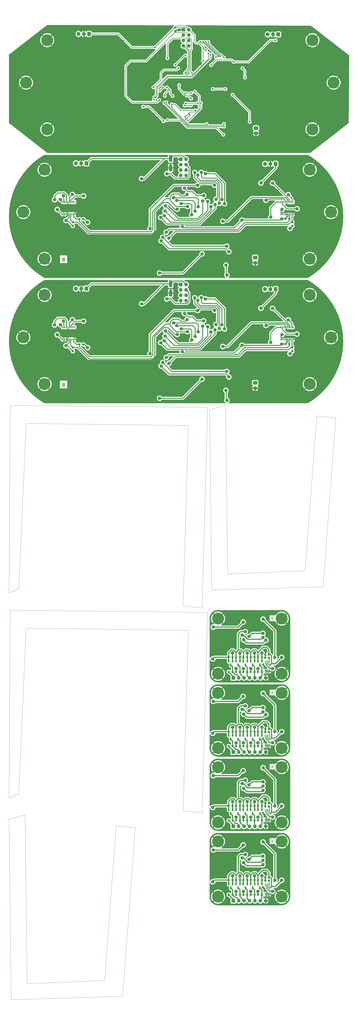
<source format=gbr>
%TF.GenerationSoftware,KiCad,Pcbnew,7.0.6-7.0.6~ubuntu20.04.1*%
%TF.CreationDate,2023-07-11T09:29:22+02:00*%
%TF.ProjectId,output_panel2023-07-11_072908.4244690000,6f757470-7574-45f7-9061-6e656c323032,rev?*%
%TF.SameCoordinates,Original*%
%TF.FileFunction,Copper,L2,Bot*%
%TF.FilePolarity,Positive*%
%FSLAX45Y45*%
G04 Gerber Fmt 4.5, Leading zero omitted, Abs format (unit mm)*
G04 Created by KiCad (PCBNEW 7.0.6-7.0.6~ubuntu20.04.1) date 2023-07-11 09:29:22*
%MOMM*%
%LPD*%
G01*
G04 APERTURE LIST*
G04 Aperture macros list*
%AMRoundRect*
0 Rectangle with rounded corners*
0 $1 Rounding radius*
0 $2 $3 $4 $5 $6 $7 $8 $9 X,Y pos of 4 corners*
0 Add a 4 corners polygon primitive as box body*
4,1,4,$2,$3,$4,$5,$6,$7,$8,$9,$2,$3,0*
0 Add four circle primitives for the rounded corners*
1,1,$1+$1,$2,$3*
1,1,$1+$1,$4,$5*
1,1,$1+$1,$6,$7*
1,1,$1+$1,$8,$9*
0 Add four rect primitives between the rounded corners*
20,1,$1+$1,$2,$3,$4,$5,0*
20,1,$1+$1,$4,$5,$6,$7,0*
20,1,$1+$1,$6,$7,$8,$9,0*
20,1,$1+$1,$8,$9,$2,$3,0*%
G04 Aperture macros list end*
%TA.AperFunction,Profile*%
%ADD10C,0.100000*%
%TD*%
%TA.AperFunction,Profile*%
%ADD11C,0.050000*%
%TD*%
%ADD12C,0.300000*%
%TA.AperFunction,NonConductor*%
%ADD13C,0.300000*%
%TD*%
%ADD14C,0.150000*%
%TA.AperFunction,NonConductor*%
%ADD15C,0.150000*%
%TD*%
%TA.AperFunction,ComponentPad*%
%ADD16C,5.600000*%
%TD*%
%TA.AperFunction,ComponentPad*%
%ADD17RoundRect,0.250000X0.600000X0.725000X-0.600000X0.725000X-0.600000X-0.725000X0.600000X-0.725000X0*%
%TD*%
%TA.AperFunction,ComponentPad*%
%ADD18O,1.700000X1.950000*%
%TD*%
%TA.AperFunction,ComponentPad*%
%ADD19R,1.700000X1.700000*%
%TD*%
%TA.AperFunction,ComponentPad*%
%ADD20O,1.700000X1.700000*%
%TD*%
%TA.AperFunction,SMDPad,CuDef*%
%ADD21RoundRect,0.237500X-0.250000X-0.237500X0.250000X-0.237500X0.250000X0.237500X-0.250000X0.237500X0*%
%TD*%
%TA.AperFunction,SMDPad,CuDef*%
%ADD22RoundRect,0.150000X-0.150000X0.587500X-0.150000X-0.587500X0.150000X-0.587500X0.150000X0.587500X0*%
%TD*%
%TA.AperFunction,SMDPad,CuDef*%
%ADD23R,0.400000X1.000000*%
%TD*%
%TA.AperFunction,SMDPad,CuDef*%
%ADD24RoundRect,0.237500X0.300000X0.237500X-0.300000X0.237500X-0.300000X-0.237500X0.300000X-0.237500X0*%
%TD*%
%TA.AperFunction,SMDPad,CuDef*%
%ADD25RoundRect,0.237500X0.237500X-0.250000X0.237500X0.250000X-0.237500X0.250000X-0.237500X-0.250000X0*%
%TD*%
%TA.AperFunction,ComponentPad*%
%ADD26RoundRect,0.250000X-0.750000X0.600000X-0.750000X-0.600000X0.750000X-0.600000X0.750000X0.600000X0*%
%TD*%
%TA.AperFunction,ComponentPad*%
%ADD27O,2.000000X1.700000*%
%TD*%
%TA.AperFunction,SMDPad,CuDef*%
%ADD28RoundRect,0.100000X-0.100000X0.712500X-0.100000X-0.712500X0.100000X-0.712500X0.100000X0.712500X0*%
%TD*%
%TA.AperFunction,SMDPad,CuDef*%
%ADD29RoundRect,0.237500X0.250000X0.237500X-0.250000X0.237500X-0.250000X-0.237500X0.250000X-0.237500X0*%
%TD*%
%TA.AperFunction,SMDPad,CuDef*%
%ADD30RoundRect,0.237500X-0.237500X0.300000X-0.237500X-0.300000X0.237500X-0.300000X0.237500X0.300000X0*%
%TD*%
%TA.AperFunction,SMDPad,CuDef*%
%ADD31RoundRect,0.250000X-0.550000X1.250000X-0.550000X-1.250000X0.550000X-1.250000X0.550000X1.250000X0*%
%TD*%
%TA.AperFunction,ViaPad*%
%ADD32C,0.800000*%
%TD*%
%TA.AperFunction,ViaPad*%
%ADD33C,1.600000*%
%TD*%
%TA.AperFunction,Conductor*%
%ADD34C,0.250000*%
%TD*%
%TA.AperFunction,Conductor*%
%ADD35C,0.400000*%
%TD*%
%TA.AperFunction,Conductor*%
%ADD36C,0.500000*%
%TD*%
%TA.AperFunction,Conductor*%
%ADD37C,0.300000*%
%TD*%
G04 APERTURE END LIST*
D10*
X13299982Y-35019691D02*
X13299982Y-37619691D01*
D11*
X4549997Y-45067694D02*
X899996Y-45217694D01*
X99999Y-17969997D02*
X9399999Y-18069997D01*
D10*
X13299982Y-28019691D02*
X13299982Y-30619691D01*
D11*
X9149999Y-37169688D02*
X8249999Y-37069688D01*
D10*
X13299982Y-38519691D02*
X13299982Y-41119691D01*
X9899982Y-27619691D02*
X12899982Y-27619691D01*
D11*
X14123822Y-17870000D02*
G75*
G03*
X14123822Y-12070000I-1674316J2900000D01*
G01*
D10*
X12899982Y-34519692D02*
G75*
G03*
X13299982Y-34119691I-2J400002D01*
G01*
D11*
X49999Y-26819997D02*
X99999Y-17969997D01*
D10*
X16070000Y-1480000D02*
X16050000Y-4670000D01*
D11*
X1723822Y-12070000D02*
G75*
G03*
X1723822Y-17870000I1674316J-2900000D01*
G01*
D10*
X9499979Y-37619691D02*
G75*
G03*
X9899982Y-38019691I400001J1D01*
G01*
X1723822Y-6170000D02*
X14123822Y-6170000D01*
X1850000Y-50000D02*
X14270000Y-90000D01*
D11*
X49996Y-37467694D02*
X149997Y-45967694D01*
D10*
X9899982Y-34619691D02*
X12899982Y-34619691D01*
D11*
X899996Y-45217694D02*
X799996Y-37267694D01*
D10*
X9899982Y-38119692D02*
G75*
G03*
X9499982Y-38519691I-2J-399998D01*
G01*
D11*
X9399999Y-27719688D02*
X9149999Y-37169688D01*
D10*
X1850000Y-6070000D02*
X50000Y-4670000D01*
X13299979Y-38519691D02*
G75*
G03*
X12899982Y-38119691I-399999J1D01*
G01*
D11*
X499999Y-26619997D02*
X49999Y-26819997D01*
D10*
X14270000Y-90000D02*
X16070000Y-1480000D01*
X1723822Y-17870000D02*
X14123822Y-17870000D01*
X13299979Y-28019691D02*
G75*
G03*
X12899982Y-27619691I-399999J1D01*
G01*
X1723822Y-11970000D02*
X14123822Y-11970000D01*
X9899982Y-31119691D02*
X12899982Y-31119691D01*
D11*
X8499999Y-28569688D02*
X849999Y-28469688D01*
X849999Y-18819997D02*
X499999Y-26619997D01*
D10*
X14250000Y-6070000D02*
X1850000Y-6070000D01*
X1723822Y-12070000D02*
X14123822Y-12070000D01*
D11*
X14123822Y-11970000D02*
G75*
G03*
X14123822Y-6170000I-1674316J2900000D01*
G01*
D10*
X9899982Y-38119691D02*
X12899982Y-38119691D01*
X13299979Y-31519691D02*
G75*
G03*
X12899982Y-31119691I-399999J1D01*
G01*
D11*
X8249999Y-27419997D02*
X8499999Y-18919997D01*
D10*
X16050000Y-4670000D02*
X14250000Y-6070000D01*
X50000Y-1450000D02*
X1850000Y-50000D01*
X13299982Y-31519691D02*
X13299982Y-34119691D01*
X9499979Y-41119691D02*
G75*
G03*
X9899982Y-41519691I400001J1D01*
G01*
D11*
X10349978Y-25918311D02*
X10249978Y-17968311D01*
X9499978Y-18168311D02*
X9599978Y-26668311D01*
D10*
X13299979Y-35019691D02*
G75*
G03*
X12899982Y-34619691I-399999J1D01*
G01*
X9499979Y-30619691D02*
G75*
G03*
X9899982Y-31019691I400001J1D01*
G01*
X12899982Y-38019691D02*
X9899982Y-38019691D01*
D11*
X8249999Y-37069688D02*
X8499999Y-28569688D01*
X499999Y-36269688D02*
X49999Y-36469688D01*
D10*
X12899982Y-41519692D02*
G75*
G03*
X13299982Y-41119691I-2J400002D01*
G01*
D11*
X14549978Y-18468311D02*
X13999978Y-25768311D01*
X5399997Y-45817694D02*
X5999996Y-37867694D01*
X14849978Y-26518311D02*
X15449978Y-18568311D01*
X15449978Y-18568311D02*
X14549978Y-18468311D01*
D10*
X9499982Y-30619691D02*
X9499982Y-28019691D01*
D11*
X9149999Y-27519997D02*
X8249999Y-27419997D01*
D10*
X9499979Y-34119691D02*
G75*
G03*
X9899982Y-34519691I400001J1D01*
G01*
D11*
X13999978Y-25768311D02*
X10349978Y-25918311D01*
D10*
X9499982Y-37619691D02*
X9499982Y-35019691D01*
X9899982Y-34619692D02*
G75*
G03*
X9499982Y-35019691I-2J-399998D01*
G01*
X9899982Y-27619692D02*
G75*
G03*
X9499982Y-28019691I-2J-399998D01*
G01*
X9499982Y-34119691D02*
X9499982Y-31519691D01*
D11*
X49999Y-36469688D02*
X99999Y-27619688D01*
X99999Y-27619688D02*
X9399999Y-27719688D01*
X149997Y-45967694D02*
X5399997Y-45817694D01*
D10*
X12899982Y-34519691D02*
X9899982Y-34519691D01*
D11*
X1723822Y-6170000D02*
G75*
G03*
X1723822Y-11970000I1674316J-2900000D01*
G01*
X849999Y-28469688D02*
X499999Y-36269688D01*
D10*
X9899982Y-31119692D02*
G75*
G03*
X9499982Y-31519691I-2J-399998D01*
G01*
X12899982Y-31019692D02*
G75*
G03*
X13299982Y-30619691I-2J400002D01*
G01*
D11*
X8499999Y-18919997D02*
X849999Y-18819997D01*
D10*
X12899982Y-41519691D02*
X9899982Y-41519691D01*
D11*
X9399999Y-18069997D02*
X9149999Y-27519997D01*
D10*
X50000Y-4670000D02*
X50000Y-1450000D01*
X12899982Y-31019691D02*
X9899982Y-31019691D01*
D11*
X5099997Y-37767694D02*
X4549997Y-45067694D01*
X799996Y-37267694D02*
X49996Y-37467694D01*
D10*
X12899982Y-38019692D02*
G75*
G03*
X13299982Y-37619691I-2J400002D01*
G01*
D11*
X5999996Y-37867694D02*
X5099997Y-37767694D01*
X9599978Y-26668311D02*
X14849978Y-26518311D01*
D10*
X9499982Y-41119691D02*
X9499982Y-38519691D01*
D11*
X10249978Y-17968311D02*
X9499978Y-18168311D01*
D12*
D13*
X2609371Y-17002511D02*
X2587943Y-17009654D01*
X2587943Y-17009654D02*
X2580800Y-17016797D01*
X2580800Y-17016797D02*
X2573657Y-17031083D01*
X2573657Y-17031083D02*
X2573657Y-17052511D01*
X2573657Y-17052511D02*
X2580800Y-17066797D01*
X2580800Y-17066797D02*
X2587943Y-17073940D01*
X2587943Y-17073940D02*
X2602228Y-17081083D01*
X2602228Y-17081083D02*
X2659371Y-17081083D01*
X2659371Y-17081083D02*
X2659371Y-16931083D01*
X2659371Y-16931083D02*
X2609371Y-16931083D01*
X2609371Y-16931083D02*
X2595085Y-16938225D01*
X2595085Y-16938225D02*
X2587943Y-16945368D01*
X2587943Y-16945368D02*
X2580800Y-16959654D01*
X2580800Y-16959654D02*
X2580800Y-16973940D01*
X2580800Y-16973940D02*
X2587943Y-16988225D01*
X2587943Y-16988225D02*
X2595085Y-16995368D01*
X2595085Y-16995368D02*
X2609371Y-17002511D01*
X2609371Y-17002511D02*
X2659371Y-17002511D01*
D14*
D15*
X12466993Y-28004292D02*
X12481279Y-28009054D01*
X12481279Y-28009054D02*
X12486040Y-28013816D01*
X12486040Y-28013816D02*
X12490802Y-28023339D01*
X12490802Y-28023339D02*
X12490802Y-28037625D01*
X12490802Y-28037625D02*
X12486040Y-28047149D01*
X12486040Y-28047149D02*
X12481279Y-28051911D01*
X12481279Y-28051911D02*
X12471755Y-28056673D01*
X12471755Y-28056673D02*
X12433660Y-28056673D01*
X12433660Y-28056673D02*
X12433660Y-27956673D01*
X12433660Y-27956673D02*
X12466993Y-27956673D01*
X12466993Y-27956673D02*
X12476517Y-27961435D01*
X12476517Y-27961435D02*
X12481279Y-27966197D01*
X12481279Y-27966197D02*
X12486040Y-27975720D01*
X12486040Y-27975720D02*
X12486040Y-27985244D01*
X12486040Y-27985244D02*
X12481279Y-27994768D01*
X12481279Y-27994768D02*
X12476517Y-27999530D01*
X12476517Y-27999530D02*
X12466993Y-28004292D01*
X12466993Y-28004292D02*
X12433660Y-28004292D01*
D14*
D15*
X12466993Y-31504292D02*
X12481279Y-31509054D01*
X12481279Y-31509054D02*
X12486040Y-31513816D01*
X12486040Y-31513816D02*
X12490802Y-31523339D01*
X12490802Y-31523339D02*
X12490802Y-31537625D01*
X12490802Y-31537625D02*
X12486040Y-31547149D01*
X12486040Y-31547149D02*
X12481279Y-31551911D01*
X12481279Y-31551911D02*
X12471755Y-31556673D01*
X12471755Y-31556673D02*
X12433660Y-31556673D01*
X12433660Y-31556673D02*
X12433660Y-31456673D01*
X12433660Y-31456673D02*
X12466993Y-31456673D01*
X12466993Y-31456673D02*
X12476517Y-31461435D01*
X12476517Y-31461435D02*
X12481279Y-31466197D01*
X12481279Y-31466197D02*
X12486040Y-31475720D01*
X12486040Y-31475720D02*
X12486040Y-31485244D01*
X12486040Y-31485244D02*
X12481279Y-31494768D01*
X12481279Y-31494768D02*
X12476517Y-31499530D01*
X12476517Y-31499530D02*
X12466993Y-31504292D01*
X12466993Y-31504292D02*
X12433660Y-31504292D01*
D14*
D15*
X12466993Y-38504292D02*
X12481279Y-38509054D01*
X12481279Y-38509054D02*
X12486040Y-38513816D01*
X12486040Y-38513816D02*
X12490802Y-38523340D01*
X12490802Y-38523340D02*
X12490802Y-38537625D01*
X12490802Y-38537625D02*
X12486040Y-38547149D01*
X12486040Y-38547149D02*
X12481279Y-38551911D01*
X12481279Y-38551911D02*
X12471755Y-38556673D01*
X12471755Y-38556673D02*
X12433660Y-38556673D01*
X12433660Y-38556673D02*
X12433660Y-38456673D01*
X12433660Y-38456673D02*
X12466993Y-38456673D01*
X12466993Y-38456673D02*
X12476517Y-38461435D01*
X12476517Y-38461435D02*
X12481279Y-38466197D01*
X12481279Y-38466197D02*
X12486040Y-38475721D01*
X12486040Y-38475721D02*
X12486040Y-38485244D01*
X12486040Y-38485244D02*
X12481279Y-38494768D01*
X12481279Y-38494768D02*
X12476517Y-38499530D01*
X12476517Y-38499530D02*
X12466993Y-38504292D01*
X12466993Y-38504292D02*
X12433660Y-38504292D01*
D12*
D13*
X2609371Y-11102511D02*
X2587943Y-11109654D01*
X2587943Y-11109654D02*
X2580800Y-11116797D01*
X2580800Y-11116797D02*
X2573657Y-11131083D01*
X2573657Y-11131083D02*
X2573657Y-11152511D01*
X2573657Y-11152511D02*
X2580800Y-11166797D01*
X2580800Y-11166797D02*
X2587943Y-11173940D01*
X2587943Y-11173940D02*
X2602228Y-11181083D01*
X2602228Y-11181083D02*
X2659371Y-11181083D01*
X2659371Y-11181083D02*
X2659371Y-11031083D01*
X2659371Y-11031083D02*
X2609371Y-11031083D01*
X2609371Y-11031083D02*
X2595085Y-11038225D01*
X2595085Y-11038225D02*
X2587943Y-11045368D01*
X2587943Y-11045368D02*
X2580800Y-11059654D01*
X2580800Y-11059654D02*
X2580800Y-11073940D01*
X2580800Y-11073940D02*
X2587943Y-11088225D01*
X2587943Y-11088225D02*
X2595085Y-11095368D01*
X2595085Y-11095368D02*
X2609371Y-11102511D01*
X2609371Y-11102511D02*
X2659371Y-11102511D01*
D14*
D15*
X12466993Y-35004292D02*
X12481279Y-35009054D01*
X12481279Y-35009054D02*
X12486040Y-35013816D01*
X12486040Y-35013816D02*
X12490802Y-35023340D01*
X12490802Y-35023340D02*
X12490802Y-35037625D01*
X12490802Y-35037625D02*
X12486040Y-35047149D01*
X12486040Y-35047149D02*
X12481279Y-35051911D01*
X12481279Y-35051911D02*
X12471755Y-35056673D01*
X12471755Y-35056673D02*
X12433660Y-35056673D01*
X12433660Y-35056673D02*
X12433660Y-34956673D01*
X12433660Y-34956673D02*
X12466993Y-34956673D01*
X12466993Y-34956673D02*
X12476517Y-34961435D01*
X12476517Y-34961435D02*
X12481279Y-34966197D01*
X12481279Y-34966197D02*
X12486040Y-34975721D01*
X12486040Y-34975721D02*
X12486040Y-34985244D01*
X12486040Y-34985244D02*
X12481279Y-34994768D01*
X12481279Y-34994768D02*
X12476517Y-34999530D01*
X12476517Y-34999530D02*
X12466993Y-35004292D01*
X12466993Y-35004292D02*
X12433660Y-35004292D01*
D16*
X1850000Y-4970000D03*
X9899982Y-41119691D03*
X14350000Y-4970000D03*
X12899982Y-38519691D03*
X9899982Y-28019691D03*
X15350000Y-2770000D03*
X12899982Y-34119691D03*
X723822Y-8870000D03*
X1723822Y-11070000D03*
D17*
X12614222Y-12496200D03*
D18*
X12364222Y-12496200D03*
X12114222Y-12496200D03*
D19*
X10624982Y-37809691D03*
D20*
X10878982Y-37809691D03*
X11132982Y-37809691D03*
X11386982Y-37809691D03*
X11640982Y-37809691D03*
X11894982Y-37809691D03*
X12148982Y-37809691D03*
D16*
X15223822Y-8870000D03*
X12899982Y-31519691D03*
D17*
X3698822Y-6572500D03*
D18*
X3448822Y-6572500D03*
X3198822Y-6572500D03*
D16*
X1723822Y-16970000D03*
X14223822Y-6870000D03*
D19*
X10624982Y-34309691D03*
D20*
X10878982Y-34309691D03*
X11132982Y-34309691D03*
X11386982Y-34309691D03*
X11640982Y-34309691D03*
X11894982Y-34309691D03*
X12148982Y-34309691D03*
D19*
X10624982Y-30809691D03*
D20*
X10878982Y-30809691D03*
X11132982Y-30809691D03*
X11386982Y-30809691D03*
X11640982Y-30809691D03*
X11894982Y-30809691D03*
X12148982Y-30809691D03*
D16*
X15223822Y-14770000D03*
D19*
X8143822Y-12276000D03*
D20*
X8397822Y-12276000D03*
X8143822Y-12530000D03*
X8397822Y-12530000D03*
X8143822Y-12784000D03*
X8397822Y-12784000D03*
X8143822Y-13038000D03*
X8397822Y-13038000D03*
D16*
X1723822Y-6870000D03*
X850000Y-2770000D03*
D17*
X3698822Y-12472500D03*
D18*
X3448822Y-12472500D03*
X3198822Y-12472500D03*
D16*
X12899982Y-41119691D03*
D19*
X10624982Y-41309691D03*
D20*
X10878982Y-41309691D03*
X11132982Y-41309691D03*
X11386982Y-41309691D03*
X11640982Y-41309691D03*
X11894982Y-41309691D03*
X12148982Y-41309691D03*
D16*
X12899982Y-28019691D03*
X14223822Y-11070000D03*
X14223822Y-12770000D03*
X9899982Y-37619691D03*
X12899982Y-35019691D03*
X14350000Y-770000D03*
X9899982Y-35019691D03*
X9899982Y-31519691D03*
X9899982Y-38519691D03*
X14223822Y-16970000D03*
D17*
X12740400Y-496200D03*
D18*
X12490400Y-496200D03*
X12240400Y-496200D03*
D16*
X9899982Y-30619691D03*
X12899982Y-30619691D03*
X12899982Y-37619691D03*
D19*
X8143822Y-6376000D03*
D20*
X8397822Y-6376000D03*
X8143822Y-6630000D03*
X8397822Y-6630000D03*
X8143822Y-6884000D03*
X8397822Y-6884000D03*
X8143822Y-7138000D03*
X8397822Y-7138000D03*
D16*
X1723822Y-12770000D03*
X9899982Y-34119691D03*
D17*
X12614222Y-6596200D03*
D18*
X12364222Y-6596200D03*
X12114222Y-6596200D03*
D19*
X8270000Y-276000D03*
D20*
X8524000Y-276000D03*
X8270000Y-530000D03*
X8524000Y-530000D03*
X8270000Y-784000D03*
X8524000Y-784000D03*
X8270000Y-1038000D03*
X8524000Y-1038000D03*
D16*
X723822Y-14770000D03*
X1850000Y-770000D03*
D17*
X3825000Y-472500D03*
D18*
X3575000Y-472500D03*
X3325000Y-472500D03*
D21*
X11093732Y-40339691D03*
X11276232Y-40339691D03*
X10748732Y-37529691D03*
X10931232Y-37529691D03*
X11093732Y-30529691D03*
X11276232Y-30529691D03*
D22*
X10399982Y-33515941D03*
X10589982Y-33515941D03*
X10494982Y-33703441D03*
D21*
X10403732Y-30529691D03*
X10586232Y-30529691D03*
D23*
X13447322Y-14870000D03*
X13382322Y-14870000D03*
X13317322Y-14870000D03*
X13252322Y-14870000D03*
X13187322Y-14870000D03*
X13122322Y-14870000D03*
X13057322Y-14870000D03*
X12992322Y-14870000D03*
X12927322Y-14870000D03*
X12862322Y-14870000D03*
X12862322Y-14290000D03*
X12927322Y-14290000D03*
X12992322Y-14290000D03*
X13057322Y-14290000D03*
X13122322Y-14290000D03*
X13187322Y-14290000D03*
X13252322Y-14290000D03*
X13317322Y-14290000D03*
X13382322Y-14290000D03*
X13447322Y-14290000D03*
D22*
X11434982Y-30015941D03*
X11624982Y-30015941D03*
X11529982Y-30203441D03*
X11434982Y-40515941D03*
X11624982Y-40515941D03*
X11529982Y-40703441D03*
D24*
X12301232Y-36864691D03*
X12128732Y-36864691D03*
D21*
X11438732Y-36839691D03*
X11621232Y-36839691D03*
D24*
X12301232Y-29864691D03*
X12128732Y-29864691D03*
D22*
X11089982Y-33515941D03*
X11279982Y-33515941D03*
X11184982Y-33703441D03*
D21*
X11783732Y-30529691D03*
X11966232Y-30529691D03*
D22*
X11779982Y-40515941D03*
X11969982Y-40515941D03*
X11874982Y-40703441D03*
X10399982Y-37015941D03*
X10589982Y-37015941D03*
X10494982Y-37203441D03*
D21*
X11438732Y-40339691D03*
X11621232Y-40339691D03*
D22*
X11089982Y-37015941D03*
X11279982Y-37015941D03*
X11184982Y-37203441D03*
D24*
X12301232Y-33364691D03*
X12128732Y-33364691D03*
D21*
X11093732Y-33339691D03*
X11276232Y-33339691D03*
D25*
X13404822Y-9521250D03*
X13404822Y-9338750D03*
D21*
X10748732Y-30529691D03*
X10931232Y-30529691D03*
D24*
X12301232Y-40364691D03*
X12128732Y-40364691D03*
D26*
X11651322Y-16910000D03*
D27*
X11651322Y-17160000D03*
D28*
X12128732Y-37073441D03*
X12193732Y-37073441D03*
X12258732Y-37073441D03*
X12323732Y-37073441D03*
X12323732Y-37495941D03*
X12258732Y-37495941D03*
X12193732Y-37495941D03*
X12128732Y-37495941D03*
D22*
X11779982Y-33515941D03*
X11969982Y-33515941D03*
X11874982Y-33703441D03*
X11434982Y-37015941D03*
X11624982Y-37015941D03*
X11529982Y-37203441D03*
D21*
X10748732Y-40339691D03*
X10931232Y-40339691D03*
D24*
X12301232Y-40214691D03*
X12128732Y-40214691D03*
X12301232Y-36714691D03*
X12128732Y-36714691D03*
D21*
X10748732Y-29839691D03*
X10931232Y-29839691D03*
X11783732Y-37529691D03*
X11966232Y-37529691D03*
D24*
X12301232Y-29714691D03*
X12128732Y-29714691D03*
D26*
X11690000Y-4910000D03*
D27*
X11690000Y-5160000D03*
D28*
X12128732Y-33573441D03*
X12193732Y-33573441D03*
X12258732Y-33573441D03*
X12323732Y-33573441D03*
X12323732Y-33995941D03*
X12258732Y-33995941D03*
X12193732Y-33995941D03*
X12128732Y-33995941D03*
D21*
X10403732Y-29839691D03*
X10586232Y-29839691D03*
X11783732Y-33339691D03*
X11966232Y-33339691D03*
X11783732Y-41029691D03*
X11966232Y-41029691D03*
X11093732Y-37529691D03*
X11276232Y-37529691D03*
X11093732Y-29839691D03*
X11276232Y-29839691D03*
D22*
X10744982Y-40515941D03*
X10934982Y-40515941D03*
X10839982Y-40703441D03*
D21*
X10403732Y-37529691D03*
X10586232Y-37529691D03*
D28*
X12128732Y-30073441D03*
X12193732Y-30073441D03*
X12258732Y-30073441D03*
X12323732Y-30073441D03*
X12323732Y-30495941D03*
X12258732Y-30495941D03*
X12193732Y-30495941D03*
X12128732Y-30495941D03*
D22*
X10399982Y-40515941D03*
X10589982Y-40515941D03*
X10494982Y-40703441D03*
D21*
X10403732Y-33339691D03*
X10586232Y-33339691D03*
D25*
X3054822Y-15421250D03*
X3054822Y-15238750D03*
D21*
X10403732Y-41029691D03*
X10586232Y-41029691D03*
X10748732Y-36839691D03*
X10931232Y-36839691D03*
X11438732Y-41029691D03*
X11621232Y-41029691D03*
X10403732Y-36839691D03*
X10586232Y-36839691D03*
X13073572Y-9180000D03*
X13256072Y-9180000D03*
D26*
X11651322Y-11010000D03*
D27*
X11651322Y-11260000D03*
D22*
X10399982Y-30015941D03*
X10589982Y-30015941D03*
X10494982Y-30203441D03*
D29*
X3546072Y-15100000D03*
X3363572Y-15100000D03*
D21*
X11438732Y-33339691D03*
X11621232Y-33339691D03*
X10403732Y-34029691D03*
X10586232Y-34029691D03*
D22*
X11089982Y-30015941D03*
X11279982Y-30015941D03*
X11184982Y-30203441D03*
D21*
X11783732Y-40339691D03*
X11966232Y-40339691D03*
D23*
X3147322Y-14870000D03*
X3082322Y-14870000D03*
X3017322Y-14870000D03*
X2952322Y-14870000D03*
X2887322Y-14870000D03*
X2822322Y-14870000D03*
X2757322Y-14870000D03*
X2692322Y-14870000D03*
X2627322Y-14870000D03*
X2562322Y-14870000D03*
X2562322Y-14290000D03*
X2627322Y-14290000D03*
X2692322Y-14290000D03*
X2757322Y-14290000D03*
X2822322Y-14290000D03*
X2887322Y-14290000D03*
X2952322Y-14290000D03*
X3017322Y-14290000D03*
X3082322Y-14290000D03*
X3147322Y-14290000D03*
D21*
X11093732Y-36839691D03*
X11276232Y-36839691D03*
D30*
X7890000Y-170000D03*
X7890000Y-342500D03*
D21*
X11783732Y-29839691D03*
X11966232Y-29839691D03*
D31*
X7666822Y-6347000D03*
X7666822Y-6787000D03*
D22*
X11089982Y-40515941D03*
X11279982Y-40515941D03*
X11184982Y-40703441D03*
D21*
X10748732Y-33339691D03*
X10931232Y-33339691D03*
D23*
X13447322Y-8970000D03*
X13382322Y-8970000D03*
X13317322Y-8970000D03*
X13252322Y-8970000D03*
X13187322Y-8970000D03*
X13122322Y-8970000D03*
X13057322Y-8970000D03*
X12992322Y-8970000D03*
X12927322Y-8970000D03*
X12862322Y-8970000D03*
X12862322Y-8390000D03*
X12927322Y-8390000D03*
X12992322Y-8390000D03*
X13057322Y-8390000D03*
X13122322Y-8390000D03*
X13187322Y-8390000D03*
X13252322Y-8390000D03*
X13317322Y-8390000D03*
X13382322Y-8390000D03*
X13447322Y-8390000D03*
D22*
X10744982Y-30015941D03*
X10934982Y-30015941D03*
X10839982Y-30203441D03*
D21*
X11438732Y-34029691D03*
X11621232Y-34029691D03*
D25*
X13404822Y-15421250D03*
X13404822Y-15238750D03*
D29*
X3546072Y-9200000D03*
X3363572Y-9200000D03*
D24*
X12301232Y-33214691D03*
X12128732Y-33214691D03*
D21*
X11438732Y-37529691D03*
X11621232Y-37529691D03*
X10748732Y-41029691D03*
X10931232Y-41029691D03*
D22*
X10744982Y-37015941D03*
X10934982Y-37015941D03*
X10839982Y-37203441D03*
D31*
X7666822Y-12247000D03*
X7666822Y-12687000D03*
D28*
X12128732Y-40573441D03*
X12193732Y-40573441D03*
X12258732Y-40573441D03*
X12323732Y-40573441D03*
X12323732Y-40995941D03*
X12258732Y-40995941D03*
X12193732Y-40995941D03*
X12128732Y-40995941D03*
D21*
X11783732Y-36839691D03*
X11966232Y-36839691D03*
X11438732Y-29839691D03*
X11621232Y-29839691D03*
D25*
X3054822Y-9521250D03*
X3054822Y-9338750D03*
D22*
X11779982Y-30015941D03*
X11969982Y-30015941D03*
X11874982Y-30203441D03*
D21*
X11093732Y-34029691D03*
X11276232Y-34029691D03*
D22*
X10744982Y-33515941D03*
X10934982Y-33515941D03*
X10839982Y-33703441D03*
D21*
X11783732Y-34029691D03*
X11966232Y-34029691D03*
D22*
X11434982Y-33515941D03*
X11624982Y-33515941D03*
X11529982Y-33703441D03*
D21*
X10403732Y-40339691D03*
X10586232Y-40339691D03*
D22*
X11779982Y-37015941D03*
X11969982Y-37015941D03*
X11874982Y-37203441D03*
D21*
X11438732Y-30529691D03*
X11621232Y-30529691D03*
X11093732Y-41029691D03*
X11276232Y-41029691D03*
X13073572Y-15080000D03*
X13256072Y-15080000D03*
D23*
X3147322Y-8970000D03*
X3082322Y-8970000D03*
X3017322Y-8970000D03*
X2952322Y-8970000D03*
X2887322Y-8970000D03*
X2822322Y-8970000D03*
X2757322Y-8970000D03*
X2692322Y-8970000D03*
X2627322Y-8970000D03*
X2562322Y-8970000D03*
X2562322Y-8390000D03*
X2627322Y-8390000D03*
X2692322Y-8390000D03*
X2757322Y-8390000D03*
X2822322Y-8390000D03*
X2887322Y-8390000D03*
X2952322Y-8390000D03*
X3017322Y-8390000D03*
X3082322Y-8390000D03*
X3147322Y-8390000D03*
D21*
X10748732Y-34029691D03*
X10931232Y-34029691D03*
D32*
X7714770Y-3797770D03*
X8832800Y-4077600D03*
X6165800Y-699400D03*
X8045400Y-3163200D03*
X12109400Y-3925200D03*
X12312600Y-1207400D03*
X7689800Y-1817000D03*
X8756600Y-978800D03*
X10458400Y-1359800D03*
X476200Y-3442600D03*
X11042600Y-4839600D03*
X10001200Y-2223400D03*
X7689800Y-2299600D03*
X4895800Y-3849000D03*
X6470600Y-4331600D03*
X7969200Y-877200D03*
X9730000Y-2830000D03*
X8810000Y-3490000D03*
X11118800Y-3747400D03*
X10410000Y-2390000D03*
X8909000Y-2960000D03*
X5683200Y-750200D03*
X10179000Y-1385200D03*
X3194000Y-2934600D03*
X7770000Y-3250000D03*
X8985200Y-1867800D03*
X8324800Y-2680600D03*
X3194000Y-3315600D03*
X7283400Y-4788800D03*
X13277800Y-5627000D03*
X4006800Y-4103000D03*
X8731200Y-2680600D03*
X8299400Y-1740800D03*
X704800Y-4357000D03*
X8147000Y-2325000D03*
X5429200Y-801000D03*
X4387800Y-826400D03*
X15538400Y-3442600D03*
X8807400Y-1842400D03*
X3905200Y-5474600D03*
X10712400Y-3671200D03*
X8310000Y-3410000D03*
X984200Y-1055000D03*
X11703000Y-5677800D03*
X654000Y-1918600D03*
X5429200Y-5525400D03*
X9163000Y-4179200D03*
X8807400Y-4433200D03*
X7350000Y-4090000D03*
X7613600Y-1055000D03*
X8375600Y-5652400D03*
X5870000Y-630000D03*
X14014400Y-369200D03*
X11982400Y-1055000D03*
X9620200Y-3696600D03*
X10687000Y-1055000D03*
X15411400Y-1766200D03*
X8147000Y-4814200D03*
X15005000Y-1232800D03*
X13100000Y-2858400D03*
X15386000Y-4280800D03*
X5073600Y-826400D03*
X10585400Y-3341000D03*
X11390000Y-4610000D03*
X11170000Y-2530000D03*
X11050000Y-2090000D03*
X6927800Y-1105800D03*
X8350200Y-3264800D03*
X12617400Y-775600D03*
X9188400Y-1740800D03*
X9569400Y-1944000D03*
X7715200Y-3899800D03*
X9330000Y-1250000D03*
X9366200Y-4722150D03*
X10639450Y-1791600D03*
X8629600Y-3264800D03*
X9061400Y-851800D03*
X9797570Y-1563430D03*
X9188400Y-851800D03*
X9899170Y-1538030D03*
X9315400Y-851800D03*
X10013470Y-1525330D03*
X10179000Y-1588400D03*
X9442400Y-851800D03*
X7461200Y-3696600D03*
X10179000Y-4712600D03*
X10179000Y-4839600D03*
X7365493Y-3729092D03*
X10153600Y-5220600D03*
X7512000Y-4534800D03*
X7300000Y-3000000D03*
X7150000Y-3150000D03*
X8375600Y-4484000D03*
X8554260Y-4280800D03*
X8614250Y-3849000D03*
X8324230Y-3848430D03*
X8070000Y-2890000D03*
X8629600Y-3518800D03*
X6369000Y-3899800D03*
X7334200Y-4585600D03*
X6880750Y-3569600D03*
X9442400Y-1388950D03*
X9090355Y-3722000D03*
X8458764Y-4539442D03*
X9544000Y-1461400D03*
X6953200Y-3468000D03*
X7890000Y-1930000D03*
X8370000Y-1490000D03*
X8030000Y-2090000D03*
X6850000Y-2990000D03*
X8379350Y-3747400D03*
X10250000Y-3070000D03*
X9650000Y-3070000D03*
X8945405Y-3732145D03*
X8807400Y-3192350D03*
X8350200Y-4382400D03*
X7512000Y-1613800D03*
X8673550Y-2318150D03*
X8528000Y-2325000D03*
X8401000Y-2325000D03*
X7487550Y-2990000D03*
X7757550Y-3398457D03*
X7390000Y-3390000D03*
X7550000Y-3130000D03*
X7130000Y-3590000D03*
D33*
X3749822Y-9352000D03*
X11028822Y-9243000D03*
X9220822Y-8090000D03*
X12894822Y-9184000D03*
X11922822Y-7498000D03*
X13292822Y-9638000D03*
X8315772Y-7743580D03*
X6294822Y-7288950D03*
X8214822Y-9548000D03*
X2730822Y-9261000D03*
X9145822Y-10837000D03*
X7142822Y-11739000D03*
X8921822Y-7894000D03*
X5344822Y-6805000D03*
X5861822Y-6774000D03*
X8190822Y-7913000D03*
X11454822Y-8000000D03*
X8315822Y-7449000D03*
X4989822Y-6814000D03*
X9282822Y-7666000D03*
X11234822Y-7990000D03*
X10884822Y-7890000D03*
X8344822Y-9990000D03*
X10757822Y-7092000D03*
X10854822Y-7640000D03*
X8424822Y-9020000D03*
X9761822Y-8509000D03*
X7196822Y-9121000D03*
X9562822Y-8611000D03*
X7362822Y-9032000D03*
X7402822Y-8812000D03*
X9408822Y-8369000D03*
X9171822Y-8345000D03*
X7418822Y-8567000D03*
X8802326Y-7004719D03*
X9799772Y-8264018D03*
X9959822Y-8454000D03*
X8942822Y-7125000D03*
X10076822Y-8276000D03*
X9110822Y-6996000D03*
X10204822Y-8474000D03*
X9299822Y-7053000D03*
X10309822Y-10475000D03*
X7293822Y-10052000D03*
X10409822Y-10734000D03*
X7216381Y-10219957D03*
X10273822Y-11368000D03*
X10324822Y-11840000D03*
X3561822Y-8106050D03*
X12470822Y-7502000D03*
X8459822Y-8602000D03*
X8438947Y-8037125D03*
X7578822Y-10094000D03*
X7455700Y-9817330D03*
X7977822Y-8731000D03*
X6695542Y-9641720D03*
X9732822Y-7596000D03*
X8938447Y-7604657D03*
X13619822Y-8713000D03*
X12158822Y-8309000D03*
X12917822Y-8743000D03*
X12383822Y-9104000D03*
X2322822Y-8744000D03*
X13214822Y-8045000D03*
X2612822Y-8096000D03*
X2195822Y-8284000D03*
X2470619Y-8271548D03*
X3037351Y-8038265D03*
X10123822Y-9299000D03*
X7800822Y-8190000D03*
X8965822Y-8609000D03*
X7950822Y-8317000D03*
X8820822Y-8822000D03*
X8656822Y-8992000D03*
X8168822Y-8470855D03*
X7486822Y-7060000D03*
X6294822Y-13188950D03*
X9145822Y-16737000D03*
X12894822Y-15084000D03*
X2730822Y-15161000D03*
X8214822Y-15448000D03*
X7142822Y-17639000D03*
X8315772Y-13643580D03*
X9220822Y-13990000D03*
X11922822Y-13398000D03*
X13292822Y-15538000D03*
X3749822Y-15252000D03*
X11028822Y-15143000D03*
X10854822Y-13540000D03*
X5861822Y-12674000D03*
X4989822Y-12714000D03*
X8921822Y-13794000D03*
X8424822Y-14920000D03*
X5344822Y-12705000D03*
X8190822Y-13813000D03*
X8344822Y-15890000D03*
X10884822Y-13790000D03*
X8315822Y-13349000D03*
X9282822Y-13566000D03*
X11234822Y-13890000D03*
X11454822Y-13900000D03*
X10757822Y-12992000D03*
X9761822Y-14409000D03*
X7196822Y-15021000D03*
X7362822Y-14932000D03*
X9562822Y-14511000D03*
X9408822Y-14269000D03*
X7402822Y-14712000D03*
X9171822Y-14245000D03*
X7418822Y-14467000D03*
X8802326Y-12904719D03*
X9799772Y-14164018D03*
X9959822Y-14354000D03*
X8942822Y-13025000D03*
X9110822Y-12896000D03*
X10076822Y-14176000D03*
X10204822Y-14374000D03*
X9299822Y-12953000D03*
X7293822Y-15952000D03*
X10309822Y-16375000D03*
X10409822Y-16634000D03*
X7216381Y-16119957D03*
X10273822Y-17268000D03*
X10324822Y-17740000D03*
X3561822Y-14006050D03*
X12470822Y-13402000D03*
X8459822Y-14502000D03*
X8438947Y-13937125D03*
X7578822Y-15994000D03*
X7977822Y-14631000D03*
X7455700Y-15717330D03*
X8938447Y-13504657D03*
X9732822Y-13496000D03*
X6695542Y-15541720D03*
X13619822Y-14613000D03*
X12158822Y-14209000D03*
X12917822Y-14643000D03*
X12383822Y-15004000D03*
X2322822Y-14644000D03*
X13214822Y-13945000D03*
X2612822Y-13996000D03*
X2195822Y-14184000D03*
X2470619Y-14171548D03*
X3037351Y-13938265D03*
X10123822Y-15199000D03*
X7800822Y-14090000D03*
X8965822Y-14509000D03*
X7950822Y-14217000D03*
X8820822Y-14722000D03*
X8168822Y-14370855D03*
X8656822Y-14892000D03*
X7486822Y-12960000D03*
X11783732Y-30369691D03*
X11093732Y-30369691D03*
X12474982Y-30369691D03*
X11438732Y-30369691D03*
X10748732Y-30369691D03*
X10934982Y-28009691D03*
X10574982Y-29294691D03*
X12014901Y-28509691D03*
X12128732Y-29509691D03*
X12899982Y-29844691D03*
X11184982Y-28634691D03*
X9649982Y-29919691D03*
X11084982Y-28184691D03*
X9674982Y-28419691D03*
X10586232Y-29634691D03*
X10931232Y-29634691D03*
X12024982Y-28044691D03*
X12574982Y-29844691D03*
X12014901Y-28909691D03*
X11034982Y-28794691D03*
X12157058Y-29035677D03*
X11099982Y-29019691D03*
X12014901Y-28709691D03*
X11359982Y-28859691D03*
X11276232Y-29634691D03*
X11966232Y-29634691D03*
X11621232Y-29634691D03*
X11783732Y-33869691D03*
X11438732Y-33869691D03*
X10748732Y-33869691D03*
X12474982Y-33869691D03*
X11093732Y-33869691D03*
X12128732Y-33009691D03*
X10574982Y-32794691D03*
X12014901Y-32009691D03*
X10934982Y-31509691D03*
X11184982Y-32134691D03*
X12899982Y-33344691D03*
X9649982Y-33419691D03*
X11084982Y-31684691D03*
X9674982Y-31919691D03*
X10586232Y-33134691D03*
X10931232Y-33134691D03*
X12574982Y-33344691D03*
X12024982Y-31544691D03*
X11034982Y-32294691D03*
X12014901Y-32409691D03*
X12157058Y-32535677D03*
X11099982Y-32519691D03*
X12014901Y-32209691D03*
X11359982Y-32359691D03*
X11276232Y-33134691D03*
X11966232Y-33134691D03*
X11621232Y-33134691D03*
X11438732Y-37369691D03*
X12474982Y-37369691D03*
X10748732Y-37369691D03*
X11783732Y-37369691D03*
X11093732Y-37369691D03*
X10934982Y-35009691D03*
X12128732Y-36509691D03*
X12014901Y-35509691D03*
X10574982Y-36294691D03*
X11184982Y-35634691D03*
X9649982Y-36919691D03*
X12899982Y-36844691D03*
X11084982Y-35184691D03*
X9674982Y-35419691D03*
X10586232Y-36634691D03*
X10931232Y-36634691D03*
X12574982Y-36844691D03*
X12024982Y-35044691D03*
X12014901Y-35909691D03*
X11034982Y-35794691D03*
X12014901Y-36109691D03*
X11099982Y-36019691D03*
X12014901Y-35709691D03*
X11359982Y-35859691D03*
X11276232Y-36634691D03*
X11966232Y-36634691D03*
X11621232Y-36634691D03*
X10748732Y-40869691D03*
X12474982Y-40869691D03*
X11093732Y-40869691D03*
X11438732Y-40869691D03*
X11783732Y-40869691D03*
X10934982Y-38509691D03*
X12014901Y-39009691D03*
X10574982Y-39794691D03*
X12128732Y-40009691D03*
X12899982Y-40344691D03*
X11184982Y-39134691D03*
X9649982Y-40419691D03*
X9674982Y-38919691D03*
X11084982Y-38684691D03*
X10586232Y-40134691D03*
X10931232Y-40134691D03*
X12024982Y-38544691D03*
X12574982Y-40344691D03*
X11034982Y-39294691D03*
X12014901Y-39409691D03*
X12014901Y-39609691D03*
X11099982Y-39519691D03*
X11359982Y-39359691D03*
X12014901Y-39209691D03*
X11276232Y-40134691D03*
X11966232Y-40134691D03*
X11621232Y-40134691D03*
D34*
X7867170Y-3797770D02*
X7714770Y-3797770D01*
X8832800Y-4077600D02*
X8147000Y-4077600D01*
X8147000Y-4077600D02*
X7867170Y-3797770D01*
X7956500Y-276000D02*
X8270000Y-276000D01*
X7890000Y-342500D02*
X7956500Y-276000D01*
X10890200Y-3645800D02*
X10585400Y-3341000D01*
X10890200Y-3645800D02*
X11390000Y-4145600D01*
X11390000Y-4145600D02*
X11390000Y-4610000D01*
X3825000Y-472500D02*
X5203231Y-472500D01*
X12617400Y-775600D02*
X12364330Y-775600D01*
X7727440Y-3963760D02*
X7727440Y-3912039D01*
X11170000Y-2210000D02*
X11170000Y-2530000D01*
X9366200Y-4722150D02*
X9338750Y-4749600D01*
X6927800Y-1105800D02*
X7875100Y-158500D01*
X11348330Y-1791600D02*
X10639450Y-1791600D01*
X9817600Y-1695800D02*
X9569400Y-1944000D01*
X8553400Y-4749600D02*
X8513280Y-4749600D01*
X10543650Y-1695800D02*
X9817600Y-1695800D01*
X8629600Y-3264800D02*
X8350200Y-3264800D01*
X8481600Y-318400D02*
X8524000Y-276000D01*
X9188400Y-1108400D02*
X9330000Y-1250000D01*
X11050000Y-2090000D02*
X11170000Y-2210000D01*
X9188400Y-1081330D02*
X9188400Y-1740800D01*
X10639450Y-1791600D02*
X10543650Y-1695800D01*
X8790000Y-830000D02*
X8870000Y-910000D01*
X5836530Y-1105800D02*
X6927800Y-1105800D01*
X9188400Y-1081330D02*
X9188400Y-1108400D01*
X5203231Y-472500D02*
X5836530Y-1105800D01*
X9338750Y-4749600D02*
X8553400Y-4749600D01*
X8524000Y-276000D02*
X8790000Y-542000D01*
X7875100Y-158500D02*
X8406500Y-158500D01*
X8870000Y-910000D02*
X9017070Y-910000D01*
X8790000Y-542000D02*
X8790000Y-830000D01*
X7727440Y-3912039D02*
X7715200Y-3899800D01*
X12364330Y-775600D02*
X11348330Y-1791600D01*
X9017070Y-910000D02*
X9188400Y-1081330D01*
X8406500Y-158500D02*
X8524000Y-276000D01*
X8513280Y-4749600D02*
X7727440Y-3963760D01*
X9061400Y-851800D02*
X9115900Y-851800D01*
X9158370Y-924300D02*
X9221730Y-924300D01*
X9115900Y-881830D02*
X9158370Y-924300D01*
X9797570Y-1461249D02*
X9797570Y-1563430D01*
X9266730Y-969300D02*
X9305621Y-969300D01*
X9115900Y-851800D02*
X9115900Y-881830D01*
X9305621Y-969300D02*
X9797570Y-1461249D01*
X9221730Y-924300D02*
X9266730Y-969300D01*
X9324260Y-924300D02*
X9899170Y-1499209D01*
X9242900Y-851800D02*
X9242900Y-881830D01*
X9285370Y-924300D02*
X9324260Y-924300D01*
X9899170Y-1499209D02*
X9899170Y-1538030D01*
X9242900Y-881830D02*
X9285370Y-924300D01*
X9188400Y-851800D02*
X9242900Y-851800D01*
X9988930Y-1525330D02*
X9315400Y-851800D01*
X10013470Y-1525330D02*
X9988930Y-1525330D01*
X9980070Y-1452830D02*
X10043430Y-1452830D01*
X9442400Y-851800D02*
X9442400Y-915160D01*
X9442400Y-915160D02*
X9980070Y-1452830D01*
X10043430Y-1452830D02*
X10179000Y-1588400D01*
X10097000Y-4794600D02*
X10179000Y-4712600D01*
X8494640Y-4794600D02*
X9823400Y-4794600D01*
X7461200Y-3761160D02*
X7568620Y-3868580D01*
X7568620Y-3868580D02*
X8470320Y-4770280D01*
X7461200Y-3696600D02*
X7461200Y-3761160D01*
X10077400Y-4794600D02*
X10097000Y-4794600D01*
X9823400Y-4794600D02*
X10057800Y-4794600D01*
X8470320Y-4770280D02*
X8494640Y-4794600D01*
X10057800Y-4794600D02*
X10077400Y-4794600D01*
X7365493Y-3729092D02*
X8476001Y-4839600D01*
X8476001Y-4839600D02*
X10179000Y-4839600D01*
X7512000Y-4534800D02*
X8107561Y-4534800D01*
X8165380Y-4592619D02*
X8457361Y-4884600D01*
X9817600Y-4884600D02*
X10153600Y-5220600D01*
X8107561Y-4534800D02*
X8165380Y-4592619D01*
X8457361Y-4884600D02*
X9036000Y-4884600D01*
X9036000Y-4884600D02*
X9817600Y-4884600D01*
X7150000Y-3150000D02*
X7300000Y-3000000D01*
X8554260Y-4280800D02*
X8554260Y-4322409D01*
X8554260Y-4322409D02*
X8370969Y-4505700D01*
X8613681Y-3848430D02*
X8614250Y-3849000D01*
X8324230Y-3848430D02*
X8613681Y-3848430D01*
X8320169Y-3337300D02*
X8277700Y-3294830D01*
X8070000Y-3067469D02*
X8070000Y-2890000D01*
X8339830Y-3337300D02*
X8320169Y-3337300D01*
X8382500Y-3379969D02*
X8339830Y-3337300D01*
X8277700Y-3294830D02*
X8277700Y-3275169D01*
X8500800Y-3390000D02*
X8382500Y-3390000D01*
X8101265Y-3098734D02*
X8070000Y-3067469D01*
X8629600Y-3518800D02*
X8500800Y-3390000D01*
X8382500Y-3390000D02*
X8382500Y-3379969D01*
X8277700Y-3275169D02*
X8101265Y-3098734D01*
X8101265Y-3098734D02*
X8092530Y-3090000D01*
X7334200Y-4585600D02*
X6648400Y-3899800D01*
X6648400Y-3899800D02*
X6369000Y-3899800D01*
X6985000Y-2991360D02*
X7518560Y-2457800D01*
X7518560Y-2457800D02*
X8636360Y-2457800D01*
X6985000Y-3333669D02*
X6985000Y-2991360D01*
X8636360Y-2457800D02*
X9442400Y-1651760D01*
X6880750Y-3437919D02*
X6985000Y-3333669D01*
X9442400Y-1651760D02*
X9442400Y-1388950D01*
X6880750Y-3569600D02*
X6880750Y-3437919D01*
X8458764Y-4539442D02*
X8537128Y-4539442D01*
X8537128Y-4539442D02*
X9090355Y-3986215D01*
X9090355Y-3986215D02*
X9090355Y-3722000D01*
X8655000Y-2502800D02*
X9544000Y-1613800D01*
X7537200Y-2502800D02*
X8655000Y-2502800D01*
X6953200Y-3468000D02*
X7030000Y-3391200D01*
X7030000Y-3010000D02*
X7537200Y-2502800D01*
X7030000Y-3391200D02*
X7030000Y-3010000D01*
X9544000Y-1613800D02*
X9544000Y-1461400D01*
X8330000Y-1490000D02*
X8370000Y-1490000D01*
X7890000Y-1930000D02*
X8330000Y-1490000D01*
X7210000Y-2310000D02*
X7350000Y-2170000D01*
X7350000Y-2170000D02*
X7370000Y-2170000D01*
X7950000Y-2170000D02*
X8030000Y-2090000D01*
X7210000Y-2630000D02*
X7210000Y-2310000D01*
X6850000Y-2990000D02*
X7210000Y-2630000D01*
X7370000Y-2170000D02*
X7950000Y-2170000D01*
X9650000Y-3070000D02*
X10250000Y-3070000D01*
X8379350Y-3747400D02*
X8930150Y-3747400D01*
X8930150Y-3747400D02*
X8945405Y-3732145D01*
X9017905Y-3995025D02*
X9017905Y-3402855D01*
X9017905Y-3402855D02*
X8807400Y-3192350D01*
X8862831Y-4150100D02*
X9017905Y-3995025D01*
X8350200Y-4382400D02*
X8582500Y-4150100D01*
X8582500Y-4150100D02*
X8862831Y-4150100D01*
X7512000Y-928000D02*
X7770000Y-670000D01*
X8130000Y-670000D02*
X8270000Y-530000D01*
X7770000Y-670000D02*
X8130000Y-670000D01*
X7512000Y-1613800D02*
X7512000Y-928000D01*
X8641500Y-735330D02*
X8572670Y-666500D01*
X8595000Y-2239600D02*
X8595000Y-1250000D01*
X8387500Y-666500D02*
X8270000Y-784000D01*
X8673550Y-2318150D02*
X8595000Y-2239600D01*
X8641500Y-1203500D02*
X8641500Y-735330D01*
X8595000Y-1250000D02*
X8641500Y-1203500D01*
X8572670Y-666500D02*
X8387500Y-666500D01*
X8455500Y-2397500D02*
X8370969Y-2397500D01*
X8370969Y-2397500D02*
X8324800Y-2351330D01*
X8324800Y-2351330D02*
X8324800Y-2298669D01*
X8324800Y-2298669D02*
X8502600Y-2120869D01*
X8502600Y-1270600D02*
X8270000Y-1038000D01*
X8528000Y-2325000D02*
X8455500Y-2397500D01*
X8502600Y-2120869D02*
X8502600Y-1270600D01*
X8406500Y-1086670D02*
X8406500Y-901500D01*
X8549830Y-1230000D02*
X8406500Y-1086670D01*
X8406500Y-901500D02*
X8524000Y-784000D01*
X8550000Y-1230000D02*
X8550000Y-2176000D01*
X8550000Y-2176000D02*
X8401000Y-2325000D01*
X8550000Y-1230000D02*
X8549830Y-1230000D01*
X7650000Y-3127469D02*
X7512530Y-2990000D01*
X7650000Y-3290907D02*
X7650000Y-3127469D01*
X7512530Y-2990000D02*
X7487550Y-2990000D01*
X7757550Y-3398457D02*
X7650000Y-3290907D01*
X7390000Y-3290000D02*
X7390000Y-3390000D01*
X7550000Y-3130000D02*
X7390000Y-3290000D01*
X7821500Y-438500D02*
X6510000Y-1750000D01*
X5550000Y-3390000D02*
X5850000Y-3690000D01*
X6510000Y-1750000D02*
X5770000Y-1750000D01*
X5850000Y-3690000D02*
X7030000Y-3690000D01*
X7821500Y-438500D02*
X7847500Y-412500D01*
X7030000Y-3690000D02*
X7130000Y-3590000D01*
X8406500Y-412500D02*
X8524000Y-530000D01*
X5770000Y-1750000D02*
X5550000Y-1970000D01*
X7847500Y-412500D02*
X8406500Y-412500D01*
X5550000Y-1970000D02*
X5550000Y-3390000D01*
D35*
X13073572Y-9180000D02*
X12898822Y-9180000D01*
X7799822Y-6214000D02*
X7666822Y-6347000D01*
X8243822Y-11739000D02*
X9145822Y-10837000D01*
X8471192Y-7899000D02*
X8315772Y-7743580D01*
X13187322Y-8970000D02*
X13187322Y-9066250D01*
X3054822Y-9521250D02*
X2794572Y-9261000D01*
X7666822Y-6347000D02*
X7369822Y-6347000D01*
X11922822Y-7492000D02*
X12614222Y-6800600D01*
X3546072Y-9200000D02*
X3597822Y-9200000D01*
X2887322Y-9104500D02*
X2887322Y-8970000D01*
X12614222Y-6800600D02*
X12614222Y-6596200D01*
X2794572Y-9261000D02*
X2730822Y-9261000D01*
X13122322Y-8970000D02*
X13122322Y-9131250D01*
X6310872Y-7305000D02*
X6294822Y-7288950D01*
X7369822Y-6347000D02*
X6411822Y-7305000D01*
X8235822Y-6214000D02*
X7799822Y-6214000D01*
X13187322Y-8970000D02*
X13122322Y-8970000D01*
X13122322Y-9131250D02*
X13073572Y-9180000D01*
X6411822Y-7305000D02*
X6310872Y-7305000D01*
X11922822Y-7498000D02*
X11922822Y-7492000D01*
X7142822Y-11739000D02*
X8243822Y-11739000D01*
X12835822Y-9243000D02*
X12894822Y-9184000D01*
X8691822Y-7899000D02*
X8471192Y-7899000D01*
X11028822Y-9243000D02*
X12835822Y-9243000D01*
X9220822Y-8090000D02*
X8882822Y-8090000D01*
X13187322Y-9066250D02*
X13073572Y-9180000D01*
X8397822Y-6376000D02*
X8235822Y-6214000D01*
X3924322Y-6347000D02*
X3698822Y-6572500D01*
X3597822Y-9200000D02*
X3749822Y-9352000D01*
X2730822Y-9261000D02*
X2887322Y-9104500D01*
X12898822Y-9180000D02*
X12894822Y-9184000D01*
X13404822Y-9521250D02*
X13292822Y-9633250D01*
X7369822Y-6347000D02*
X3924322Y-6347000D01*
X10666822Y-9605000D02*
X8271822Y-9605000D01*
X8271822Y-9605000D02*
X8214822Y-9548000D01*
X11028822Y-9243000D02*
X10666822Y-9605000D01*
X8882822Y-8090000D02*
X8691822Y-7899000D01*
X13292822Y-9633250D02*
X13292822Y-9638000D01*
X3147322Y-8752500D02*
X3147322Y-8970000D01*
X2627322Y-8970000D02*
X2627322Y-9080000D01*
X5830822Y-6805000D02*
X5861822Y-6774000D01*
X2627322Y-9097500D02*
X2564822Y-9160000D01*
X2757322Y-9097500D02*
X2757322Y-8970000D01*
X9149822Y-7666000D02*
X8921822Y-7894000D01*
X2757322Y-8970000D02*
X2757322Y-8782500D01*
X2627322Y-8817500D02*
X2709822Y-8735000D01*
X13457822Y-8875000D02*
X13066822Y-8875000D01*
X13447322Y-8970000D02*
X13447322Y-8885500D01*
X13057322Y-8970000D02*
X13057322Y-8884500D01*
X12927322Y-8880000D02*
X12927322Y-8970000D01*
X13057322Y-8884500D02*
X13066822Y-8875000D01*
X2822322Y-8640000D02*
X3034822Y-8640000D01*
X2822322Y-8970000D02*
X2822322Y-8485000D01*
X2822322Y-8485000D02*
X2822322Y-8640000D01*
X13066822Y-8875000D02*
X12932322Y-8875000D01*
X2757322Y-8782500D02*
X2709822Y-8735000D01*
X2709822Y-8735000D02*
X2822322Y-8622500D01*
X13122322Y-8480000D02*
X13162322Y-8520000D01*
X13761822Y-8590000D02*
X13761822Y-8825000D01*
X13162322Y-8520000D02*
X13691822Y-8520000D01*
X13711822Y-8875000D02*
X13457822Y-8875000D01*
X5344822Y-6805000D02*
X5830822Y-6805000D01*
X2822322Y-8485000D02*
X2822322Y-8423995D01*
X13122322Y-8390000D02*
X13122322Y-8480000D01*
X2822322Y-9032500D02*
X2757322Y-9097500D01*
X3034822Y-8640000D02*
X3147322Y-8752500D01*
X13691822Y-8520000D02*
X13761822Y-8590000D01*
X13761822Y-8825000D02*
X13711822Y-8875000D01*
X12932322Y-8875000D02*
X12927322Y-8880000D01*
X4998822Y-6805000D02*
X4989822Y-6814000D01*
X13447322Y-8885500D02*
X13457822Y-8875000D01*
X5344822Y-6805000D02*
X4998822Y-6805000D01*
X9282822Y-7666000D02*
X9149822Y-7666000D01*
X2822322Y-8622500D02*
X2822322Y-8485000D01*
X2627322Y-8970000D02*
X2627322Y-8817500D01*
X2822322Y-8970000D02*
X2822322Y-9032500D01*
X7498872Y-9423050D02*
X7196822Y-9121000D01*
X9761822Y-8509000D02*
X9761822Y-8697000D01*
X9761822Y-8697000D02*
X9035772Y-9423050D01*
X9035772Y-9423050D02*
X7498872Y-9423050D01*
X9562822Y-8778000D02*
X9001822Y-9339000D01*
X7669822Y-9339000D02*
X7362822Y-9032000D01*
X9562822Y-8611000D02*
X9562822Y-8778000D01*
X9001822Y-9339000D02*
X7669822Y-9339000D01*
X8961822Y-9246000D02*
X7836822Y-9246000D01*
X9408822Y-8369000D02*
X9408822Y-8799000D01*
X9408822Y-8799000D02*
X8961822Y-9246000D01*
X7836822Y-9246000D02*
X7402822Y-8812000D01*
X8020822Y-9169000D02*
X7418822Y-8567000D01*
X9171822Y-8924000D02*
X8926822Y-9169000D01*
X8926822Y-9169000D02*
X8020822Y-9169000D01*
X9171822Y-8345000D02*
X9171822Y-8924000D01*
X9757822Y-7444000D02*
X9878822Y-7565000D01*
X8976822Y-7444000D02*
X9757822Y-7444000D01*
X9878822Y-7565000D02*
X9878822Y-8184968D01*
X9844822Y-8282000D02*
X9826841Y-8264018D01*
X9878822Y-8184968D02*
X9799772Y-8264018D01*
X8802326Y-7269504D02*
X8976822Y-7444000D01*
X8802326Y-7004719D02*
X8802326Y-7269504D01*
X9951872Y-7513050D02*
X9951872Y-8446050D01*
X8942822Y-7125000D02*
X8942822Y-7264000D01*
X9045822Y-7367000D02*
X9805822Y-7367000D01*
X9805822Y-7367000D02*
X9951872Y-7513050D01*
X9951872Y-8446050D02*
X9959822Y-8454000D01*
X8942822Y-7264000D02*
X9045822Y-7367000D01*
X10076822Y-7528000D02*
X10076822Y-8276000D01*
X9110822Y-7205000D02*
X9174822Y-7269000D01*
X9817822Y-7269000D02*
X10076822Y-7528000D01*
X9174822Y-7269000D02*
X9817822Y-7269000D01*
X9110822Y-6996000D02*
X9110822Y-7205000D01*
X10204822Y-7509000D02*
X10204822Y-8474000D01*
X9748822Y-7053000D02*
X10204822Y-7509000D01*
X9299822Y-7053000D02*
X9748822Y-7053000D01*
X10300822Y-10466000D02*
X7707822Y-10466000D01*
X7707822Y-10466000D02*
X7293822Y-10052000D01*
X10309822Y-10475000D02*
X10300822Y-10466000D01*
X10409822Y-10734000D02*
X10271822Y-10596000D01*
X7592424Y-10596000D02*
X7216381Y-10219957D01*
X10271822Y-10596000D02*
X7592424Y-10596000D01*
X10324822Y-11840000D02*
X10284822Y-11800000D01*
X10284822Y-11800000D02*
X10284822Y-11379000D01*
X10284822Y-11379000D02*
X10273822Y-11368000D01*
X3163772Y-8106050D02*
X3561822Y-8106050D01*
X2952322Y-8317500D02*
X3163772Y-8106050D01*
X2952322Y-8390000D02*
X2952322Y-8317500D01*
X13252272Y-8268096D02*
X13252272Y-8283450D01*
X12470822Y-7502000D02*
X12486175Y-7502000D01*
X13252272Y-8283450D02*
X13252322Y-8283500D01*
X12486175Y-7502000D02*
X13252272Y-8268096D01*
X13252322Y-8283500D02*
X13252322Y-8390000D01*
X7637469Y-8306941D02*
X7637469Y-8280000D01*
X8368072Y-8108000D02*
X8438947Y-8037125D01*
X6821822Y-8826076D02*
X7417898Y-8230000D01*
X13322072Y-9338750D02*
X13404822Y-9338750D01*
X3082322Y-8970000D02*
X3082322Y-9055000D01*
X7905822Y-9767000D02*
X10873822Y-9767000D01*
X7578822Y-10094000D02*
X7905822Y-9767000D01*
X7637469Y-8230000D02*
X7637469Y-8280000D01*
X8459822Y-8602000D02*
X7932528Y-8602000D01*
X3363572Y-9308750D02*
X3840822Y-9786000D01*
X7417898Y-8230000D02*
X7637469Y-8230000D01*
X7763116Y-8010000D02*
X8048822Y-8010000D01*
X13382322Y-9316250D02*
X13404822Y-9338750D01*
X3363572Y-9200000D02*
X3363572Y-9308750D01*
X8146822Y-8108000D02*
X8368072Y-8108000D01*
X13382322Y-8970000D02*
X13382322Y-9316250D01*
X13214822Y-9446000D02*
X13322072Y-9338750D01*
X6727969Y-9786000D02*
X6821822Y-9692146D01*
X7637469Y-8135647D02*
X7763116Y-8010000D01*
X7932528Y-8602000D02*
X7637469Y-8306941D01*
X3840822Y-9786000D02*
X6727969Y-9786000D01*
X6821822Y-9692146D02*
X6821822Y-8826076D01*
X3227322Y-9200000D02*
X3363572Y-9200000D01*
X11194822Y-9446000D02*
X13214822Y-9446000D01*
X3082322Y-9055000D02*
X3227322Y-9200000D01*
X8048822Y-8010000D02*
X8146822Y-8108000D01*
X10873822Y-9767000D02*
X11194822Y-9446000D01*
X7637469Y-8280000D02*
X7637469Y-8135647D01*
X7536822Y-8410000D02*
X7857822Y-8731000D01*
X7455700Y-9817330D02*
X7588030Y-9685000D01*
X3283572Y-9338750D02*
X3824822Y-9880000D01*
X13160822Y-9354000D02*
X13256072Y-9258750D01*
X6825822Y-9880000D02*
X6911822Y-9794000D01*
X13252322Y-9176250D02*
X13252322Y-8970000D01*
X2952322Y-8970000D02*
X2952322Y-9236250D01*
X3824822Y-9880000D02*
X6825822Y-9880000D01*
X2952322Y-9236250D02*
X3054822Y-9338750D01*
X11153822Y-9354000D02*
X13160822Y-9354000D01*
X13256072Y-9258750D02*
X13256072Y-9180000D01*
X7588030Y-9685000D02*
X10822822Y-9685000D01*
X13256072Y-9180000D02*
X13252322Y-9176250D01*
X7857822Y-8731000D02*
X7977822Y-8731000D01*
X6911822Y-9794000D02*
X6911822Y-8828000D01*
X7329822Y-8410000D02*
X7536822Y-8410000D01*
X10822822Y-9685000D02*
X11153822Y-9354000D01*
X6911822Y-8828000D02*
X7329822Y-8410000D01*
X3054822Y-9338750D02*
X3283572Y-9338750D01*
X9732822Y-7596000D02*
X9667822Y-7531000D01*
X6695542Y-9641720D02*
X6703542Y-9633720D01*
X9667822Y-7531000D02*
X9012104Y-7531000D01*
X7822165Y-7604657D02*
X8938447Y-7604657D01*
X9012104Y-7531000D02*
X8938447Y-7604657D01*
X6703542Y-9633720D02*
X6703542Y-8723280D01*
X6703542Y-8723280D02*
X7822165Y-7604657D01*
X12927322Y-8390000D02*
X12927322Y-8485000D01*
X12927322Y-8485000D02*
X13155322Y-8713000D01*
X13155322Y-8713000D02*
X13619822Y-8713000D01*
X12303822Y-8247000D02*
X13009322Y-8247000D01*
X12241822Y-8309000D02*
X12303822Y-8247000D01*
X13009322Y-8247000D02*
X13057322Y-8295000D01*
X12158822Y-8309000D02*
X12241822Y-8309000D01*
X13057322Y-8295000D02*
X13057322Y-8390000D01*
X12862322Y-8798500D02*
X12862322Y-8970000D01*
X12917822Y-8743000D02*
X12862322Y-8798500D01*
X12383822Y-9104000D02*
X12383822Y-8652000D01*
X12383822Y-8652000D02*
X12628822Y-8407000D01*
X12645822Y-8390000D02*
X12862322Y-8390000D01*
X12628822Y-8407000D02*
X12645822Y-8390000D01*
X2562322Y-8970000D02*
X2548822Y-8970000D01*
X2548822Y-8970000D02*
X2322822Y-8744000D01*
X13382322Y-8390000D02*
X13382322Y-8212500D01*
X13382322Y-8212500D02*
X13214822Y-8045000D01*
X2627322Y-8390000D02*
X2627322Y-8110500D01*
X2627322Y-8110500D02*
X2612822Y-8096000D01*
X2656822Y-7963000D02*
X2758822Y-8065000D01*
X2195822Y-8284000D02*
X2206822Y-8273000D01*
X2348822Y-7963000D02*
X2656822Y-7963000D01*
X2758822Y-8159000D02*
X2757322Y-8160500D01*
X2758822Y-8065000D02*
X2758822Y-8159000D01*
X2206822Y-8105000D02*
X2348822Y-7963000D01*
X2757322Y-8160500D02*
X2757322Y-8390000D01*
X2206822Y-8273000D02*
X2206822Y-8105000D01*
X2470619Y-8298296D02*
X2470619Y-8271548D01*
X2562322Y-8390000D02*
X2470619Y-8298296D01*
X2887322Y-8188294D02*
X3037351Y-8038265D01*
X2887322Y-8390000D02*
X2887322Y-8188294D01*
X13187322Y-8295000D02*
X13187322Y-8395000D01*
X11464822Y-8182000D02*
X13074322Y-8182000D01*
X10347822Y-9299000D02*
X11464822Y-8182000D01*
X10123822Y-9299000D02*
X10347822Y-9299000D01*
X13074322Y-8182000D02*
X13187322Y-8295000D01*
X8965822Y-8609000D02*
X8965822Y-8259000D01*
X8965822Y-8259000D02*
X8896822Y-8190000D01*
X8896822Y-8190000D02*
X7800822Y-8190000D01*
X8705822Y-8317000D02*
X7950822Y-8317000D01*
X8820822Y-8822000D02*
X8820822Y-8432000D01*
X8820822Y-8432000D02*
X8705822Y-8317000D01*
X8656822Y-8992000D02*
X8656822Y-8537000D01*
X8590678Y-8470855D02*
X8168822Y-8470855D01*
X8656822Y-8537000D02*
X8590678Y-8470855D01*
X7486822Y-7060000D02*
X7672817Y-7060000D01*
X8527822Y-7191847D02*
X8527822Y-6760000D01*
X8451670Y-7268000D02*
X8527822Y-7191847D01*
X7672817Y-7060000D02*
X7880817Y-7268000D01*
X8527822Y-6760000D02*
X8397822Y-6630000D01*
X7880817Y-7268000D02*
X8451670Y-7268000D01*
X13122322Y-15031250D02*
X13073572Y-15080000D01*
X3924322Y-12247000D02*
X3698822Y-12472500D01*
X7666822Y-12247000D02*
X7369822Y-12247000D01*
X11922822Y-13392000D02*
X12614222Y-12700600D01*
X7369822Y-12247000D02*
X6411822Y-13205000D01*
X11028822Y-15143000D02*
X10666822Y-15505000D01*
X8397822Y-12276000D02*
X8235822Y-12114000D01*
X7369822Y-12247000D02*
X3924322Y-12247000D01*
X11922822Y-13398000D02*
X11922822Y-13392000D01*
X2730822Y-15161000D02*
X2887322Y-15004500D01*
X12898822Y-15080000D02*
X12894822Y-15084000D01*
X13404822Y-15421250D02*
X13292822Y-15533250D01*
X6310872Y-13205000D02*
X6294822Y-13188950D01*
X8882822Y-13990000D02*
X8691822Y-13799000D01*
X10666822Y-15505000D02*
X8271822Y-15505000D01*
X8691822Y-13799000D02*
X8471192Y-13799000D01*
X8471192Y-13799000D02*
X8315772Y-13643580D01*
X8271822Y-15505000D02*
X8214822Y-15448000D01*
X8235822Y-12114000D02*
X7799822Y-12114000D01*
X3546072Y-15100000D02*
X3597822Y-15100000D01*
X13292822Y-15533250D02*
X13292822Y-15538000D01*
X7799822Y-12114000D02*
X7666822Y-12247000D01*
X13187322Y-14966250D02*
X13073572Y-15080000D01*
X9220822Y-13990000D02*
X8882822Y-13990000D01*
X13187322Y-14870000D02*
X13122322Y-14870000D01*
X2887322Y-15004500D02*
X2887322Y-14870000D01*
X6411822Y-13205000D02*
X6310872Y-13205000D01*
X2794572Y-15161000D02*
X2730822Y-15161000D01*
X8243822Y-17639000D02*
X9145822Y-16737000D01*
X13187322Y-14870000D02*
X13187322Y-14966250D01*
X7142822Y-17639000D02*
X8243822Y-17639000D01*
X13122322Y-14870000D02*
X13122322Y-15031250D01*
X13073572Y-15080000D02*
X12898822Y-15080000D01*
X3597822Y-15100000D02*
X3749822Y-15252000D01*
X11028822Y-15143000D02*
X12835822Y-15143000D01*
X12614222Y-12700600D02*
X12614222Y-12496200D01*
X12835822Y-15143000D02*
X12894822Y-15084000D01*
X3054822Y-15421250D02*
X2794572Y-15161000D01*
X13761822Y-14725000D02*
X13711822Y-14775000D01*
X2627322Y-14997500D02*
X2564822Y-15060000D01*
X2822322Y-14540000D02*
X3034822Y-14540000D01*
X2757322Y-14870000D02*
X2757322Y-14682500D01*
X13122322Y-14380000D02*
X13162322Y-14420000D01*
X13711822Y-14775000D02*
X13457822Y-14775000D01*
X2757322Y-14682500D02*
X2709822Y-14635000D01*
X2757322Y-14997500D02*
X2757322Y-14870000D01*
X9282822Y-13566000D02*
X9149822Y-13566000D01*
X13066822Y-14775000D02*
X12932322Y-14775000D01*
X5344822Y-12705000D02*
X5830822Y-12705000D01*
X13691822Y-14420000D02*
X13761822Y-14490000D01*
X13057322Y-14870000D02*
X13057322Y-14784500D01*
X2709822Y-14635000D02*
X2822322Y-14522500D01*
X2627322Y-14870000D02*
X2627322Y-14717500D01*
X4998822Y-12705000D02*
X4989822Y-12714000D01*
X3034822Y-14540000D02*
X3147322Y-14652500D01*
X5830822Y-12705000D02*
X5861822Y-12674000D01*
X13122322Y-14290000D02*
X13122322Y-14380000D01*
X13761822Y-14490000D02*
X13761822Y-14725000D01*
X9149822Y-13566000D02*
X8921822Y-13794000D01*
X12927322Y-14780000D02*
X12927322Y-14870000D01*
X2627322Y-14717500D02*
X2709822Y-14635000D01*
X2822322Y-14870000D02*
X2822322Y-14932500D01*
X2627322Y-14870000D02*
X2627322Y-14980000D01*
X13447322Y-14785500D02*
X13457822Y-14775000D01*
X2822322Y-14385000D02*
X2822322Y-14540000D01*
X2822322Y-14932500D02*
X2757322Y-14997500D01*
X13162322Y-14420000D02*
X13691822Y-14420000D01*
X2822322Y-14870000D02*
X2822322Y-14385000D01*
X13447322Y-14870000D02*
X13447322Y-14785500D01*
X3147322Y-14652500D02*
X3147322Y-14870000D01*
X13457822Y-14775000D02*
X13066822Y-14775000D01*
X2822322Y-14385000D02*
X2822322Y-14323995D01*
X5344822Y-12705000D02*
X4998822Y-12705000D01*
X12932322Y-14775000D02*
X12927322Y-14780000D01*
X2822322Y-14522500D02*
X2822322Y-14385000D01*
X13057322Y-14784500D02*
X13066822Y-14775000D01*
X9761822Y-14409000D02*
X9761822Y-14597000D01*
X9761822Y-14597000D02*
X9035772Y-15323050D01*
X7498872Y-15323050D02*
X7196822Y-15021000D01*
X9035772Y-15323050D02*
X7498872Y-15323050D01*
X7669822Y-15239000D02*
X7362822Y-14932000D01*
X9001822Y-15239000D02*
X7669822Y-15239000D01*
X9562822Y-14511000D02*
X9562822Y-14678000D01*
X9562822Y-14678000D02*
X9001822Y-15239000D01*
X8961822Y-15146000D02*
X7836822Y-15146000D01*
X9408822Y-14269000D02*
X9408822Y-14699000D01*
X7836822Y-15146000D02*
X7402822Y-14712000D01*
X9408822Y-14699000D02*
X8961822Y-15146000D01*
X8020822Y-15069000D02*
X7418822Y-14467000D01*
X8926822Y-15069000D02*
X8020822Y-15069000D01*
X9171822Y-14245000D02*
X9171822Y-14824000D01*
X9171822Y-14824000D02*
X8926822Y-15069000D01*
X9878822Y-14084968D02*
X9799772Y-14164018D01*
X9878822Y-13465000D02*
X9878822Y-14084968D01*
X9844822Y-14182000D02*
X9826841Y-14164018D01*
X9757822Y-13344000D02*
X9878822Y-13465000D01*
X8802326Y-13169504D02*
X8976822Y-13344000D01*
X8976822Y-13344000D02*
X9757822Y-13344000D01*
X8802326Y-12904719D02*
X8802326Y-13169504D01*
X9805822Y-13267000D02*
X9951872Y-13413050D01*
X8942822Y-13025000D02*
X8942822Y-13164000D01*
X9045822Y-13267000D02*
X9805822Y-13267000D01*
X9951872Y-13413050D02*
X9951872Y-14346050D01*
X9951872Y-14346050D02*
X9959822Y-14354000D01*
X8942822Y-13164000D02*
X9045822Y-13267000D01*
X9110822Y-12896000D02*
X9110822Y-13105000D01*
X10076822Y-13428000D02*
X10076822Y-14176000D01*
X9817822Y-13169000D02*
X10076822Y-13428000D01*
X9110822Y-13105000D02*
X9174822Y-13169000D01*
X9174822Y-13169000D02*
X9817822Y-13169000D01*
X10204822Y-13409000D02*
X10204822Y-14374000D01*
X9748822Y-12953000D02*
X10204822Y-13409000D01*
X9299822Y-12953000D02*
X9748822Y-12953000D01*
X10309822Y-16375000D02*
X10300822Y-16366000D01*
X7707822Y-16366000D02*
X7293822Y-15952000D01*
X10300822Y-16366000D02*
X7707822Y-16366000D01*
X10409822Y-16634000D02*
X10271822Y-16496000D01*
X10271822Y-16496000D02*
X7592424Y-16496000D01*
X7592424Y-16496000D02*
X7216381Y-16119957D01*
X10284822Y-17700000D02*
X10284822Y-17279000D01*
X10324822Y-17740000D02*
X10284822Y-17700000D01*
X10284822Y-17279000D02*
X10273822Y-17268000D01*
X2952322Y-14290000D02*
X2952322Y-14217500D01*
X3163772Y-14006050D02*
X3561822Y-14006050D01*
X2952322Y-14217500D02*
X3163772Y-14006050D01*
X12486175Y-13402000D02*
X13252272Y-14168096D01*
X13252272Y-14183450D02*
X13252322Y-14183500D01*
X13252272Y-14168096D02*
X13252272Y-14183450D01*
X12470822Y-13402000D02*
X12486175Y-13402000D01*
X13252322Y-14183500D02*
X13252322Y-14290000D01*
X6821822Y-15592146D02*
X6821822Y-14726076D01*
X11194822Y-15346000D02*
X13214822Y-15346000D01*
X7763116Y-13910000D02*
X8048822Y-13910000D01*
X6821822Y-14726076D02*
X7417898Y-14130000D01*
X13214822Y-15346000D02*
X13322072Y-15238750D01*
X7578822Y-15994000D02*
X7905822Y-15667000D01*
X3082322Y-14955000D02*
X3227322Y-15100000D01*
X8146822Y-14008000D02*
X8368072Y-14008000D01*
X7637469Y-14130000D02*
X7637469Y-14180000D01*
X6727969Y-15686000D02*
X6821822Y-15592146D01*
X3363572Y-15208750D02*
X3840822Y-15686000D01*
X13382322Y-14870000D02*
X13382322Y-15216250D01*
X7905822Y-15667000D02*
X10873822Y-15667000D01*
X7932528Y-14502000D02*
X7637469Y-14206941D01*
X3840822Y-15686000D02*
X6727969Y-15686000D01*
X8459822Y-14502000D02*
X7932528Y-14502000D01*
X7637469Y-14206941D02*
X7637469Y-14180000D01*
X13322072Y-15238750D02*
X13404822Y-15238750D01*
X7637469Y-14180000D02*
X7637469Y-14035647D01*
X10873822Y-15667000D02*
X11194822Y-15346000D01*
X3082322Y-14870000D02*
X3082322Y-14955000D01*
X13382322Y-15216250D02*
X13404822Y-15238750D01*
X8048822Y-13910000D02*
X8146822Y-14008000D01*
X8368072Y-14008000D02*
X8438947Y-13937125D01*
X3363572Y-15100000D02*
X3363572Y-15208750D01*
X3227322Y-15100000D02*
X3363572Y-15100000D01*
X7417898Y-14130000D02*
X7637469Y-14130000D01*
X7637469Y-14035647D02*
X7763116Y-13910000D01*
X13252322Y-15076250D02*
X13252322Y-14870000D01*
X7329822Y-14310000D02*
X7536822Y-14310000D01*
X13256072Y-15158750D02*
X13256072Y-15080000D01*
X3824822Y-15780000D02*
X6825822Y-15780000D01*
X13256072Y-15080000D02*
X13252322Y-15076250D01*
X3054822Y-15238750D02*
X3283572Y-15238750D01*
X6911822Y-15694000D02*
X6911822Y-14728000D01*
X7857822Y-14631000D02*
X7977822Y-14631000D01*
X6911822Y-14728000D02*
X7329822Y-14310000D01*
X2952322Y-14870000D02*
X2952322Y-15136250D01*
X13160822Y-15254000D02*
X13256072Y-15158750D01*
X7588030Y-15585000D02*
X10822822Y-15585000D01*
X7536822Y-14310000D02*
X7857822Y-14631000D01*
X11153822Y-15254000D02*
X13160822Y-15254000D01*
X6825822Y-15780000D02*
X6911822Y-15694000D01*
X2952322Y-15136250D02*
X3054822Y-15238750D01*
X3283572Y-15238750D02*
X3824822Y-15780000D01*
X7455700Y-15717330D02*
X7588030Y-15585000D01*
X10822822Y-15585000D02*
X11153822Y-15254000D01*
X9732822Y-13496000D02*
X9667822Y-13431000D01*
X9012104Y-13431000D02*
X8938447Y-13504657D01*
X9667822Y-13431000D02*
X9012104Y-13431000D01*
X7822165Y-13504657D02*
X8938447Y-13504657D01*
X6695542Y-15541720D02*
X6703542Y-15533720D01*
X6703542Y-14623279D02*
X7822165Y-13504657D01*
X6703542Y-15533720D02*
X6703542Y-14623279D01*
X13155322Y-14613000D02*
X13619822Y-14613000D01*
X12927322Y-14385000D02*
X13155322Y-14613000D01*
X12927322Y-14290000D02*
X12927322Y-14385000D01*
X13057322Y-14195000D02*
X13057322Y-14290000D01*
X12158822Y-14209000D02*
X12241822Y-14209000D01*
X12241822Y-14209000D02*
X12303822Y-14147000D01*
X12303822Y-14147000D02*
X13009322Y-14147000D01*
X13009322Y-14147000D02*
X13057322Y-14195000D01*
X12917822Y-14643000D02*
X12862322Y-14698500D01*
X12862322Y-14698500D02*
X12862322Y-14870000D01*
X12383822Y-15004000D02*
X12383822Y-14552000D01*
X12383822Y-14552000D02*
X12628822Y-14307000D01*
X12645822Y-14290000D02*
X12862322Y-14290000D01*
X12628822Y-14307000D02*
X12645822Y-14290000D01*
X2562322Y-14870000D02*
X2548822Y-14870000D01*
X2548822Y-14870000D02*
X2322822Y-14644000D01*
X13382322Y-14112500D02*
X13214822Y-13945000D01*
X13382322Y-14290000D02*
X13382322Y-14112500D01*
X2627322Y-14290000D02*
X2627322Y-14010500D01*
X2627322Y-14010500D02*
X2612822Y-13996000D01*
X2757322Y-14060500D02*
X2757322Y-14290000D01*
X2206822Y-14005000D02*
X2348822Y-13863000D01*
X2656822Y-13863000D02*
X2758822Y-13965000D01*
X2758822Y-13965000D02*
X2758822Y-14059000D01*
X2758822Y-14059000D02*
X2757322Y-14060500D01*
X2206822Y-14173000D02*
X2206822Y-14005000D01*
X2348822Y-13863000D02*
X2656822Y-13863000D01*
X2195822Y-14184000D02*
X2206822Y-14173000D01*
X2470619Y-14198296D02*
X2470619Y-14171548D01*
X2562322Y-14290000D02*
X2470619Y-14198296D01*
X2887322Y-14088294D02*
X3037351Y-13938265D01*
X2887322Y-14290000D02*
X2887322Y-14088294D01*
X10123822Y-15199000D02*
X10347822Y-15199000D01*
X10347822Y-15199000D02*
X11464822Y-14082000D01*
X13187322Y-14195000D02*
X13187322Y-14295000D01*
X11464822Y-14082000D02*
X13074322Y-14082000D01*
X13074322Y-14082000D02*
X13187322Y-14195000D01*
X8965822Y-14159000D02*
X8896822Y-14090000D01*
X8965822Y-14509000D02*
X8965822Y-14159000D01*
X8896822Y-14090000D02*
X7800822Y-14090000D01*
X8705822Y-14217000D02*
X7950822Y-14217000D01*
X8820822Y-14332000D02*
X8705822Y-14217000D01*
X8820822Y-14722000D02*
X8820822Y-14332000D01*
X8590678Y-14370855D02*
X8168822Y-14370855D01*
X8656822Y-14892000D02*
X8656822Y-14437000D01*
X8656822Y-14437000D02*
X8590678Y-14370855D01*
X7672817Y-12960000D02*
X7880817Y-13168000D01*
X8451670Y-13168000D02*
X8527822Y-13091847D01*
X8527822Y-13091847D02*
X8527822Y-12660000D01*
X7486822Y-12960000D02*
X7672817Y-12960000D01*
X8527822Y-12660000D02*
X8397822Y-12530000D01*
X7880817Y-13168000D02*
X8451670Y-13168000D01*
D36*
X11783732Y-30369691D02*
X11783732Y-30529691D01*
X11438732Y-30369691D02*
X11438732Y-30529691D01*
X12474982Y-30369691D02*
X12464982Y-30359691D01*
X12464982Y-30359691D02*
X12335656Y-30359691D01*
D37*
X12128732Y-30073441D02*
X12128732Y-30152767D01*
X12128732Y-30152767D02*
X12193732Y-30217767D01*
D36*
X10624982Y-30750941D02*
X10403732Y-30529691D01*
X11093732Y-30369691D02*
X11093732Y-30529691D01*
X12335656Y-30359691D02*
X12193732Y-30217767D01*
D37*
X12193732Y-30073441D02*
X12193732Y-30217767D01*
D36*
X10624982Y-30809691D02*
X10624982Y-30750941D01*
X10748732Y-30529691D02*
X10748732Y-30369691D01*
X12014901Y-28509691D02*
X11739982Y-28509691D01*
X12128732Y-29714691D02*
X12128732Y-29509691D01*
X11239982Y-28009691D02*
X10934982Y-28009691D01*
X12128732Y-29714691D02*
X12128732Y-29864691D01*
X12128732Y-29513441D02*
X12124982Y-29509691D01*
X11739982Y-28509691D02*
X11239982Y-28009691D01*
X11677151Y-29499691D02*
X11545313Y-29499691D01*
X12301232Y-29491272D02*
X12184651Y-29374691D01*
X9649982Y-29919691D02*
X9729982Y-29839691D01*
X12301232Y-29714691D02*
X12301232Y-29491272D01*
X9729982Y-29839691D02*
X10403732Y-29839691D01*
X10403732Y-29626272D02*
X10530313Y-29499691D01*
X12424982Y-29769691D02*
X12369982Y-29714691D01*
X11332151Y-29499691D02*
X11438732Y-29606272D01*
X10399982Y-29843441D02*
X10403732Y-29839691D01*
X11779982Y-29843441D02*
X11783732Y-29839691D01*
X12424982Y-30145365D02*
X12424982Y-29769691D01*
X10744982Y-29843441D02*
X10748732Y-29839691D01*
X11434982Y-29843441D02*
X11438732Y-29839691D01*
X11783732Y-29606272D02*
X11677151Y-29499691D01*
X11089982Y-29843441D02*
X11093732Y-29839691D01*
X11093732Y-29839691D02*
X11093732Y-29606272D01*
X12599308Y-30145365D02*
X12424982Y-30145365D01*
X10987151Y-29499691D02*
X10855313Y-29499691D01*
X10748732Y-29606272D02*
X10748732Y-29839691D01*
X10855313Y-29499691D02*
X10748732Y-29606272D01*
X11089982Y-30015941D02*
X11089982Y-29843441D01*
X10642151Y-29499691D02*
X10748732Y-29606272D01*
D37*
X12258732Y-30073441D02*
X12258732Y-30167473D01*
D36*
X11093732Y-29606272D02*
X11200313Y-29499691D01*
X11093732Y-29606272D02*
X10987151Y-29499691D01*
X10403732Y-29839691D02*
X10403732Y-29626272D01*
X10959982Y-28634691D02*
X10855313Y-28739360D01*
X11545313Y-29499691D02*
X11438732Y-29606272D01*
X10855313Y-28739360D02*
X10855313Y-29499691D01*
X12424982Y-30145365D02*
X12360656Y-30209691D01*
X10530313Y-29499691D02*
X10642151Y-29499691D01*
X10744982Y-30015941D02*
X10744982Y-29843441D01*
X11434982Y-30015941D02*
X11434982Y-29843441D01*
X11438732Y-29606272D02*
X11438732Y-29839691D01*
X12599308Y-30145365D02*
X12899982Y-29844691D01*
X12184651Y-29374691D02*
X12015313Y-29374691D01*
X12369982Y-29714691D02*
X12301232Y-29714691D01*
X12015313Y-29374691D02*
X11783732Y-29606272D01*
X10399982Y-30015941D02*
X10399982Y-29843441D01*
X11184982Y-28634691D02*
X10959982Y-28634691D01*
X11779982Y-30015941D02*
X11779982Y-29843441D01*
X12360656Y-30209691D02*
X12300950Y-30209691D01*
X11783732Y-29839691D02*
X11783732Y-29606272D01*
X11200313Y-29499691D02*
X11332151Y-29499691D01*
D37*
X12258732Y-30167473D02*
X12300950Y-30209691D01*
D36*
X10878982Y-30809691D02*
X10878982Y-30748691D01*
X10586232Y-30294691D02*
X10494982Y-30203441D01*
X10726232Y-30669691D02*
X10586232Y-30529691D01*
X10878982Y-30748691D02*
X10799982Y-30669691D01*
X10586232Y-30529691D02*
X10586232Y-30294691D01*
X10799982Y-30669691D02*
X10726232Y-30669691D01*
X10931232Y-30529691D02*
X10931232Y-30615941D01*
X10931232Y-30529691D02*
X10931232Y-30294691D01*
X10931232Y-30294691D02*
X10839982Y-30203441D01*
X10931232Y-30615941D02*
X11124982Y-30809691D01*
X11276232Y-30294691D02*
X11184982Y-30203441D01*
X11276232Y-30529691D02*
X11276232Y-30710941D01*
X11276232Y-30710941D02*
X11374982Y-30809691D01*
X11276232Y-30529691D02*
X11276232Y-30294691D01*
X11621232Y-30529691D02*
X11621232Y-30294691D01*
X11621232Y-30294691D02*
X11529982Y-30203441D01*
X11621232Y-30529691D02*
X11621232Y-30805941D01*
X11621232Y-30805941D02*
X11624982Y-30809691D01*
X9674982Y-28419691D02*
X10849982Y-28419691D01*
X10849982Y-28419691D02*
X11084982Y-28184691D01*
X11966232Y-30529691D02*
X11966232Y-30294691D01*
X11966232Y-30718441D02*
X11874982Y-30809691D01*
X11966232Y-30529691D02*
X11966232Y-30718441D01*
X11966232Y-30294691D02*
X11874982Y-30203441D01*
X10589982Y-30015941D02*
X10589982Y-29843441D01*
X10589982Y-29843441D02*
X10586232Y-29839691D01*
X10586232Y-29839691D02*
X10586232Y-29634691D01*
X10934982Y-30015941D02*
X10934982Y-29843441D01*
X10931232Y-29839691D02*
X10931232Y-29634691D01*
X10934982Y-29843441D02*
X10931232Y-29839691D01*
X12574982Y-29844691D02*
X12574982Y-28594691D01*
X12574982Y-28594691D02*
X12024982Y-28044691D01*
D37*
X12323732Y-30073441D02*
X12323732Y-29887191D01*
X12323732Y-29887191D02*
X12301232Y-29864691D01*
D36*
X11929901Y-28994691D02*
X12014901Y-28909691D01*
X11099982Y-28794691D02*
X11299982Y-28994691D01*
X11034982Y-28794691D02*
X11099982Y-28794691D01*
X11299982Y-28994691D02*
X11929901Y-28994691D01*
X12023044Y-29169691D02*
X11249982Y-29169691D01*
X12157058Y-29035677D02*
X12023044Y-29169691D01*
X11249982Y-29169691D02*
X11099982Y-29019691D01*
X12014901Y-28709691D02*
X11509982Y-28709691D01*
X11509982Y-28709691D02*
X11359982Y-28859691D01*
X11276232Y-29839691D02*
X11276232Y-29634691D01*
X11279982Y-29843441D02*
X11276232Y-29839691D01*
X11279982Y-30015941D02*
X11279982Y-29843441D01*
X11969982Y-30015941D02*
X11969982Y-29843441D01*
X11966232Y-29839691D02*
X11966232Y-29634691D01*
X11969982Y-29843441D02*
X11966232Y-29839691D01*
X11624982Y-30015941D02*
X11624982Y-29843441D01*
X11621232Y-29839691D02*
X11621232Y-29634691D01*
X11624982Y-29843441D02*
X11621232Y-29839691D01*
X10624982Y-34309691D02*
X10624982Y-34250941D01*
X11093732Y-33869691D02*
X11093732Y-34029691D01*
X11438732Y-33869691D02*
X11438732Y-34029691D01*
D37*
X12193732Y-33573441D02*
X12193732Y-33717767D01*
D36*
X12464982Y-33859691D02*
X12335656Y-33859691D01*
X12335656Y-33859691D02*
X12193732Y-33717767D01*
D37*
X12128732Y-33573441D02*
X12128732Y-33652767D01*
X12128732Y-33652767D02*
X12193732Y-33717767D01*
D36*
X12474982Y-33869691D02*
X12464982Y-33859691D01*
X11783732Y-33869691D02*
X11783732Y-34029691D01*
X10624982Y-34250941D02*
X10403732Y-34029691D01*
X10748732Y-34029691D02*
X10748732Y-33869691D01*
X11739982Y-32009691D02*
X11239982Y-31509691D01*
X12128732Y-33013441D02*
X12124982Y-33009691D01*
X11239982Y-31509691D02*
X10934982Y-31509691D01*
X12128732Y-33214691D02*
X12128732Y-33009691D01*
X12128732Y-33214691D02*
X12128732Y-33364691D01*
X12014901Y-32009691D02*
X11739982Y-32009691D01*
X10855313Y-32239360D02*
X10855313Y-32999691D01*
X12360656Y-33709691D02*
X12300950Y-33709691D01*
X12184651Y-32874691D02*
X12015313Y-32874691D01*
X11779982Y-33343441D02*
X11783732Y-33339691D01*
X12424982Y-33645365D02*
X12360656Y-33709691D01*
X10403732Y-33126272D02*
X10530313Y-32999691D01*
X10399982Y-33515941D02*
X10399982Y-33343441D01*
D37*
X12258732Y-33667473D02*
X12300950Y-33709691D01*
D36*
X12424982Y-33269691D02*
X12369982Y-33214691D01*
X11093732Y-33339691D02*
X11093732Y-33106272D01*
X11434982Y-33515941D02*
X11434982Y-33343441D01*
X9649982Y-33419691D02*
X9729982Y-33339691D01*
X10403732Y-33339691D02*
X10403732Y-33126272D01*
X11779982Y-33515941D02*
X11779982Y-33343441D01*
X12424982Y-33645365D02*
X12424982Y-33269691D01*
X12369982Y-33214691D02*
X12301232Y-33214691D01*
X10987151Y-32999691D02*
X10855313Y-32999691D01*
X10748732Y-33106272D02*
X10748732Y-33339691D01*
X10399982Y-33343441D02*
X10403732Y-33339691D01*
X12599308Y-33645365D02*
X12424982Y-33645365D01*
X10530313Y-32999691D02*
X10642151Y-32999691D01*
X11783732Y-33339691D02*
X11783732Y-33106272D01*
X12301232Y-32991272D02*
X12184651Y-32874691D01*
X12599308Y-33645365D02*
X12899982Y-33344691D01*
X10959982Y-32134691D02*
X10855313Y-32239360D01*
X10744982Y-33343441D02*
X10748732Y-33339691D01*
X12015313Y-32874691D02*
X11783732Y-33106272D01*
X11093732Y-33106272D02*
X10987151Y-32999691D01*
X11200313Y-32999691D02*
X11332151Y-32999691D01*
X11332151Y-32999691D02*
X11438732Y-33106272D01*
X11783732Y-33106272D02*
X11677151Y-32999691D01*
X11677151Y-32999691D02*
X11545313Y-32999691D01*
X9729982Y-33339691D02*
X10403732Y-33339691D01*
X11089982Y-33515941D02*
X11089982Y-33343441D01*
X10744982Y-33515941D02*
X10744982Y-33343441D01*
D37*
X12258732Y-33573441D02*
X12258732Y-33667473D01*
D36*
X11089982Y-33343441D02*
X11093732Y-33339691D01*
X11438732Y-33106272D02*
X11438732Y-33339691D01*
X11434982Y-33343441D02*
X11438732Y-33339691D01*
X12301232Y-33214691D02*
X12301232Y-32991272D01*
X11545313Y-32999691D02*
X11438732Y-33106272D01*
X11184982Y-32134691D02*
X10959982Y-32134691D01*
X10855313Y-32999691D02*
X10748732Y-33106272D01*
X11093732Y-33106272D02*
X11200313Y-32999691D01*
X10642151Y-32999691D02*
X10748732Y-33106272D01*
X10799982Y-34169691D02*
X10726232Y-34169691D01*
X10586232Y-33794691D02*
X10494982Y-33703441D01*
X10878982Y-34248691D02*
X10799982Y-34169691D01*
X10586232Y-34029691D02*
X10586232Y-33794691D01*
X10726232Y-34169691D02*
X10586232Y-34029691D01*
X10878982Y-34309691D02*
X10878982Y-34248691D01*
X10931232Y-34029691D02*
X10931232Y-34115941D01*
X10931232Y-34029691D02*
X10931232Y-33794691D01*
X10931232Y-33794691D02*
X10839982Y-33703441D01*
X10931232Y-34115941D02*
X11124982Y-34309691D01*
X11276232Y-34029691D02*
X11276232Y-33794691D01*
X11276232Y-34210941D02*
X11374982Y-34309691D01*
X11276232Y-34029691D02*
X11276232Y-34210941D01*
X11276232Y-33794691D02*
X11184982Y-33703441D01*
X11621232Y-34029691D02*
X11621232Y-33794691D01*
X11621232Y-34305941D02*
X11624982Y-34309691D01*
X11621232Y-33794691D02*
X11529982Y-33703441D01*
X11621232Y-34029691D02*
X11621232Y-34305941D01*
X10849982Y-31919691D02*
X11084982Y-31684691D01*
X9674982Y-31919691D02*
X10849982Y-31919691D01*
X11966232Y-34218441D02*
X11874982Y-34309691D01*
X11966232Y-33794691D02*
X11874982Y-33703441D01*
X11966232Y-34029691D02*
X11966232Y-34218441D01*
X11966232Y-34029691D02*
X11966232Y-33794691D01*
X10586232Y-33339691D02*
X10586232Y-33134691D01*
X10589982Y-33343441D02*
X10586232Y-33339691D01*
X10589982Y-33515941D02*
X10589982Y-33343441D01*
X10934982Y-33515941D02*
X10934982Y-33343441D01*
X10934982Y-33343441D02*
X10931232Y-33339691D01*
X10931232Y-33339691D02*
X10931232Y-33134691D01*
X12574982Y-33344691D02*
X12574982Y-32094691D01*
X12574982Y-32094691D02*
X12024982Y-31544691D01*
D37*
X12323732Y-33387191D02*
X12301232Y-33364691D01*
X12323732Y-33573441D02*
X12323732Y-33387191D01*
D36*
X11929901Y-32494691D02*
X12014901Y-32409691D01*
X11299982Y-32494691D02*
X11929901Y-32494691D01*
X11034982Y-32294691D02*
X11099982Y-32294691D01*
X11099982Y-32294691D02*
X11299982Y-32494691D01*
X12023044Y-32669691D02*
X11249982Y-32669691D01*
X12157058Y-32535677D02*
X12023044Y-32669691D01*
X11249982Y-32669691D02*
X11099982Y-32519691D01*
X11509982Y-32209691D02*
X11359982Y-32359691D01*
X12014901Y-32209691D02*
X11509982Y-32209691D01*
X11279982Y-33343441D02*
X11276232Y-33339691D01*
X11276232Y-33339691D02*
X11276232Y-33134691D01*
X11279982Y-33515941D02*
X11279982Y-33343441D01*
X11966232Y-33339691D02*
X11966232Y-33134691D01*
X11969982Y-33343441D02*
X11966232Y-33339691D01*
X11969982Y-33515941D02*
X11969982Y-33343441D01*
X11621232Y-33339691D02*
X11621232Y-33134691D01*
X11624982Y-33343441D02*
X11621232Y-33339691D01*
X11624982Y-33515941D02*
X11624982Y-33343441D01*
X11438732Y-37369691D02*
X11438732Y-37529691D01*
X11093732Y-37369691D02*
X11093732Y-37529691D01*
D37*
X12193732Y-37073441D02*
X12193732Y-37217767D01*
D36*
X11783732Y-37369691D02*
X11783732Y-37529691D01*
X10748732Y-37529691D02*
X10748732Y-37369691D01*
X10624982Y-37809691D02*
X10624982Y-37750941D01*
X12474982Y-37369691D02*
X12464982Y-37359691D01*
X12464982Y-37359691D02*
X12335656Y-37359691D01*
X12335656Y-37359691D02*
X12193732Y-37217767D01*
X10624982Y-37750941D02*
X10403732Y-37529691D01*
X12128732Y-36714691D02*
X12128732Y-36864691D01*
X12014901Y-35509691D02*
X11739982Y-35509691D01*
X11239982Y-35009691D02*
X10934982Y-35009691D01*
X12128732Y-36513441D02*
X12124982Y-36509691D01*
X12128732Y-36714691D02*
X12128732Y-36509691D01*
X11739982Y-35509691D02*
X11239982Y-35009691D01*
D37*
X12258732Y-37073441D02*
X12258732Y-37167473D01*
D36*
X11438732Y-36606272D02*
X11438732Y-36839691D01*
X11200313Y-36499691D02*
X11332151Y-36499691D01*
X11783732Y-36839691D02*
X11783732Y-36606272D01*
X11332151Y-36499691D02*
X11438732Y-36606272D01*
X11093732Y-36606272D02*
X11200313Y-36499691D01*
D37*
X12258732Y-37167473D02*
X12300950Y-37209691D01*
D36*
X11093732Y-36839691D02*
X11093732Y-36606272D01*
X11434982Y-37015941D02*
X11434982Y-36843441D01*
X12424982Y-37145365D02*
X12360656Y-37209691D01*
X10748732Y-36606272D02*
X10748732Y-36839691D01*
X11783732Y-36606272D02*
X11677151Y-36499691D01*
X12424982Y-37145365D02*
X12424982Y-36769691D01*
X9649982Y-36919691D02*
X9729982Y-36839691D01*
X10403732Y-36626272D02*
X10530313Y-36499691D01*
X10744982Y-36843441D02*
X10748732Y-36839691D01*
X9729982Y-36839691D02*
X10403732Y-36839691D01*
X11093732Y-36606272D02*
X10987151Y-36499691D01*
X12015313Y-36374691D02*
X11783732Y-36606272D01*
X11434982Y-36843441D02*
X11438732Y-36839691D01*
X10403732Y-36839691D02*
X10403732Y-36626272D01*
X11089982Y-36843441D02*
X11093732Y-36839691D01*
X11184982Y-35634691D02*
X10959982Y-35634691D01*
X11089982Y-37015941D02*
X11089982Y-36843441D01*
X10744982Y-37015941D02*
X10744982Y-36843441D01*
X12599308Y-37145365D02*
X12424982Y-37145365D01*
X10399982Y-37015941D02*
X10399982Y-36843441D01*
X12184651Y-36374691D02*
X12015313Y-36374691D01*
X10855313Y-36499691D02*
X10748732Y-36606272D01*
X12369982Y-36714691D02*
X12301232Y-36714691D01*
X11779982Y-36843441D02*
X11783732Y-36839691D01*
X11545313Y-36499691D02*
X11438732Y-36606272D01*
X12599308Y-37145365D02*
X12899982Y-36844691D01*
X12424982Y-36769691D02*
X12369982Y-36714691D01*
X12301232Y-36491272D02*
X12184651Y-36374691D01*
X12360656Y-37209691D02*
X12300950Y-37209691D01*
X12301232Y-36714691D02*
X12301232Y-36491272D01*
X11677151Y-36499691D02*
X11545313Y-36499691D01*
X10399982Y-36843441D02*
X10403732Y-36839691D01*
X10855313Y-35739360D02*
X10855313Y-36499691D01*
X10530313Y-36499691D02*
X10642151Y-36499691D01*
X11779982Y-37015941D02*
X11779982Y-36843441D01*
X10642151Y-36499691D02*
X10748732Y-36606272D01*
X10959982Y-35634691D02*
X10855313Y-35739360D01*
X10987151Y-36499691D02*
X10855313Y-36499691D01*
X10878982Y-37748691D02*
X10799982Y-37669691D01*
X10586232Y-37529691D02*
X10586232Y-37294691D01*
X10726232Y-37669691D02*
X10586232Y-37529691D01*
X10799982Y-37669691D02*
X10726232Y-37669691D01*
X10586232Y-37294691D02*
X10494982Y-37203441D01*
X10878982Y-37809691D02*
X10878982Y-37748691D01*
X10931232Y-37294691D02*
X10839982Y-37203441D01*
X10931232Y-37529691D02*
X10931232Y-37294691D01*
X10931232Y-37529691D02*
X10931232Y-37615941D01*
X10931232Y-37615941D02*
X11124982Y-37809691D01*
X11276232Y-37529691D02*
X11276232Y-37294691D01*
X11276232Y-37710941D02*
X11374982Y-37809691D01*
X11276232Y-37529691D02*
X11276232Y-37710941D01*
X11276232Y-37294691D02*
X11184982Y-37203441D01*
X11621232Y-37805941D02*
X11624982Y-37809691D01*
X11621232Y-37529691D02*
X11621232Y-37805941D01*
X11621232Y-37529691D02*
X11621232Y-37294691D01*
X11621232Y-37294691D02*
X11529982Y-37203441D01*
X9674982Y-35419691D02*
X10849982Y-35419691D01*
X10849982Y-35419691D02*
X11084982Y-35184691D01*
X11966232Y-37294691D02*
X11874982Y-37203441D01*
X11966232Y-37529691D02*
X11966232Y-37294691D01*
X11966232Y-37718441D02*
X11874982Y-37809691D01*
X11966232Y-37529691D02*
X11966232Y-37718441D01*
X10589982Y-37015941D02*
X10589982Y-36843441D01*
X10589982Y-36843441D02*
X10586232Y-36839691D01*
X10586232Y-36839691D02*
X10586232Y-36634691D01*
X10934982Y-37015941D02*
X10934982Y-36843441D01*
X10934982Y-36843441D02*
X10931232Y-36839691D01*
X10931232Y-36839691D02*
X10931232Y-36634691D01*
X12574982Y-35594691D02*
X12024982Y-35044691D01*
X12574982Y-36844691D02*
X12574982Y-35594691D01*
D37*
X12323732Y-36887191D02*
X12301232Y-36864691D01*
X12323732Y-37073441D02*
X12323732Y-36887191D01*
D36*
X11034982Y-35794691D02*
X11099982Y-35794691D01*
X11099982Y-35794691D02*
X11299982Y-35994691D01*
X11299982Y-35994691D02*
X11929901Y-35994691D01*
X11929901Y-35994691D02*
X12014901Y-35909691D01*
X11954901Y-36169691D02*
X12014901Y-36109691D01*
X11249982Y-36169691D02*
X11954901Y-36169691D01*
X11099982Y-36019691D02*
X11249982Y-36169691D01*
X12014901Y-35709691D02*
X11509982Y-35709691D01*
X11509982Y-35709691D02*
X11359982Y-35859691D01*
X11279982Y-37015941D02*
X11279982Y-36843441D01*
X11279982Y-36843441D02*
X11276232Y-36839691D01*
X11276232Y-36839691D02*
X11276232Y-36634691D01*
X11966232Y-36839691D02*
X11966232Y-36634691D01*
X11969982Y-36843441D02*
X11966232Y-36839691D01*
X11969982Y-37015941D02*
X11969982Y-36843441D01*
X11624982Y-37015941D02*
X11624982Y-36843441D01*
X11621232Y-36839691D02*
X11621232Y-36634691D01*
X11624982Y-36843441D02*
X11621232Y-36839691D01*
X12335656Y-40859691D02*
X12193732Y-40717767D01*
X11438732Y-40869691D02*
X11438732Y-41029691D01*
X11783732Y-40869691D02*
X11783732Y-41029691D01*
X10624982Y-41309691D02*
X10624982Y-41250941D01*
X12464982Y-40859691D02*
X12335656Y-40859691D01*
X12474982Y-40869691D02*
X12464982Y-40859691D01*
X10624982Y-41250941D02*
X10403732Y-41029691D01*
D37*
X12193732Y-40573441D02*
X12193732Y-40717767D01*
D36*
X11093732Y-40869691D02*
X11093732Y-41029691D01*
X10748732Y-41029691D02*
X10748732Y-40869691D01*
X12128732Y-40214691D02*
X12128732Y-40009691D01*
X12128732Y-40214691D02*
X12128732Y-40364691D01*
X11739982Y-39009691D02*
X11239982Y-38509691D01*
X11239982Y-38509691D02*
X10934982Y-38509691D01*
X12014901Y-39009691D02*
X11739982Y-39009691D01*
X12128732Y-40013441D02*
X12124982Y-40009691D01*
X10748732Y-40106272D02*
X10748732Y-40339691D01*
X10403732Y-40339691D02*
X10403732Y-40126272D01*
X11677151Y-39999691D02*
X11545313Y-39999691D01*
X10744982Y-40343441D02*
X10748732Y-40339691D01*
X12599308Y-40645365D02*
X12899982Y-40344691D01*
X12184651Y-39874691D02*
X12015313Y-39874691D01*
X10959982Y-39134691D02*
X10855313Y-39239360D01*
X12015313Y-39874691D02*
X11783732Y-40106272D01*
X11332151Y-39999691D02*
X11438732Y-40106272D01*
X11089982Y-40343441D02*
X11093732Y-40339691D01*
X9649982Y-40419691D02*
X9729982Y-40339691D01*
D37*
X12258732Y-40573441D02*
X12258732Y-40667473D01*
D36*
X12301232Y-40214691D02*
X12301232Y-39991272D01*
X11545313Y-39999691D02*
X11438732Y-40106272D01*
X12369982Y-40214691D02*
X12301232Y-40214691D01*
X10403732Y-40126272D02*
X10530313Y-39999691D01*
X11184982Y-39134691D02*
X10959982Y-39134691D01*
X11434982Y-40515941D02*
X11434982Y-40343441D01*
X10855313Y-39999691D02*
X10748732Y-40106272D01*
X11779982Y-40515941D02*
X11779982Y-40343441D01*
X12424982Y-40645365D02*
X12424982Y-40269691D01*
D37*
X12258732Y-40667473D02*
X12300950Y-40709691D01*
D36*
X10987151Y-39999691D02*
X10855313Y-39999691D01*
X11093732Y-40106272D02*
X11200313Y-39999691D01*
X12301232Y-39991272D02*
X12184651Y-39874691D01*
X12599308Y-40645365D02*
X12424982Y-40645365D01*
X11783732Y-40339691D02*
X11783732Y-40106272D01*
X11089982Y-40515941D02*
X11089982Y-40343441D01*
X12360656Y-40709691D02*
X12300950Y-40709691D01*
X10642151Y-39999691D02*
X10748732Y-40106272D01*
X11779982Y-40343441D02*
X11783732Y-40339691D01*
X11200313Y-39999691D02*
X11332151Y-39999691D01*
X11093732Y-40106272D02*
X10987151Y-39999691D01*
X9729982Y-40339691D02*
X10403732Y-40339691D01*
X11783732Y-40106272D02*
X11677151Y-39999691D01*
X10744982Y-40515941D02*
X10744982Y-40343441D01*
X11093732Y-40339691D02*
X11093732Y-40106272D01*
X12424982Y-40269691D02*
X12369982Y-40214691D01*
X10530313Y-39999691D02*
X10642151Y-39999691D01*
X11434982Y-40343441D02*
X11438732Y-40339691D01*
X11438732Y-40106272D02*
X11438732Y-40339691D01*
X10855313Y-39239360D02*
X10855313Y-39999691D01*
X10399982Y-40515941D02*
X10399982Y-40343441D01*
X10399982Y-40343441D02*
X10403732Y-40339691D01*
X12424982Y-40645365D02*
X12360656Y-40709691D01*
X10878982Y-41248691D02*
X10799982Y-41169691D01*
X10799982Y-41169691D02*
X10726232Y-41169691D01*
X10878982Y-41309691D02*
X10878982Y-41248691D01*
X10586232Y-41029691D02*
X10586232Y-40794691D01*
X10726232Y-41169691D02*
X10586232Y-41029691D01*
X10586232Y-40794691D02*
X10494982Y-40703441D01*
X10931232Y-40794691D02*
X10839982Y-40703441D01*
X10931232Y-41029691D02*
X10931232Y-40794691D01*
X10931232Y-41029691D02*
X10931232Y-41115941D01*
X10931232Y-41115941D02*
X11124982Y-41309691D01*
X11276232Y-41029691D02*
X11276232Y-40794691D01*
X11276232Y-41210941D02*
X11374982Y-41309691D01*
X11276232Y-41029691D02*
X11276232Y-41210941D01*
X11276232Y-40794691D02*
X11184982Y-40703441D01*
X11621232Y-41029691D02*
X11621232Y-41305941D01*
X11621232Y-40794691D02*
X11529982Y-40703441D01*
X11621232Y-41029691D02*
X11621232Y-40794691D01*
X11621232Y-41305941D02*
X11624982Y-41309691D01*
X10849982Y-38919691D02*
X11084982Y-38684691D01*
X9674982Y-38919691D02*
X10849982Y-38919691D01*
X11966232Y-41218441D02*
X11874982Y-41309691D01*
X11966232Y-41029691D02*
X11966232Y-41218441D01*
X11966232Y-41029691D02*
X11966232Y-40794691D01*
X11966232Y-40794691D02*
X11874982Y-40703441D01*
X10589982Y-40515941D02*
X10589982Y-40343441D01*
X10589982Y-40343441D02*
X10586232Y-40339691D01*
X10586232Y-40339691D02*
X10586232Y-40134691D01*
X10931232Y-40339691D02*
X10931232Y-40134691D01*
X10934982Y-40515941D02*
X10934982Y-40343441D01*
X10934982Y-40343441D02*
X10931232Y-40339691D01*
X12574982Y-40344691D02*
X12574982Y-39094691D01*
X12574982Y-39094691D02*
X12024982Y-38544691D01*
D37*
X12323732Y-40387191D02*
X12301232Y-40364691D01*
X12323732Y-40573441D02*
X12323732Y-40387191D01*
D36*
X11099982Y-39294691D02*
X11299982Y-39494691D01*
X11299982Y-39494691D02*
X11929901Y-39494691D01*
X11034982Y-39294691D02*
X11099982Y-39294691D01*
X11929901Y-39494691D02*
X12014901Y-39409691D01*
X11249982Y-39669691D02*
X11954901Y-39669691D01*
X11954901Y-39669691D02*
X12014901Y-39609691D01*
X11099982Y-39519691D02*
X11249982Y-39669691D01*
X11509982Y-39209691D02*
X11359982Y-39359691D01*
X12014901Y-39209691D02*
X11509982Y-39209691D01*
X11279982Y-40343441D02*
X11276232Y-40339691D01*
X11276232Y-40339691D02*
X11276232Y-40134691D01*
X11279982Y-40515941D02*
X11279982Y-40343441D01*
X11966232Y-40339691D02*
X11966232Y-40134691D01*
X11969982Y-40343441D02*
X11966232Y-40339691D01*
X11969982Y-40515941D02*
X11969982Y-40343441D01*
X11621232Y-40339691D02*
X11621232Y-40134691D01*
X11624982Y-40515941D02*
X11624982Y-40343441D01*
X11624982Y-40343441D02*
X11621232Y-40339691D01*
%TA.AperFunction,Conductor*%
G36*
X7567612Y-14440075D02*
G01*
X7569108Y-14441351D01*
X7806527Y-14678770D01*
X7807039Y-14679314D01*
X7811029Y-14683818D01*
X7815980Y-14687235D01*
X7816582Y-14687678D01*
X7821317Y-14691387D01*
X7822240Y-14691803D01*
X7824194Y-14692905D01*
X7825029Y-14693481D01*
X7830655Y-14695615D01*
X7831344Y-14695901D01*
X7836829Y-14698369D01*
X7837827Y-14698552D01*
X7839988Y-14699154D01*
X7840935Y-14699514D01*
X7846906Y-14700239D01*
X7847641Y-14700350D01*
X7853562Y-14701435D01*
X7859232Y-14701092D01*
X7859566Y-14701072D01*
X7860314Y-14701050D01*
X7861655Y-14701050D01*
X7868359Y-14703018D01*
X7871812Y-14706337D01*
X7877817Y-14714914D01*
X7893908Y-14731004D01*
X7912549Y-14744056D01*
X7912549Y-14744056D01*
X7912549Y-14744056D01*
X7933173Y-14753674D01*
X7955153Y-14759563D01*
X7977822Y-14761546D01*
X8000491Y-14759563D01*
X8022472Y-14753674D01*
X8043096Y-14744056D01*
X8061736Y-14731004D01*
X8077827Y-14714914D01*
X8090879Y-14696273D01*
X8100496Y-14675649D01*
X8106386Y-14653669D01*
X8108369Y-14631000D01*
X8108114Y-14628086D01*
X8106872Y-14613887D01*
X8106386Y-14608330D01*
X8100847Y-14587659D01*
X8101013Y-14580674D01*
X8104929Y-14574888D01*
X8111352Y-14572137D01*
X8112824Y-14572050D01*
X8343655Y-14572050D01*
X8350359Y-14574018D01*
X8353812Y-14577337D01*
X8359817Y-14585914D01*
X8375908Y-14602004D01*
X8394549Y-14615056D01*
X8394549Y-14615056D01*
X8394549Y-14615056D01*
X8415173Y-14624674D01*
X8437153Y-14630563D01*
X8459822Y-14632546D01*
X8482491Y-14630563D01*
X8504472Y-14624674D01*
X8525096Y-14615056D01*
X8543736Y-14602004D01*
X8559827Y-14585914D01*
X8564215Y-14579647D01*
X8569672Y-14575285D01*
X8576622Y-14574565D01*
X8582858Y-14577717D01*
X8586399Y-14583740D01*
X8586772Y-14586759D01*
X8586772Y-14775832D01*
X8584804Y-14782536D01*
X8581485Y-14785990D01*
X8572908Y-14791995D01*
X8556818Y-14808086D01*
X8543765Y-14826726D01*
X8534148Y-14847350D01*
X8528259Y-14869331D01*
X8526275Y-14892000D01*
X8528259Y-14914669D01*
X8534148Y-14936649D01*
X8543765Y-14957273D01*
X8556818Y-14975914D01*
X8558685Y-14977782D01*
X8562034Y-14983914D01*
X8561536Y-14990883D01*
X8557348Y-14996476D01*
X8550802Y-14998918D01*
X8549917Y-14998950D01*
X8054974Y-14998950D01*
X8048270Y-14996981D01*
X8046206Y-14995318D01*
X7550925Y-14500037D01*
X7547576Y-14493904D01*
X7547340Y-14490188D01*
X7548523Y-14476674D01*
X7549369Y-14467000D01*
X7549030Y-14463128D01*
X7547987Y-14451199D01*
X7549363Y-14444349D01*
X7554225Y-14439331D01*
X7561028Y-14437738D01*
X7567612Y-14440075D01*
G37*
%TD.AperFunction*%
%TA.AperFunction,Conductor*%
G36*
X2811576Y-14851968D02*
G01*
X2816152Y-14857249D01*
X2817272Y-14862400D01*
X2817272Y-14877600D01*
X2815304Y-14884304D01*
X2810023Y-14888879D01*
X2804872Y-14890000D01*
X2774772Y-14890000D01*
X2768068Y-14888031D01*
X2763493Y-14882751D01*
X2762372Y-14877600D01*
X2762372Y-14862400D01*
X2764341Y-14855696D01*
X2769621Y-14851120D01*
X2774772Y-14850000D01*
X2804872Y-14850000D01*
X2811576Y-14851968D01*
G37*
%TD.AperFunction*%
%TA.AperFunction,Conductor*%
G36*
X9598059Y-13503018D02*
G01*
X9602634Y-13508299D01*
X9603708Y-13512369D01*
X9604259Y-13518669D01*
X9610148Y-13540649D01*
X9619765Y-13561273D01*
X9632818Y-13579914D01*
X9648908Y-13596004D01*
X9667549Y-13609056D01*
X9667549Y-13609056D01*
X9667549Y-13609056D01*
X9688173Y-13618674D01*
X9710153Y-13624563D01*
X9732822Y-13626546D01*
X9755491Y-13624563D01*
X9777472Y-13618674D01*
X9791132Y-13612304D01*
X9798039Y-13611255D01*
X9804418Y-13614106D01*
X9808242Y-13619954D01*
X9808772Y-13623542D01*
X9808772Y-14021322D01*
X9806804Y-14028026D01*
X9801523Y-14032601D01*
X9797453Y-14033674D01*
X9777103Y-14035455D01*
X9755122Y-14041345D01*
X9734499Y-14050962D01*
X9715858Y-14064014D01*
X9699768Y-14080104D01*
X9686715Y-14098745D01*
X9677098Y-14119369D01*
X9671209Y-14141349D01*
X9669225Y-14164018D01*
X9671209Y-14186687D01*
X9677098Y-14208668D01*
X9686715Y-14229292D01*
X9699768Y-14247932D01*
X9715858Y-14264023D01*
X9717909Y-14265459D01*
X9722272Y-14270917D01*
X9722991Y-14277867D01*
X9719839Y-14284102D01*
X9716038Y-14286855D01*
X9696549Y-14295943D01*
X9677908Y-14308995D01*
X9661818Y-14325086D01*
X9648765Y-14343726D01*
X9639148Y-14364350D01*
X9633744Y-14384519D01*
X9630108Y-14390485D01*
X9623823Y-14393538D01*
X9616885Y-14392708D01*
X9616526Y-14392548D01*
X9607472Y-14388326D01*
X9585491Y-14382436D01*
X9562822Y-14380453D01*
X9540153Y-14382436D01*
X9518172Y-14388326D01*
X9503522Y-14395157D01*
X9498931Y-14397298D01*
X9496566Y-14398401D01*
X9496393Y-14398030D01*
X9491758Y-14399591D01*
X9484982Y-14397886D01*
X9480203Y-14392789D01*
X9478872Y-14387200D01*
X9478872Y-14385167D01*
X9480841Y-14378463D01*
X9484160Y-14375009D01*
X9492736Y-14369004D01*
X9508827Y-14352914D01*
X9521879Y-14334273D01*
X9531496Y-14313649D01*
X9537386Y-14291669D01*
X9539369Y-14269000D01*
X9539059Y-14265459D01*
X9537673Y-14249612D01*
X9537386Y-14246330D01*
X9531496Y-14224350D01*
X9521879Y-14203726D01*
X9519305Y-14200050D01*
X9508827Y-14185086D01*
X9492736Y-14168995D01*
X9474096Y-14155943D01*
X9453472Y-14146326D01*
X9431491Y-14140436D01*
X9408822Y-14138453D01*
X9386153Y-14140436D01*
X9364172Y-14146326D01*
X9343549Y-14155943D01*
X9324908Y-14168995D01*
X9308817Y-14185086D01*
X9308267Y-14185872D01*
X9302809Y-14190234D01*
X9295859Y-14190953D01*
X9289624Y-14187800D01*
X9286872Y-14183999D01*
X9284879Y-14179726D01*
X9271827Y-14161086D01*
X9255736Y-14144995D01*
X9246829Y-14138758D01*
X9242466Y-14133300D01*
X9241747Y-14126351D01*
X9244899Y-14120115D01*
X9250732Y-14116623D01*
X9265472Y-14112674D01*
X9286096Y-14103056D01*
X9304736Y-14090004D01*
X9320827Y-14073914D01*
X9333879Y-14055273D01*
X9343496Y-14034649D01*
X9349386Y-14012669D01*
X9351369Y-13990000D01*
X9351269Y-13988854D01*
X9350649Y-13981774D01*
X9349386Y-13967330D01*
X9343496Y-13945350D01*
X9333879Y-13924726D01*
X9332065Y-13922136D01*
X9320827Y-13906086D01*
X9304736Y-13889995D01*
X9286096Y-13876943D01*
X9265472Y-13867326D01*
X9243491Y-13861436D01*
X9220822Y-13859453D01*
X9198153Y-13861436D01*
X9176172Y-13867326D01*
X9155549Y-13876943D01*
X9136908Y-13889995D01*
X9120818Y-13906086D01*
X9114812Y-13914662D01*
X9109355Y-13919024D01*
X9104655Y-13919950D01*
X8916974Y-13919950D01*
X8910270Y-13917981D01*
X8908206Y-13916318D01*
X8743116Y-13751228D01*
X8742604Y-13750684D01*
X8738615Y-13746181D01*
X8733665Y-13742765D01*
X8733063Y-13742321D01*
X8728328Y-13738612D01*
X8727404Y-13738196D01*
X8725450Y-13737094D01*
X8724615Y-13736518D01*
X8724615Y-13736518D01*
X8724615Y-13736518D01*
X8718992Y-13734385D01*
X8718301Y-13734099D01*
X8712815Y-13731630D01*
X8711817Y-13731447D01*
X8709656Y-13730845D01*
X8708710Y-13730486D01*
X8702739Y-13729761D01*
X8701999Y-13729648D01*
X8696083Y-13728564D01*
X8690079Y-13728927D01*
X8689330Y-13728950D01*
X8505344Y-13728950D01*
X8498640Y-13726981D01*
X8496576Y-13725318D01*
X8447875Y-13676617D01*
X8444527Y-13670485D01*
X8444290Y-13666768D01*
X8446319Y-13643580D01*
X8444897Y-13627331D01*
X8444336Y-13620911D01*
X8438446Y-13598930D01*
X8435376Y-13592347D01*
X8434327Y-13585440D01*
X8437179Y-13579061D01*
X8443027Y-13575237D01*
X8446615Y-13574707D01*
X8822280Y-13574707D01*
X8828983Y-13576675D01*
X8832437Y-13579995D01*
X8838442Y-13588571D01*
X8854533Y-13604661D01*
X8873173Y-13617714D01*
X8873173Y-13617714D01*
X8873173Y-13617714D01*
X8893797Y-13627331D01*
X8915778Y-13633220D01*
X8938447Y-13635204D01*
X8961116Y-13633220D01*
X8983096Y-13627331D01*
X9003720Y-13617714D01*
X9022361Y-13604662D01*
X9038452Y-13588571D01*
X9051504Y-13569930D01*
X9061121Y-13549306D01*
X9067010Y-13527326D01*
X9068319Y-13512369D01*
X9070864Y-13505862D01*
X9076523Y-13501764D01*
X9080672Y-13501050D01*
X9591355Y-13501050D01*
X9598059Y-13503018D01*
G37*
%TD.AperFunction*%
%TA.AperFunction,Conductor*%
G36*
X8191634Y-13576675D02*
G01*
X8196209Y-13581956D01*
X8197204Y-13588872D01*
X8196168Y-13592347D01*
X8194840Y-13595195D01*
X8193098Y-13598930D01*
X8187209Y-13620911D01*
X8185225Y-13643580D01*
X8187209Y-13666249D01*
X8193098Y-13688230D01*
X8202715Y-13708854D01*
X8215767Y-13727494D01*
X8231858Y-13743585D01*
X8250499Y-13756637D01*
X8250499Y-13756637D01*
X8250499Y-13756637D01*
X8271123Y-13766254D01*
X8293103Y-13772144D01*
X8308216Y-13773466D01*
X8315772Y-13774127D01*
X8315772Y-13774127D01*
X8315772Y-13774127D01*
X8328936Y-13772975D01*
X8338960Y-13772098D01*
X8345810Y-13773475D01*
X8348809Y-13775683D01*
X8377192Y-13804066D01*
X8380541Y-13810198D01*
X8380042Y-13817167D01*
X8375855Y-13822761D01*
X8373685Y-13824060D01*
X8355033Y-13837120D01*
X8338942Y-13853211D01*
X8325890Y-13871851D01*
X8316273Y-13892475D01*
X8310384Y-13914456D01*
X8309318Y-13926630D01*
X8306773Y-13933137D01*
X8301114Y-13937235D01*
X8296966Y-13937950D01*
X8180974Y-13937950D01*
X8174270Y-13935981D01*
X8172206Y-13934318D01*
X8100116Y-13862228D01*
X8099604Y-13861684D01*
X8095615Y-13857181D01*
X8090665Y-13853765D01*
X8090063Y-13853321D01*
X8085328Y-13849612D01*
X8084403Y-13849196D01*
X8082449Y-13848094D01*
X8081615Y-13847518D01*
X8081615Y-13847518D01*
X8081615Y-13847518D01*
X8075992Y-13845385D01*
X8075300Y-13845099D01*
X8069815Y-13842630D01*
X8068817Y-13842447D01*
X8066656Y-13841845D01*
X8065709Y-13841486D01*
X8059739Y-13840761D01*
X8058999Y-13840648D01*
X8053083Y-13839564D01*
X8047079Y-13839927D01*
X8046330Y-13839950D01*
X7765608Y-13839950D01*
X7764860Y-13839927D01*
X7758855Y-13839564D01*
X7752939Y-13840648D01*
X7752199Y-13840761D01*
X7746229Y-13841486D01*
X7745281Y-13841845D01*
X7743121Y-13842447D01*
X7742123Y-13842630D01*
X7736637Y-13845099D01*
X7735946Y-13845385D01*
X7730323Y-13847518D01*
X7729489Y-13848094D01*
X7727535Y-13849196D01*
X7726610Y-13849612D01*
X7721876Y-13853321D01*
X7721273Y-13853765D01*
X7716323Y-13857181D01*
X7712334Y-13861683D01*
X7711821Y-13862229D01*
X7589698Y-13984352D01*
X7589153Y-13984865D01*
X7584651Y-13988854D01*
X7581234Y-13993803D01*
X7580790Y-13994406D01*
X7577081Y-13999141D01*
X7576665Y-14000065D01*
X7575563Y-14002019D01*
X7574987Y-14002854D01*
X7572854Y-14008477D01*
X7572568Y-14009169D01*
X7570099Y-14014654D01*
X7569917Y-14015651D01*
X7569315Y-14017811D01*
X7568955Y-14018759D01*
X7568230Y-14024729D01*
X7568117Y-14025469D01*
X7567033Y-14031386D01*
X7567397Y-14037390D01*
X7567419Y-14038139D01*
X7567419Y-14047550D01*
X7565451Y-14054254D01*
X7560170Y-14058829D01*
X7555019Y-14059950D01*
X7420389Y-14059950D01*
X7419641Y-14059927D01*
X7413637Y-14059564D01*
X7407723Y-14060648D01*
X7406983Y-14060760D01*
X7401011Y-14061486D01*
X7400062Y-14061845D01*
X7397902Y-14062448D01*
X7396905Y-14062630D01*
X7396905Y-14062630D01*
X7395425Y-14062902D01*
X7395384Y-14062679D01*
X7390501Y-14063353D01*
X7384162Y-14060416D01*
X7380417Y-14054517D01*
X7380456Y-14047530D01*
X7383566Y-14042322D01*
X7847549Y-13578339D01*
X7853681Y-13574990D01*
X7856317Y-13574707D01*
X8184930Y-13574707D01*
X8191634Y-13576675D01*
G37*
%TD.AperFunction*%
%TA.AperFunction,Conductor*%
G36*
X7539557Y-12073018D02*
G01*
X7544132Y-12078299D01*
X7545127Y-12085214D01*
X7543407Y-12089959D01*
X7543341Y-12090066D01*
X7537822Y-12106720D01*
X7536804Y-12116685D01*
X7536804Y-12116687D01*
X7536772Y-12116999D01*
X7536772Y-12117314D01*
X7536772Y-12164550D01*
X7534804Y-12171254D01*
X7529523Y-12175829D01*
X7524372Y-12176950D01*
X7372314Y-12176950D01*
X7371566Y-12176927D01*
X7368582Y-12176747D01*
X7365562Y-12176564D01*
X7365561Y-12176564D01*
X7364565Y-12176747D01*
X7362329Y-12176950D01*
X3926814Y-12176950D01*
X3926066Y-12176927D01*
X3920061Y-12176564D01*
X3914145Y-12177648D01*
X3913405Y-12177761D01*
X3907435Y-12178486D01*
X3906487Y-12178845D01*
X3904327Y-12179447D01*
X3903329Y-12179630D01*
X3897845Y-12182098D01*
X3897153Y-12182385D01*
X3891529Y-12184518D01*
X3890694Y-12185094D01*
X3888741Y-12186196D01*
X3887817Y-12186612D01*
X3883083Y-12190320D01*
X3882480Y-12190764D01*
X3877529Y-12194181D01*
X3873540Y-12198684D01*
X3873027Y-12199229D01*
X3750938Y-12321318D01*
X3744806Y-12324666D01*
X3742170Y-12324950D01*
X3634136Y-12324950D01*
X3634134Y-12324950D01*
X3633821Y-12324950D01*
X3633508Y-12324982D01*
X3633508Y-12324982D01*
X3623542Y-12326000D01*
X3606889Y-12331518D01*
X3591956Y-12340728D01*
X3579551Y-12353134D01*
X3569977Y-12368656D01*
X3564782Y-12373328D01*
X3557886Y-12374450D01*
X3551478Y-12371666D01*
X3550655Y-12370914D01*
X3535930Y-12356189D01*
X3516580Y-12342640D01*
X3495171Y-12332657D01*
X3473822Y-12326936D01*
X3473822Y-12431698D01*
X3462342Y-12426455D01*
X3452220Y-12425000D01*
X3445425Y-12425000D01*
X3435302Y-12426455D01*
X3423822Y-12431698D01*
X3423822Y-12326936D01*
X3423822Y-12326936D01*
X3402473Y-12332657D01*
X3381064Y-12342640D01*
X3361714Y-12356189D01*
X3345011Y-12372891D01*
X3334010Y-12388603D01*
X3328552Y-12392965D01*
X3321603Y-12393685D01*
X3315367Y-12390532D01*
X3313695Y-12388603D01*
X3307567Y-12379850D01*
X3302672Y-12372860D01*
X3285962Y-12356150D01*
X3266605Y-12342596D01*
X3245188Y-12332609D01*
X3239072Y-12330971D01*
X3222363Y-12326493D01*
X3198822Y-12324434D01*
X3175281Y-12326493D01*
X3152456Y-12332609D01*
X3131039Y-12342596D01*
X3111682Y-12356150D01*
X3094973Y-12372859D01*
X3081419Y-12392217D01*
X3071432Y-12413633D01*
X3065316Y-12436459D01*
X3063985Y-12451668D01*
X3063772Y-12454103D01*
X3063772Y-12490896D01*
X3063796Y-12491166D01*
X3063796Y-12491166D01*
X3065316Y-12508540D01*
X3068218Y-12519370D01*
X3071432Y-12531366D01*
X3081419Y-12552783D01*
X3094973Y-12572140D01*
X3111682Y-12588849D01*
X3131039Y-12602403D01*
X3152456Y-12612390D01*
X3175281Y-12618506D01*
X3198822Y-12620566D01*
X3222363Y-12618506D01*
X3245188Y-12612390D01*
X3266605Y-12602403D01*
X3285962Y-12588849D01*
X3302672Y-12572140D01*
X3313695Y-12556396D01*
X3319153Y-12552034D01*
X3326103Y-12551314D01*
X3332338Y-12554467D01*
X3334010Y-12556396D01*
X3345011Y-12572107D01*
X3361714Y-12588810D01*
X3381064Y-12602360D01*
X3402473Y-12612343D01*
X3423822Y-12618063D01*
X3423822Y-12513301D01*
X3435302Y-12518544D01*
X3445425Y-12520000D01*
X3452220Y-12520000D01*
X3462342Y-12518544D01*
X3473822Y-12513301D01*
X3473822Y-12618063D01*
X3495171Y-12612343D01*
X3516580Y-12602360D01*
X3535930Y-12588811D01*
X3550655Y-12574085D01*
X3556788Y-12570737D01*
X3563757Y-12571235D01*
X3569350Y-12575422D01*
X3569977Y-12576344D01*
X3579551Y-12591865D01*
X3591956Y-12604271D01*
X3591957Y-12604271D01*
X3606889Y-12613481D01*
X3617930Y-12617140D01*
X3623542Y-12619000D01*
X3633508Y-12620018D01*
X3633508Y-12620018D01*
X3633821Y-12620050D01*
X3763823Y-12620050D01*
X3774102Y-12619000D01*
X3790756Y-12613481D01*
X3805688Y-12604271D01*
X3818093Y-12591865D01*
X3827304Y-12576933D01*
X3832822Y-12560279D01*
X3833872Y-12550001D01*
X3833872Y-12441651D01*
X3835841Y-12434948D01*
X3837503Y-12432884D01*
X3949706Y-12320682D01*
X3955838Y-12317333D01*
X3958474Y-12317050D01*
X7170770Y-12317050D01*
X7177474Y-12319018D01*
X7182050Y-12324299D01*
X7183044Y-12331214D01*
X7180142Y-12337570D01*
X7179538Y-12338218D01*
X6412542Y-13105214D01*
X6406409Y-13108563D01*
X6399440Y-13108064D01*
X6395005Y-13105214D01*
X6378736Y-13088945D01*
X6360096Y-13075893D01*
X6339472Y-13066276D01*
X6317491Y-13060386D01*
X6294822Y-13058403D01*
X6272153Y-13060386D01*
X6250172Y-13066276D01*
X6229549Y-13075893D01*
X6210908Y-13088945D01*
X6194817Y-13105036D01*
X6181765Y-13123676D01*
X6172148Y-13144300D01*
X6166259Y-13166281D01*
X6164275Y-13188950D01*
X6166259Y-13211619D01*
X6172148Y-13233599D01*
X6181765Y-13254223D01*
X6194817Y-13272864D01*
X6210908Y-13288954D01*
X6229549Y-13302006D01*
X6229549Y-13302006D01*
X6229549Y-13302006D01*
X6250173Y-13311624D01*
X6272153Y-13317513D01*
X6294822Y-13319496D01*
X6317491Y-13317513D01*
X6339472Y-13311624D01*
X6360096Y-13302006D01*
X6378736Y-13288954D01*
X6389009Y-13278681D01*
X6395141Y-13275333D01*
X6397777Y-13275050D01*
X6409330Y-13275050D01*
X6410079Y-13275072D01*
X6410393Y-13275091D01*
X6416083Y-13275435D01*
X6422000Y-13274351D01*
X6422740Y-13274238D01*
X6428709Y-13273514D01*
X6429656Y-13273155D01*
X6431818Y-13272552D01*
X6432815Y-13272369D01*
X6438303Y-13269899D01*
X6438989Y-13269615D01*
X6444615Y-13267481D01*
X6445449Y-13266906D01*
X6447404Y-13265803D01*
X6448328Y-13265387D01*
X6453063Y-13261677D01*
X6453664Y-13261235D01*
X6458615Y-13257818D01*
X6462604Y-13253315D01*
X6463115Y-13252773D01*
X7053888Y-12662000D01*
X7536822Y-12662000D01*
X7641822Y-12662000D01*
X7641822Y-12487000D01*
X7691822Y-12487000D01*
X7691822Y-12662000D01*
X7796822Y-12662000D01*
X7796822Y-12557317D01*
X7796790Y-12556688D01*
X7795773Y-12546730D01*
X7790258Y-12530087D01*
X7781054Y-12515165D01*
X7768657Y-12502768D01*
X7753734Y-12493564D01*
X7737092Y-12488049D01*
X7727133Y-12487032D01*
X7726505Y-12487000D01*
X7691822Y-12487000D01*
X7641822Y-12487000D01*
X7607139Y-12487000D01*
X7606511Y-12487032D01*
X7596553Y-12488049D01*
X7579910Y-12493564D01*
X7564988Y-12502768D01*
X7552590Y-12515165D01*
X7543386Y-12530087D01*
X7537871Y-12546730D01*
X7536854Y-12556689D01*
X7536822Y-12557316D01*
X7536822Y-12662000D01*
X7053888Y-12662000D01*
X7395206Y-12320682D01*
X7401338Y-12317333D01*
X7403974Y-12317050D01*
X7524372Y-12317050D01*
X7531076Y-12319018D01*
X7535652Y-12324299D01*
X7536772Y-12329450D01*
X7536772Y-12377000D01*
X7536804Y-12377314D01*
X7536804Y-12377314D01*
X7537822Y-12387279D01*
X7543341Y-12403933D01*
X7552551Y-12418865D01*
X7564956Y-12431271D01*
X7564957Y-12431271D01*
X7579889Y-12440481D01*
X7590329Y-12443941D01*
X7596542Y-12446000D01*
X7606508Y-12447018D01*
X7606508Y-12447018D01*
X7606821Y-12447050D01*
X7726823Y-12447050D01*
X7737102Y-12446000D01*
X7753756Y-12440481D01*
X7768688Y-12431271D01*
X7781093Y-12418865D01*
X7790304Y-12403933D01*
X7795822Y-12387279D01*
X7796872Y-12377001D01*
X7796872Y-12221151D01*
X7798841Y-12214448D01*
X7800504Y-12212383D01*
X7825206Y-12187682D01*
X7831338Y-12184333D01*
X7833974Y-12184050D01*
X7996422Y-12184050D01*
X8003126Y-12186018D01*
X8007702Y-12191299D01*
X8008822Y-12196450D01*
X8008822Y-12251000D01*
X8100454Y-12251000D01*
X8097873Y-12255015D01*
X8093822Y-12268811D01*
X8093822Y-12283189D01*
X8097873Y-12296984D01*
X8100454Y-12301000D01*
X8008822Y-12301000D01*
X8008822Y-12365451D01*
X8008858Y-12366113D01*
X8009462Y-12371737D01*
X8014487Y-12385209D01*
X8023103Y-12396718D01*
X8034613Y-12405335D01*
X8047769Y-12410242D01*
X8053363Y-12414429D01*
X8055804Y-12420975D01*
X8054319Y-12427803D01*
X8052204Y-12430628D01*
X8039972Y-12442860D01*
X8026419Y-12462217D01*
X8016432Y-12483633D01*
X8010316Y-12506459D01*
X8008256Y-12530000D01*
X8010316Y-12553540D01*
X8013976Y-12567199D01*
X8016432Y-12576366D01*
X8026419Y-12597783D01*
X8039973Y-12617140D01*
X8056682Y-12633849D01*
X8075238Y-12646842D01*
X8079600Y-12652300D01*
X8080320Y-12659250D01*
X8077168Y-12665485D01*
X8075238Y-12667157D01*
X8063729Y-12675216D01*
X8056682Y-12680150D01*
X8039973Y-12696859D01*
X8026419Y-12716217D01*
X8016432Y-12737633D01*
X8010316Y-12760459D01*
X8008256Y-12784000D01*
X8010316Y-12807540D01*
X8012934Y-12817311D01*
X8016432Y-12830366D01*
X8026419Y-12851783D01*
X8039973Y-12871140D01*
X8056682Y-12887849D01*
X8075238Y-12900842D01*
X8079600Y-12906300D01*
X8080320Y-12913250D01*
X8077168Y-12919485D01*
X8075238Y-12921157D01*
X8066340Y-12927388D01*
X8056682Y-12934150D01*
X8039973Y-12950859D01*
X8026419Y-12970217D01*
X8016432Y-12991633D01*
X8010316Y-13014459D01*
X8008256Y-13038000D01*
X8010316Y-13061540D01*
X8011526Y-13066056D01*
X8015889Y-13082340D01*
X8015723Y-13089325D01*
X8011807Y-13095112D01*
X8005384Y-13097862D01*
X8003912Y-13097950D01*
X7914969Y-13097950D01*
X7908265Y-13095981D01*
X7906201Y-13094318D01*
X7724111Y-12912228D01*
X7723599Y-12911684D01*
X7719848Y-12907451D01*
X7716876Y-12901127D01*
X7717795Y-12894201D01*
X7722312Y-12888871D01*
X7727870Y-12886892D01*
X7737092Y-12885950D01*
X7753734Y-12880435D01*
X7768657Y-12871231D01*
X7781054Y-12858834D01*
X7790258Y-12843912D01*
X7795773Y-12827269D01*
X7796790Y-12817311D01*
X7796822Y-12816683D01*
X7796822Y-12712000D01*
X7536822Y-12712000D01*
X7536822Y-12816683D01*
X7536854Y-12817311D01*
X7537280Y-12821479D01*
X7536003Y-12828348D01*
X7531215Y-12833437D01*
X7524436Y-12835129D01*
X7521735Y-12834717D01*
X7509491Y-12831436D01*
X7486822Y-12829453D01*
X7464153Y-12831436D01*
X7442172Y-12837326D01*
X7421549Y-12846943D01*
X7402908Y-12859995D01*
X7386817Y-12876086D01*
X7373765Y-12894726D01*
X7364148Y-12915350D01*
X7358259Y-12937331D01*
X7356275Y-12960000D01*
X7358259Y-12982669D01*
X7364148Y-13004649D01*
X7373765Y-13025273D01*
X7386817Y-13043914D01*
X7402908Y-13060004D01*
X7421549Y-13073056D01*
X7421549Y-13073056D01*
X7421549Y-13073056D01*
X7442173Y-13082674D01*
X7464153Y-13088563D01*
X7486822Y-13090546D01*
X7509491Y-13088563D01*
X7531472Y-13082674D01*
X7552096Y-13073056D01*
X7570736Y-13060004D01*
X7586827Y-13043914D01*
X7590968Y-13038000D01*
X7592832Y-13035337D01*
X7598290Y-13030975D01*
X7602989Y-13030050D01*
X7638665Y-13030050D01*
X7645369Y-13032018D01*
X7647433Y-13033682D01*
X7829523Y-13215771D01*
X7830035Y-13216315D01*
X7834024Y-13220818D01*
X7838975Y-13224235D01*
X7839577Y-13224678D01*
X7843935Y-13228092D01*
X7844311Y-13228387D01*
X7845236Y-13228804D01*
X7847190Y-13229905D01*
X7848024Y-13230481D01*
X7853650Y-13232615D01*
X7854337Y-13232899D01*
X7859824Y-13235369D01*
X7860821Y-13235552D01*
X7862982Y-13236154D01*
X7863930Y-13236514D01*
X7869903Y-13237239D01*
X7870637Y-13237351D01*
X7876556Y-13238435D01*
X7882559Y-13238072D01*
X7883308Y-13238050D01*
X8449178Y-13238050D01*
X8449927Y-13238072D01*
X8450241Y-13238091D01*
X8455931Y-13238435D01*
X8461848Y-13237351D01*
X8462588Y-13237238D01*
X8468557Y-13236514D01*
X8469504Y-13236155D01*
X8471666Y-13235552D01*
X8472663Y-13235369D01*
X8478151Y-13232899D01*
X8478837Y-13232615D01*
X8484463Y-13230481D01*
X8485297Y-13229906D01*
X8487252Y-13228803D01*
X8488176Y-13228387D01*
X8492911Y-13224677D01*
X8493512Y-13224235D01*
X8498463Y-13220818D01*
X8502452Y-13216315D01*
X8502962Y-13215773D01*
X8575595Y-13143140D01*
X8576137Y-13142630D01*
X8580641Y-13138640D01*
X8584060Y-13133686D01*
X8584499Y-13133089D01*
X8588210Y-13128353D01*
X8588626Y-13127429D01*
X8589728Y-13125474D01*
X8590304Y-13124640D01*
X8592437Y-13119015D01*
X8592722Y-13118329D01*
X8595192Y-13112841D01*
X8595374Y-13111843D01*
X8595977Y-13109681D01*
X8596336Y-13108735D01*
X8597061Y-13102765D01*
X8597174Y-13102025D01*
X8597545Y-13100000D01*
X8598258Y-13096108D01*
X8597895Y-13090104D01*
X8597872Y-13089355D01*
X8597872Y-12662492D01*
X8597895Y-12661743D01*
X8598182Y-12657000D01*
X8598258Y-12655739D01*
X8597173Y-12649818D01*
X8597061Y-12649084D01*
X8596336Y-12643112D01*
X8595977Y-12642165D01*
X8595374Y-12640004D01*
X8595192Y-12639007D01*
X8592723Y-12633522D01*
X8592437Y-12632832D01*
X8590304Y-12627207D01*
X8590304Y-12627206D01*
X8590304Y-12627206D01*
X8589728Y-12626373D01*
X8588626Y-12624417D01*
X8588210Y-12623494D01*
X8584500Y-12618759D01*
X8584057Y-12618157D01*
X8583507Y-12617360D01*
X8582361Y-12615699D01*
X8580641Y-12613207D01*
X8579898Y-12612549D01*
X8576138Y-12609217D01*
X8575594Y-12608705D01*
X8534087Y-12567199D01*
X8530739Y-12561067D01*
X8530878Y-12555222D01*
X8531329Y-12553541D01*
X8533388Y-12530000D01*
X8531329Y-12506459D01*
X8530650Y-12503925D01*
X8525213Y-12483633D01*
X8515226Y-12462217D01*
X8501672Y-12442860D01*
X8484962Y-12426150D01*
X8466406Y-12413157D01*
X8462044Y-12407699D01*
X8461324Y-12400750D01*
X8464477Y-12394514D01*
X8466406Y-12392842D01*
X8484962Y-12379849D01*
X8501672Y-12363140D01*
X8515226Y-12343783D01*
X8525213Y-12322366D01*
X8531329Y-12299540D01*
X8533388Y-12276000D01*
X8531329Y-12252459D01*
X8525213Y-12229633D01*
X8515226Y-12208217D01*
X8501672Y-12188860D01*
X8484962Y-12172150D01*
X8465605Y-12158596D01*
X8444189Y-12148609D01*
X8438072Y-12146971D01*
X8421363Y-12142493D01*
X8397822Y-12140434D01*
X8374281Y-12142493D01*
X8372600Y-12142944D01*
X8365615Y-12142777D01*
X8360623Y-12139734D01*
X8313106Y-12092218D01*
X8309757Y-12086085D01*
X8310256Y-12079116D01*
X8314443Y-12073523D01*
X8320989Y-12071081D01*
X8321874Y-12071050D01*
X14120096Y-12071050D01*
X14126477Y-12072817D01*
X14177343Y-12103342D01*
X14220078Y-12128987D01*
X14220434Y-12129209D01*
X14250419Y-12148609D01*
X14314886Y-12190320D01*
X14315018Y-12190406D01*
X14315366Y-12190639D01*
X14368371Y-12227532D01*
X14407834Y-12254999D01*
X14408174Y-12255244D01*
X14497982Y-12322366D01*
X14498414Y-12322688D01*
X14498744Y-12322944D01*
X14585961Y-12392842D01*
X14586654Y-12393398D01*
X14586976Y-12393664D01*
X14651084Y-12448700D01*
X14672458Y-12467049D01*
X14672771Y-12467327D01*
X14754299Y-12542244D01*
X14755724Y-12543554D01*
X14756026Y-12543841D01*
X14836364Y-12622834D01*
X14836653Y-12623128D01*
X14886167Y-12675216D01*
X14914272Y-12704783D01*
X14914556Y-12705091D01*
X14919933Y-12711146D01*
X14975916Y-12774172D01*
X14989371Y-12789319D01*
X14989642Y-12789636D01*
X15016058Y-12821479D01*
X15061575Y-12876348D01*
X15061837Y-12876675D01*
X15130794Y-12965760D01*
X15131045Y-12966096D01*
X15172798Y-13023975D01*
X15193740Y-13053005D01*
X15196956Y-13057463D01*
X15197195Y-13057806D01*
X15248631Y-13134435D01*
X15259983Y-13151347D01*
X15260210Y-13151697D01*
X15314274Y-13238435D01*
X15319804Y-13247307D01*
X15320018Y-13247665D01*
X15369129Y-13332726D01*
X15376348Y-13345229D01*
X15376551Y-13345595D01*
X15428937Y-13443853D01*
X15429553Y-13445009D01*
X15429743Y-13445380D01*
X15438520Y-13463273D01*
X15479358Y-13546527D01*
X15479536Y-13546906D01*
X15525707Y-13649672D01*
X15525872Y-13650057D01*
X15568545Y-13754319D01*
X15568697Y-13754710D01*
X15607824Y-13860356D01*
X15607963Y-13860752D01*
X15628432Y-13922331D01*
X15643444Y-13967492D01*
X15643499Y-13967658D01*
X15643624Y-13968057D01*
X15654765Y-14005785D01*
X15675530Y-14076103D01*
X15675641Y-14076506D01*
X15703880Y-14185571D01*
X15703978Y-14185979D01*
X15728517Y-14295932D01*
X15728601Y-14296343D01*
X15749412Y-14407063D01*
X15749483Y-14407476D01*
X15766542Y-14518836D01*
X15766599Y-14519251D01*
X15779888Y-14631122D01*
X15779930Y-14631538D01*
X15789433Y-14743796D01*
X15789461Y-14744214D01*
X15795167Y-14856730D01*
X15795181Y-14857149D01*
X15797084Y-14969790D01*
X15797084Y-14970209D01*
X15795181Y-15082851D01*
X15795167Y-15083269D01*
X15789461Y-15195785D01*
X15789433Y-15196203D01*
X15779930Y-15308461D01*
X15779888Y-15308878D01*
X15766599Y-15420749D01*
X15766542Y-15421164D01*
X15749483Y-15532524D01*
X15749412Y-15532937D01*
X15728601Y-15643656D01*
X15728517Y-15644067D01*
X15703978Y-15754021D01*
X15703880Y-15754428D01*
X15675641Y-15863493D01*
X15675530Y-15863896D01*
X15643624Y-15971942D01*
X15643499Y-15972341D01*
X15607963Y-16079248D01*
X15607824Y-16079643D01*
X15568697Y-16185290D01*
X15568545Y-16185680D01*
X15525872Y-16289942D01*
X15525707Y-16290327D01*
X15479536Y-16393093D01*
X15479358Y-16393472D01*
X15429744Y-16494618D01*
X15429553Y-16494990D01*
X15376551Y-16594404D01*
X15376348Y-16594770D01*
X15320019Y-16692333D01*
X15319804Y-16692692D01*
X15260210Y-16788301D01*
X15259983Y-16788653D01*
X15197195Y-16882193D01*
X15196956Y-16882537D01*
X15131045Y-16973904D01*
X15130794Y-16974239D01*
X15061837Y-17063324D01*
X15061575Y-17063651D01*
X14989644Y-17150362D01*
X14989371Y-17150680D01*
X14914556Y-17234908D01*
X14914272Y-17235216D01*
X14836655Y-17316869D01*
X14836362Y-17317168D01*
X14756027Y-17396157D01*
X14755724Y-17396446D01*
X14672771Y-17472672D01*
X14672458Y-17472951D01*
X14586977Y-17546334D01*
X14586654Y-17546602D01*
X14498745Y-17617054D01*
X14498414Y-17617311D01*
X14408174Y-17684755D01*
X14407834Y-17685000D01*
X14315366Y-17749360D01*
X14315018Y-17749594D01*
X14220434Y-17810791D01*
X14220078Y-17811012D01*
X14126477Y-17867182D01*
X14120096Y-17868950D01*
X10406726Y-17868950D01*
X10400022Y-17866981D01*
X10395446Y-17861701D01*
X10394452Y-17854785D01*
X10397354Y-17848429D01*
X10399613Y-17846392D01*
X10408736Y-17840004D01*
X10424827Y-17823914D01*
X10433861Y-17811012D01*
X10437879Y-17805273D01*
X10447496Y-17784649D01*
X10453386Y-17762669D01*
X10455369Y-17740000D01*
X10453386Y-17717331D01*
X10447496Y-17695350D01*
X10437879Y-17674726D01*
X10432135Y-17666522D01*
X10424827Y-17656086D01*
X10408736Y-17639995D01*
X10390096Y-17626943D01*
X10369472Y-17617326D01*
X10364063Y-17615876D01*
X10358097Y-17612240D01*
X10355044Y-17605955D01*
X10354872Y-17603899D01*
X10354872Y-17508453D01*
X10354872Y-17376004D01*
X10356841Y-17369301D01*
X10358504Y-17367237D01*
X10373827Y-17351914D01*
X10386879Y-17333273D01*
X10396496Y-17312649D01*
X10402386Y-17290669D01*
X10404369Y-17268000D01*
X10402386Y-17245331D01*
X10396496Y-17223350D01*
X10386879Y-17202726D01*
X10374467Y-17185000D01*
X10373827Y-17184086D01*
X10357736Y-17167995D01*
X10339096Y-17154943D01*
X10318472Y-17145326D01*
X10296491Y-17139436D01*
X10273822Y-17137453D01*
X10251153Y-17139436D01*
X10229172Y-17145326D01*
X10208549Y-17154943D01*
X10189908Y-17167995D01*
X10173818Y-17184086D01*
X10160765Y-17202726D01*
X10151148Y-17223350D01*
X10145259Y-17245331D01*
X10143275Y-17268000D01*
X10145259Y-17290669D01*
X10151148Y-17312649D01*
X10160765Y-17333273D01*
X10173818Y-17351914D01*
X10189908Y-17368004D01*
X10209438Y-17381679D01*
X10209200Y-17382018D01*
X10212855Y-17385234D01*
X10214772Y-17391858D01*
X10214772Y-17666522D01*
X10212804Y-17673226D01*
X10212530Y-17673635D01*
X10211765Y-17674726D01*
X10202148Y-17695350D01*
X10196259Y-17717331D01*
X10194275Y-17740000D01*
X10196259Y-17762669D01*
X10202148Y-17784649D01*
X10211765Y-17805273D01*
X10224818Y-17823914D01*
X10240908Y-17840004D01*
X10250031Y-17846392D01*
X10254394Y-17851850D01*
X10255113Y-17858800D01*
X10251961Y-17865035D01*
X10245938Y-17868577D01*
X10242919Y-17868950D01*
X1727548Y-17868950D01*
X1721167Y-17867182D01*
X1627566Y-17811012D01*
X1627210Y-17810791D01*
X1532626Y-17749594D01*
X1532278Y-17749360D01*
X1439810Y-17685000D01*
X1439470Y-17684755D01*
X1378250Y-17639000D01*
X7012275Y-17639000D01*
X7014259Y-17661669D01*
X7020148Y-17683649D01*
X7029765Y-17704273D01*
X7042817Y-17722914D01*
X7058908Y-17739004D01*
X7077549Y-17752056D01*
X7077549Y-17752056D01*
X7077549Y-17752057D01*
X7098173Y-17761674D01*
X7120153Y-17767563D01*
X7142822Y-17769547D01*
X7165491Y-17767563D01*
X7187472Y-17761674D01*
X7208096Y-17752057D01*
X7226736Y-17739004D01*
X7242827Y-17722914D01*
X7245181Y-17719551D01*
X7248832Y-17714337D01*
X7254290Y-17709975D01*
X7258989Y-17709050D01*
X8241330Y-17709050D01*
X8242079Y-17709072D01*
X8242393Y-17709091D01*
X8248083Y-17709436D01*
X8254000Y-17708351D01*
X8254740Y-17708238D01*
X8260709Y-17707514D01*
X8261656Y-17707155D01*
X8263818Y-17706552D01*
X8264815Y-17706369D01*
X8270303Y-17703899D01*
X8270989Y-17703615D01*
X8276615Y-17701482D01*
X8277449Y-17700906D01*
X8279404Y-17699803D01*
X8280328Y-17699388D01*
X8285063Y-17695677D01*
X8285664Y-17695235D01*
X8290615Y-17691818D01*
X8294604Y-17687315D01*
X8295115Y-17686773D01*
X9007200Y-16974688D01*
X11501272Y-16974688D01*
X11501272Y-16975001D01*
X11501304Y-16975314D01*
X11501304Y-16975314D01*
X11502322Y-16985279D01*
X11507841Y-17001933D01*
X11517051Y-17016865D01*
X11529456Y-17029271D01*
X11544978Y-17038845D01*
X11549650Y-17044039D01*
X11550773Y-17050936D01*
X11547988Y-17057344D01*
X11547237Y-17058167D01*
X11532511Y-17072892D01*
X11518962Y-17092242D01*
X11508979Y-17113650D01*
X11503259Y-17135000D01*
X11503259Y-17135000D01*
X11607954Y-17135000D01*
X11605373Y-17139015D01*
X11601322Y-17152811D01*
X11601322Y-17167189D01*
X11605373Y-17180984D01*
X11607954Y-17185000D01*
X11503259Y-17185000D01*
X11508979Y-17206349D01*
X11518962Y-17227758D01*
X11532511Y-17247108D01*
X11549214Y-17263811D01*
X11568564Y-17277360D01*
X11589973Y-17287343D01*
X11612790Y-17293457D01*
X11626322Y-17294640D01*
X11626322Y-17294640D01*
X11626322Y-17203550D01*
X11637091Y-17208468D01*
X11647746Y-17210000D01*
X11654898Y-17210000D01*
X11665554Y-17208468D01*
X11676322Y-17203550D01*
X11676322Y-17294640D01*
X11689854Y-17293457D01*
X11712671Y-17287343D01*
X11734080Y-17277360D01*
X11753430Y-17263811D01*
X11770133Y-17247108D01*
X11783682Y-17227757D01*
X11793665Y-17206349D01*
X11799386Y-17185000D01*
X11694691Y-17185000D01*
X11697271Y-17180984D01*
X11701322Y-17167189D01*
X11701322Y-17152811D01*
X11697271Y-17139015D01*
X11694691Y-17135000D01*
X11799386Y-17135000D01*
X11799386Y-17135000D01*
X11793665Y-17113650D01*
X11783682Y-17092242D01*
X11770133Y-17072892D01*
X11755408Y-17058167D01*
X11752059Y-17052034D01*
X11752558Y-17045065D01*
X11756745Y-17039472D01*
X11757666Y-17038845D01*
X11758255Y-17038481D01*
X11758256Y-17038481D01*
X11773188Y-17029271D01*
X11785593Y-17016865D01*
X11794804Y-17001933D01*
X11800322Y-16985279D01*
X11801372Y-16975001D01*
X11801372Y-16970335D01*
X13893356Y-16970335D01*
X13895256Y-17005396D01*
X13895329Y-17006063D01*
X13901010Y-17040713D01*
X13901154Y-17041368D01*
X13910547Y-17075200D01*
X13910762Y-17075837D01*
X13923758Y-17108455D01*
X13924039Y-17109062D01*
X13940487Y-17140087D01*
X13940832Y-17140660D01*
X13960537Y-17169722D01*
X13960943Y-17170256D01*
X13973466Y-17185000D01*
X13973466Y-17185000D01*
X14094049Y-17064418D01*
X14110335Y-17083487D01*
X14129404Y-17099773D01*
X14008548Y-17220629D01*
X14009627Y-17221652D01*
X14010138Y-17222086D01*
X14038092Y-17243335D01*
X14038646Y-17243711D01*
X14068732Y-17261813D01*
X14069326Y-17262128D01*
X14101192Y-17276871D01*
X14101816Y-17277120D01*
X14135091Y-17288331D01*
X14135735Y-17288510D01*
X14170027Y-17296059D01*
X14170690Y-17296167D01*
X14205596Y-17299963D01*
X14206266Y-17300000D01*
X14241378Y-17300000D01*
X14242048Y-17299963D01*
X14276954Y-17296167D01*
X14277617Y-17296059D01*
X14311909Y-17288510D01*
X14312554Y-17288331D01*
X14345828Y-17277120D01*
X14346453Y-17276871D01*
X14378318Y-17262128D01*
X14378912Y-17261813D01*
X14408998Y-17243711D01*
X14409553Y-17243335D01*
X14437507Y-17222085D01*
X14438017Y-17221652D01*
X14439096Y-17220629D01*
X14439096Y-17220629D01*
X14318240Y-17099773D01*
X14337309Y-17083487D01*
X14353595Y-17064418D01*
X14474178Y-17185000D01*
X14474178Y-17185000D01*
X14486701Y-17170256D01*
X14487107Y-17169722D01*
X14506812Y-17140660D01*
X14507157Y-17140087D01*
X14523605Y-17109062D01*
X14523886Y-17108455D01*
X14536882Y-17075837D01*
X14537097Y-17075200D01*
X14546490Y-17041368D01*
X14546635Y-17040713D01*
X14552315Y-17006063D01*
X14552388Y-17005396D01*
X14554289Y-16970335D01*
X14554289Y-16969664D01*
X14552388Y-16934604D01*
X14552315Y-16933937D01*
X14546635Y-16899287D01*
X14546490Y-16898631D01*
X14537097Y-16864800D01*
X14536882Y-16864163D01*
X14523886Y-16831544D01*
X14523605Y-16830937D01*
X14507157Y-16799913D01*
X14506812Y-16799339D01*
X14487107Y-16770277D01*
X14486701Y-16769743D01*
X14474178Y-16754999D01*
X14474178Y-16754999D01*
X14353595Y-16875582D01*
X14337309Y-16856513D01*
X14318240Y-16840226D01*
X14439096Y-16719370D01*
X14438016Y-16718347D01*
X14437506Y-16717914D01*
X14409553Y-16696664D01*
X14408998Y-16696288D01*
X14378912Y-16678186D01*
X14378318Y-16677871D01*
X14346453Y-16663128D01*
X14345828Y-16662880D01*
X14312554Y-16651668D01*
X14311909Y-16651489D01*
X14277617Y-16643941D01*
X14276954Y-16643832D01*
X14242048Y-16640036D01*
X14241378Y-16640000D01*
X14206266Y-16640000D01*
X14205596Y-16640036D01*
X14170690Y-16643832D01*
X14170027Y-16643941D01*
X14135735Y-16651489D01*
X14135091Y-16651668D01*
X14101816Y-16662880D01*
X14101192Y-16663128D01*
X14069326Y-16677871D01*
X14068732Y-16678186D01*
X14038646Y-16696288D01*
X14038092Y-16696664D01*
X14010137Y-16717914D01*
X14009628Y-16718347D01*
X14008548Y-16719370D01*
X14008548Y-16719370D01*
X14129404Y-16840226D01*
X14110335Y-16856513D01*
X14094049Y-16875582D01*
X13973466Y-16754999D01*
X13973466Y-16754999D01*
X13960943Y-16769743D01*
X13960537Y-16770277D01*
X13940832Y-16799339D01*
X13940487Y-16799913D01*
X13924039Y-16830937D01*
X13923758Y-16831544D01*
X13910762Y-16864163D01*
X13910547Y-16864800D01*
X13901154Y-16898631D01*
X13901010Y-16899287D01*
X13895329Y-16933937D01*
X13895256Y-16934604D01*
X13893356Y-16969664D01*
X13893356Y-16970335D01*
X11801372Y-16970335D01*
X11801372Y-16844999D01*
X11800322Y-16834720D01*
X11794804Y-16818066D01*
X11785593Y-16803134D01*
X11785593Y-16803134D01*
X11773188Y-16790729D01*
X11758256Y-16781518D01*
X11741602Y-16776000D01*
X11731636Y-16774982D01*
X11731634Y-16774981D01*
X11731323Y-16774950D01*
X11731008Y-16774950D01*
X11571636Y-16774950D01*
X11571634Y-16774950D01*
X11571321Y-16774950D01*
X11571008Y-16774982D01*
X11571008Y-16774982D01*
X11561042Y-16776000D01*
X11544389Y-16781518D01*
X11529456Y-16790729D01*
X11517051Y-16803134D01*
X11507841Y-16818066D01*
X11502322Y-16834720D01*
X11501304Y-16844686D01*
X11501304Y-16844688D01*
X11501272Y-16844999D01*
X11501272Y-16845314D01*
X11501272Y-16845314D01*
X11501272Y-16974686D01*
X11501272Y-16974688D01*
X9007200Y-16974688D01*
X9112785Y-16869102D01*
X9118917Y-16865754D01*
X9122634Y-16865518D01*
X9145822Y-16867547D01*
X9168491Y-16865563D01*
X9190472Y-16859674D01*
X9211096Y-16850057D01*
X9229736Y-16837004D01*
X9245827Y-16820914D01*
X9258879Y-16802273D01*
X9268496Y-16781649D01*
X9274386Y-16759669D01*
X9276369Y-16737000D01*
X9276107Y-16734004D01*
X9274386Y-16714331D01*
X9274386Y-16714330D01*
X9268496Y-16692350D01*
X9258879Y-16671726D01*
X9252859Y-16663128D01*
X9245827Y-16653086D01*
X9229736Y-16636995D01*
X9211096Y-16623943D01*
X9190472Y-16614326D01*
X9168491Y-16608436D01*
X9145822Y-16606453D01*
X9123153Y-16608436D01*
X9101172Y-16614326D01*
X9080549Y-16623943D01*
X9061908Y-16636995D01*
X9045818Y-16653086D01*
X9032765Y-16671726D01*
X9023148Y-16692350D01*
X9017259Y-16714331D01*
X9015275Y-16737000D01*
X9017304Y-16760188D01*
X9015927Y-16767038D01*
X9013719Y-16770037D01*
X8218438Y-17565318D01*
X8212306Y-17568666D01*
X8209670Y-17568950D01*
X7258989Y-17568950D01*
X7252286Y-17566981D01*
X7248832Y-17563662D01*
X7242827Y-17555086D01*
X7226736Y-17538995D01*
X7208096Y-17525943D01*
X7187472Y-17516326D01*
X7165491Y-17510436D01*
X7142822Y-17508453D01*
X7120153Y-17510436D01*
X7098172Y-17516326D01*
X7077549Y-17525943D01*
X7058908Y-17538995D01*
X7042817Y-17555086D01*
X7029765Y-17573726D01*
X7020148Y-17594350D01*
X7014259Y-17616331D01*
X7012275Y-17639000D01*
X1378250Y-17639000D01*
X1349230Y-17617311D01*
X1348899Y-17617054D01*
X1347996Y-17616331D01*
X1260990Y-17546601D01*
X1260668Y-17546334D01*
X1175186Y-17472951D01*
X1174873Y-17472672D01*
X1091921Y-17396446D01*
X1091617Y-17396157D01*
X1087245Y-17391858D01*
X1011280Y-17317166D01*
X1010991Y-17316872D01*
X933372Y-17235216D01*
X933089Y-17234908D01*
X910964Y-17210000D01*
X858272Y-17150678D01*
X858002Y-17150364D01*
X786070Y-17063651D01*
X785808Y-17063324D01*
X716850Y-16974239D01*
X716600Y-16973904D01*
X714026Y-16970335D01*
X1393356Y-16970335D01*
X1395257Y-17005396D01*
X1395329Y-17006063D01*
X1401010Y-17040713D01*
X1401154Y-17041368D01*
X1410547Y-17075200D01*
X1410762Y-17075837D01*
X1423758Y-17108455D01*
X1424039Y-17109062D01*
X1440487Y-17140087D01*
X1440832Y-17140660D01*
X1460537Y-17169722D01*
X1460943Y-17170256D01*
X1473466Y-17185000D01*
X1473466Y-17185000D01*
X1594049Y-17064418D01*
X1610335Y-17083487D01*
X1629404Y-17099773D01*
X1508548Y-17220629D01*
X1509627Y-17221652D01*
X1510138Y-17222086D01*
X1538092Y-17243335D01*
X1538646Y-17243711D01*
X1568732Y-17261813D01*
X1569326Y-17262128D01*
X1601192Y-17276871D01*
X1601816Y-17277120D01*
X1635091Y-17288331D01*
X1635735Y-17288510D01*
X1670027Y-17296059D01*
X1670690Y-17296167D01*
X1705596Y-17299963D01*
X1706266Y-17300000D01*
X1741378Y-17300000D01*
X1742048Y-17299963D01*
X1776954Y-17296167D01*
X1777617Y-17296059D01*
X1811909Y-17288510D01*
X1812554Y-17288331D01*
X1845828Y-17277120D01*
X1846453Y-17276871D01*
X1878318Y-17262128D01*
X1878912Y-17261813D01*
X1908998Y-17243711D01*
X1909553Y-17243335D01*
X1937507Y-17222085D01*
X1938017Y-17221652D01*
X1939096Y-17220629D01*
X1939096Y-17220629D01*
X1818240Y-17099773D01*
X1837309Y-17083487D01*
X1853595Y-17064418D01*
X1974178Y-17185000D01*
X1974178Y-17185000D01*
X1986701Y-17170256D01*
X1987107Y-17169722D01*
X2006812Y-17140660D01*
X2007157Y-17140087D01*
X2023605Y-17109062D01*
X2023886Y-17108455D01*
X2036882Y-17075837D01*
X2037097Y-17075200D01*
X2046490Y-17041368D01*
X2046635Y-17040713D01*
X2052315Y-17006063D01*
X2052388Y-17005396D01*
X2054289Y-16970335D01*
X2054289Y-16969664D01*
X2052388Y-16934604D01*
X2052315Y-16933937D01*
X2046635Y-16899287D01*
X2046490Y-16898631D01*
X2037097Y-16864800D01*
X2036882Y-16864163D01*
X2023886Y-16831544D01*
X2023605Y-16830937D01*
X2009600Y-16804521D01*
X2448344Y-16804521D01*
X2448344Y-17172478D01*
X2786301Y-17172478D01*
X2786301Y-16804521D01*
X2448344Y-16804521D01*
X2009600Y-16804521D01*
X2007157Y-16799913D01*
X2006812Y-16799339D01*
X1987107Y-16770277D01*
X1986701Y-16769743D01*
X1974178Y-16754999D01*
X1974178Y-16754999D01*
X1853595Y-16875582D01*
X1837309Y-16856513D01*
X1818240Y-16840226D01*
X1939096Y-16719370D01*
X1938016Y-16718347D01*
X1937506Y-16717914D01*
X1909553Y-16696664D01*
X1908998Y-16696288D01*
X1878912Y-16678186D01*
X1878318Y-16677871D01*
X1846453Y-16663128D01*
X1845828Y-16662880D01*
X1812554Y-16651668D01*
X1811909Y-16651489D01*
X1777617Y-16643941D01*
X1776954Y-16643832D01*
X1742048Y-16640036D01*
X1741378Y-16640000D01*
X1706266Y-16640000D01*
X1705596Y-16640036D01*
X1670690Y-16643832D01*
X1670027Y-16643941D01*
X1635735Y-16651489D01*
X1635091Y-16651668D01*
X1601816Y-16662880D01*
X1601192Y-16663128D01*
X1569326Y-16677871D01*
X1568732Y-16678186D01*
X1538646Y-16696288D01*
X1538092Y-16696664D01*
X1510137Y-16717914D01*
X1509628Y-16718347D01*
X1508548Y-16719370D01*
X1508548Y-16719370D01*
X1629404Y-16840226D01*
X1610335Y-16856513D01*
X1594049Y-16875582D01*
X1473466Y-16754999D01*
X1473466Y-16754999D01*
X1460943Y-16769743D01*
X1460537Y-16770277D01*
X1440832Y-16799339D01*
X1440487Y-16799913D01*
X1424039Y-16830937D01*
X1423758Y-16831544D01*
X1410762Y-16864163D01*
X1410547Y-16864800D01*
X1401154Y-16898631D01*
X1401010Y-16899287D01*
X1395329Y-16933937D01*
X1395257Y-16934604D01*
X1393356Y-16969664D01*
X1393356Y-16970335D01*
X714026Y-16970335D01*
X650688Y-16882537D01*
X650449Y-16882193D01*
X646066Y-16875663D01*
X587660Y-16788650D01*
X587436Y-16788304D01*
X527838Y-16692689D01*
X527627Y-16692336D01*
X471295Y-16594767D01*
X471095Y-16594406D01*
X418089Y-16494987D01*
X417902Y-16494621D01*
X376841Y-16410914D01*
X368286Y-16393472D01*
X368108Y-16393093D01*
X321937Y-16290327D01*
X321772Y-16289942D01*
X306376Y-16252326D01*
X279099Y-16185677D01*
X278949Y-16185293D01*
X239820Y-16079642D01*
X239682Y-16079248D01*
X231516Y-16054683D01*
X204144Y-15972337D01*
X204021Y-15971946D01*
X172114Y-15863893D01*
X172004Y-15863496D01*
X143764Y-15754426D01*
X143666Y-15754021D01*
X140537Y-15739999D01*
X119127Y-15644066D01*
X119043Y-15643656D01*
X116571Y-15630505D01*
X98232Y-15532935D01*
X98162Y-15532524D01*
X98109Y-15532181D01*
X81102Y-15421162D01*
X81045Y-15420749D01*
X67756Y-15308872D01*
X67715Y-15308466D01*
X58211Y-15196202D01*
X58183Y-15195785D01*
X57724Y-15186726D01*
X54838Y-15129823D01*
X54822Y-15129203D01*
X54822Y-14810796D01*
X54838Y-14810176D01*
X56858Y-14770335D01*
X393356Y-14770335D01*
X395256Y-14805395D01*
X395329Y-14806063D01*
X401010Y-14840713D01*
X401154Y-14841368D01*
X410547Y-14875200D01*
X410762Y-14875836D01*
X423758Y-14908455D01*
X424039Y-14909062D01*
X440487Y-14940086D01*
X440832Y-14940660D01*
X460537Y-14969722D01*
X460943Y-14970256D01*
X473466Y-14985000D01*
X473466Y-14985000D01*
X594049Y-14864418D01*
X610335Y-14883487D01*
X629404Y-14899773D01*
X508548Y-15020629D01*
X509627Y-15021651D01*
X510138Y-15022085D01*
X538092Y-15043335D01*
X538646Y-15043711D01*
X568732Y-15061813D01*
X569326Y-15062128D01*
X601192Y-15076871D01*
X601816Y-15077120D01*
X635091Y-15088331D01*
X635735Y-15088510D01*
X670028Y-15096058D01*
X670690Y-15096167D01*
X705596Y-15099963D01*
X706266Y-15100000D01*
X741378Y-15100000D01*
X742048Y-15099963D01*
X776954Y-15096167D01*
X777617Y-15096058D01*
X811909Y-15088510D01*
X812554Y-15088331D01*
X845828Y-15077120D01*
X846453Y-15076871D01*
X878318Y-15062128D01*
X878912Y-15061813D01*
X908998Y-15043711D01*
X909553Y-15043335D01*
X937507Y-15022085D01*
X938017Y-15021652D01*
X939096Y-15020629D01*
X939096Y-15020629D01*
X818240Y-14899773D01*
X837309Y-14883487D01*
X853595Y-14864418D01*
X974178Y-14985000D01*
X974178Y-14985000D01*
X986701Y-14970256D01*
X987107Y-14969722D01*
X1006812Y-14940660D01*
X1007157Y-14940086D01*
X1023605Y-14909062D01*
X1023886Y-14908455D01*
X1036882Y-14875836D01*
X1037097Y-14875200D01*
X1046490Y-14841368D01*
X1046635Y-14840713D01*
X1052315Y-14806063D01*
X1052388Y-14805395D01*
X1054289Y-14770335D01*
X1054289Y-14769664D01*
X1052388Y-14734604D01*
X1052315Y-14733937D01*
X1046635Y-14699287D01*
X1046490Y-14698631D01*
X1037097Y-14664799D01*
X1036882Y-14664163D01*
X1028849Y-14644000D01*
X2192275Y-14644000D01*
X2194259Y-14666669D01*
X2200148Y-14688649D01*
X2209765Y-14709273D01*
X2222818Y-14727914D01*
X2238908Y-14744004D01*
X2257549Y-14757056D01*
X2257549Y-14757056D01*
X2257549Y-14757056D01*
X2278173Y-14766674D01*
X2300153Y-14772563D01*
X2315266Y-14773885D01*
X2322822Y-14774546D01*
X2322822Y-14774546D01*
X2322822Y-14774546D01*
X2335986Y-14773395D01*
X2346010Y-14772518D01*
X2352860Y-14773894D01*
X2355859Y-14776102D01*
X2488640Y-14908883D01*
X2491989Y-14915016D01*
X2492272Y-14917651D01*
X2492272Y-14924456D01*
X2492272Y-14924457D01*
X2492272Y-14924787D01*
X2492308Y-14925115D01*
X2492308Y-14925116D01*
X2492913Y-14930748D01*
X2495114Y-14936649D01*
X2497943Y-14944233D01*
X2506568Y-14955754D01*
X2518089Y-14964379D01*
X2531574Y-14969409D01*
X2537535Y-14970050D01*
X2587109Y-14970050D01*
X2593071Y-14969409D01*
X2593071Y-14969409D01*
X2593731Y-14969338D01*
X2596382Y-14969338D01*
X2602209Y-14969964D01*
X2602870Y-14970000D01*
X2607322Y-14970000D01*
X2607327Y-14969994D01*
X2609291Y-14963308D01*
X2612291Y-14960086D01*
X2618077Y-14955754D01*
X2618077Y-14955754D01*
X2619504Y-14954686D01*
X2619696Y-14954942D01*
X2622987Y-14952478D01*
X2629957Y-14951979D01*
X2635075Y-14954773D01*
X2635140Y-14954686D01*
X2635744Y-14955138D01*
X2636089Y-14955326D01*
X2636262Y-14955525D01*
X2637036Y-14956105D01*
X2642353Y-14960085D01*
X2646540Y-14965678D01*
X2647319Y-14969997D01*
X2647322Y-14970000D01*
X2651774Y-14970000D01*
X2652435Y-14969964D01*
X2658262Y-14969338D01*
X2660913Y-14969338D01*
X2661574Y-14969409D01*
X2661574Y-14969409D01*
X2667535Y-14970050D01*
X2717109Y-14970050D01*
X2723071Y-14969409D01*
X2723071Y-14969409D01*
X2723731Y-14969338D01*
X2726382Y-14969338D01*
X2732209Y-14969964D01*
X2732870Y-14970000D01*
X2737322Y-14970000D01*
X2737327Y-14969994D01*
X2739291Y-14963308D01*
X2742291Y-14960086D01*
X2748077Y-14955754D01*
X2754996Y-14946512D01*
X2760589Y-14942325D01*
X2767558Y-14941826D01*
X2773690Y-14945175D01*
X2777039Y-14951307D01*
X2777322Y-14953943D01*
X2777322Y-14970000D01*
X2781774Y-14970000D01*
X2782435Y-14969964D01*
X2788496Y-14969312D01*
X2791148Y-14969312D01*
X2794540Y-14969677D01*
X2800995Y-14972351D01*
X2804979Y-14978090D01*
X2805229Y-14985073D01*
X2801982Y-14990774D01*
X2763859Y-15028897D01*
X2757727Y-15032245D01*
X2754010Y-15032481D01*
X2730822Y-15030453D01*
X2708153Y-15032436D01*
X2686172Y-15038326D01*
X2665549Y-15047943D01*
X2646908Y-15060995D01*
X2630818Y-15077086D01*
X2617765Y-15095726D01*
X2608148Y-15116350D01*
X2602259Y-15138331D01*
X2600275Y-15161000D01*
X2602259Y-15183669D01*
X2608148Y-15205649D01*
X2617765Y-15226273D01*
X2630818Y-15244914D01*
X2646908Y-15261004D01*
X2665549Y-15274056D01*
X2665549Y-15274056D01*
X2665549Y-15274056D01*
X2686173Y-15283674D01*
X2708153Y-15289563D01*
X2730822Y-15291546D01*
X2753491Y-15289563D01*
X2775472Y-15283674D01*
X2796096Y-15274056D01*
X2796096Y-15274056D01*
X2796729Y-15273761D01*
X2803637Y-15272712D01*
X2810015Y-15275564D01*
X2810738Y-15276231D01*
X2953640Y-15419133D01*
X2956989Y-15425266D01*
X2957272Y-15427901D01*
X2957272Y-15450852D01*
X2957272Y-15450854D01*
X2957272Y-15451167D01*
X2957304Y-15451480D01*
X2957304Y-15451481D01*
X2958305Y-15461275D01*
X2963731Y-15477651D01*
X2972788Y-15492335D01*
X2984987Y-15504533D01*
X2999671Y-15513590D01*
X3016047Y-15519017D01*
X3025841Y-15520018D01*
X3025841Y-15520018D01*
X3026154Y-15520050D01*
X3083490Y-15520050D01*
X3093597Y-15519017D01*
X3109974Y-15513590D01*
X3124657Y-15504534D01*
X3136856Y-15492335D01*
X3145913Y-15477651D01*
X3151340Y-15461275D01*
X3152372Y-15451167D01*
X3152372Y-15391332D01*
X3151340Y-15381224D01*
X3145913Y-15364848D01*
X3136856Y-15350165D01*
X3136856Y-15350165D01*
X3136856Y-15350164D01*
X3125459Y-15338768D01*
X3122111Y-15332635D01*
X3122609Y-15325666D01*
X3125459Y-15321232D01*
X3134259Y-15312432D01*
X3140392Y-15309083D01*
X3143027Y-15308800D01*
X3245567Y-15308800D01*
X3252271Y-15310768D01*
X3254335Y-15312432D01*
X3740625Y-15798721D01*
X3741137Y-15799265D01*
X3745126Y-15803768D01*
X3750077Y-15807185D01*
X3750679Y-15807628D01*
X3755413Y-15811337D01*
X3755413Y-15811337D01*
X3755413Y-15811338D01*
X3756337Y-15811753D01*
X3758292Y-15812856D01*
X3759126Y-15813432D01*
X3759126Y-15813432D01*
X3760365Y-15814287D01*
X3760355Y-15814301D01*
X3761421Y-15814902D01*
X3763316Y-15816387D01*
X3764240Y-15816803D01*
X3766195Y-15817905D01*
X3767029Y-15818481D01*
X3772654Y-15820615D01*
X3773345Y-15820901D01*
X3778829Y-15823369D01*
X3779825Y-15823552D01*
X3781987Y-15824154D01*
X3782935Y-15824514D01*
X3782935Y-15824514D01*
X3788908Y-15825239D01*
X3789642Y-15825351D01*
X3795562Y-15826435D01*
X3801564Y-15826072D01*
X3802313Y-15826050D01*
X6166585Y-15826050D01*
X6747330Y-15826050D01*
X6748079Y-15826072D01*
X6748393Y-15826091D01*
X6754083Y-15826435D01*
X6760000Y-15825351D01*
X6760740Y-15825238D01*
X6766709Y-15824514D01*
X6767656Y-15824155D01*
X6769818Y-15823552D01*
X6770815Y-15823369D01*
X6776303Y-15820899D01*
X6776989Y-15820615D01*
X6782615Y-15818481D01*
X6783449Y-15817906D01*
X6785404Y-15816803D01*
X6786328Y-15816387D01*
X6791063Y-15812677D01*
X6791664Y-15812235D01*
X6796615Y-15808818D01*
X6800604Y-15804315D01*
X6801115Y-15803773D01*
X6959595Y-15645292D01*
X6960137Y-15644782D01*
X6964640Y-15640793D01*
X6968058Y-15635842D01*
X6968500Y-15635241D01*
X6972210Y-15630505D01*
X6972626Y-15629582D01*
X6973728Y-15627627D01*
X6974304Y-15626793D01*
X6976437Y-15621167D01*
X6976722Y-15620480D01*
X6979192Y-15614993D01*
X6979374Y-15613995D01*
X6979977Y-15611834D01*
X6980336Y-15610887D01*
X6981061Y-15604918D01*
X6981174Y-15604177D01*
X6981339Y-15603273D01*
X6982258Y-15598260D01*
X6981895Y-15592256D01*
X6981872Y-15591508D01*
X6981872Y-14762151D01*
X6983841Y-14755448D01*
X6985504Y-14753384D01*
X7268154Y-14470734D01*
X7274286Y-14467385D01*
X7281255Y-14467884D01*
X7286848Y-14472071D01*
X7289274Y-14478421D01*
X7290259Y-14489669D01*
X7296148Y-14511649D01*
X7305765Y-14532273D01*
X7318817Y-14550914D01*
X7334908Y-14567004D01*
X7345750Y-14574596D01*
X7350112Y-14580053D01*
X7350832Y-14587003D01*
X7347680Y-14593239D01*
X7343878Y-14595991D01*
X7337549Y-14598943D01*
X7318908Y-14611995D01*
X7302817Y-14628086D01*
X7289765Y-14646726D01*
X7280148Y-14667350D01*
X7274259Y-14689331D01*
X7272275Y-14712000D01*
X7274259Y-14734669D01*
X7280148Y-14756649D01*
X7289765Y-14777273D01*
X7302817Y-14795914D01*
X7304325Y-14797421D01*
X7307674Y-14803554D01*
X7307175Y-14810523D01*
X7302988Y-14816116D01*
X7300798Y-14817428D01*
X7297549Y-14818943D01*
X7278908Y-14831995D01*
X7262817Y-14848086D01*
X7249765Y-14866726D01*
X7240143Y-14887361D01*
X7235526Y-14892605D01*
X7228806Y-14894521D01*
X7225695Y-14894098D01*
X7219491Y-14892436D01*
X7196822Y-14890453D01*
X7174153Y-14892436D01*
X7152172Y-14898326D01*
X7131549Y-14907943D01*
X7112908Y-14920995D01*
X7096817Y-14937086D01*
X7083765Y-14955726D01*
X7074148Y-14976350D01*
X7068259Y-14998331D01*
X7066275Y-15021000D01*
X7068259Y-15043669D01*
X7074148Y-15065649D01*
X7083765Y-15086273D01*
X7096817Y-15104914D01*
X7112908Y-15121004D01*
X7131549Y-15134056D01*
X7131549Y-15134056D01*
X7131549Y-15134056D01*
X7152173Y-15143674D01*
X7174153Y-15149563D01*
X7189266Y-15150885D01*
X7196822Y-15151546D01*
X7196822Y-15151546D01*
X7196822Y-15151546D01*
X7209986Y-15150395D01*
X7220010Y-15149518D01*
X7226860Y-15150894D01*
X7229859Y-15153102D01*
X7447578Y-15370821D01*
X7448090Y-15371365D01*
X7452079Y-15375868D01*
X7457030Y-15379285D01*
X7457632Y-15379728D01*
X7462366Y-15383437D01*
X7462366Y-15383437D01*
X7462366Y-15383437D01*
X7463291Y-15383853D01*
X7465245Y-15384956D01*
X7466079Y-15385531D01*
X7471704Y-15387665D01*
X7472394Y-15387951D01*
X7477879Y-15390419D01*
X7478876Y-15390602D01*
X7481037Y-15391204D01*
X7481985Y-15391564D01*
X7487956Y-15392289D01*
X7488691Y-15392400D01*
X7494612Y-15393485D01*
X7500282Y-15393142D01*
X7500616Y-15393122D01*
X7501364Y-15393100D01*
X8078735Y-15393100D01*
X8085439Y-15395068D01*
X8090014Y-15400349D01*
X8091009Y-15407264D01*
X8090712Y-15408708D01*
X8090166Y-15410747D01*
X8086259Y-15425331D01*
X8084275Y-15448000D01*
X8086259Y-15470669D01*
X8092148Y-15492650D01*
X8094321Y-15497309D01*
X8095370Y-15504217D01*
X8092518Y-15510595D01*
X8086671Y-15514419D01*
X8083083Y-15514950D01*
X7590522Y-15514950D01*
X7589773Y-15514927D01*
X7583769Y-15514564D01*
X7577852Y-15515648D01*
X7577113Y-15515761D01*
X7571143Y-15516486D01*
X7570195Y-15516845D01*
X7568035Y-15517447D01*
X7567037Y-15517630D01*
X7561552Y-15520099D01*
X7560860Y-15520385D01*
X7555237Y-15522518D01*
X7554402Y-15523094D01*
X7552448Y-15524196D01*
X7551524Y-15524612D01*
X7546790Y-15528321D01*
X7546187Y-15528765D01*
X7541237Y-15532181D01*
X7537248Y-15536683D01*
X7536735Y-15537229D01*
X7488737Y-15585227D01*
X7482604Y-15588576D01*
X7478888Y-15588812D01*
X7455700Y-15586783D01*
X7433031Y-15588766D01*
X7411050Y-15594656D01*
X7390426Y-15604273D01*
X7371785Y-15617325D01*
X7355695Y-15633416D01*
X7342643Y-15652056D01*
X7333026Y-15672680D01*
X7327136Y-15694661D01*
X7325153Y-15717330D01*
X7327136Y-15739999D01*
X7333026Y-15761980D01*
X7342643Y-15782603D01*
X7355695Y-15801244D01*
X7371785Y-15817335D01*
X7390426Y-15830387D01*
X7390426Y-15830387D01*
X7390426Y-15830387D01*
X7411050Y-15840004D01*
X7433030Y-15845893D01*
X7448143Y-15847216D01*
X7455699Y-15847877D01*
X7455699Y-15847877D01*
X7455700Y-15847877D01*
X7478369Y-15845893D01*
X7500349Y-15840004D01*
X7520973Y-15830387D01*
X7539613Y-15817335D01*
X7555704Y-15801244D01*
X7568756Y-15782603D01*
X7578373Y-15761980D01*
X7584263Y-15739999D01*
X7586246Y-15717330D01*
X7586022Y-15714771D01*
X7584218Y-15694141D01*
X7585594Y-15687291D01*
X7587802Y-15684293D01*
X7613414Y-15658681D01*
X7619546Y-15655333D01*
X7622182Y-15655050D01*
X7788770Y-15655050D01*
X7795474Y-15657018D01*
X7800050Y-15662299D01*
X7801044Y-15669214D01*
X7798142Y-15675570D01*
X7797538Y-15676218D01*
X7611859Y-15861897D01*
X7605727Y-15865245D01*
X7602010Y-15865481D01*
X7578822Y-15863453D01*
X7556153Y-15865436D01*
X7534172Y-15871326D01*
X7513549Y-15880943D01*
X7494908Y-15893995D01*
X7478817Y-15910086D01*
X7465765Y-15928726D01*
X7456148Y-15949350D01*
X7450259Y-15971331D01*
X7449516Y-15979819D01*
X7446971Y-15986326D01*
X7441311Y-15990424D01*
X7434335Y-15990812D01*
X7428395Y-15987507D01*
X7425925Y-15985037D01*
X7422576Y-15978904D01*
X7422340Y-15975188D01*
X7424369Y-15952000D01*
X7422386Y-15929331D01*
X7422386Y-15929330D01*
X7416496Y-15907350D01*
X7406879Y-15886726D01*
X7393827Y-15868086D01*
X7393827Y-15868086D01*
X7377736Y-15851995D01*
X7359096Y-15838943D01*
X7338472Y-15829326D01*
X7316491Y-15823436D01*
X7293822Y-15821453D01*
X7271153Y-15823436D01*
X7249172Y-15829326D01*
X7228549Y-15838943D01*
X7209908Y-15851995D01*
X7193817Y-15868086D01*
X7180765Y-15886726D01*
X7171148Y-15907350D01*
X7165259Y-15929331D01*
X7163275Y-15952000D01*
X7165259Y-15974669D01*
X7168671Y-15987404D01*
X7168505Y-15994389D01*
X7164588Y-16000175D01*
X7161934Y-16001851D01*
X7151108Y-16006900D01*
X7132467Y-16019952D01*
X7116377Y-16036042D01*
X7103324Y-16054683D01*
X7093707Y-16075307D01*
X7087818Y-16097288D01*
X7085834Y-16119957D01*
X7087818Y-16142625D01*
X7093707Y-16164606D01*
X7103324Y-16185230D01*
X7116377Y-16203871D01*
X7132467Y-16219961D01*
X7151108Y-16233013D01*
X7151108Y-16233013D01*
X7151108Y-16233013D01*
X7171732Y-16242630D01*
X7193712Y-16248520D01*
X7208825Y-16249842D01*
X7216381Y-16250503D01*
X7216381Y-16250503D01*
X7216381Y-16250503D01*
X7229545Y-16249352D01*
X7239569Y-16248475D01*
X7246419Y-16249851D01*
X7249418Y-16252059D01*
X7541129Y-16543770D01*
X7541641Y-16544314D01*
X7545631Y-16548818D01*
X7550582Y-16552235D01*
X7551185Y-16552678D01*
X7555919Y-16556387D01*
X7556843Y-16556803D01*
X7558796Y-16557905D01*
X7559631Y-16558481D01*
X7565257Y-16560615D01*
X7565946Y-16560901D01*
X7571431Y-16563369D01*
X7572429Y-16563552D01*
X7574590Y-16564154D01*
X7575537Y-16564514D01*
X7581508Y-16565239D01*
X7582243Y-16565350D01*
X7588164Y-16566435D01*
X7593835Y-16566092D01*
X7594168Y-16566072D01*
X7594916Y-16566050D01*
X10237670Y-16566050D01*
X10244374Y-16568018D01*
X10246438Y-16569682D01*
X10277719Y-16600962D01*
X10281068Y-16607095D01*
X10281304Y-16610811D01*
X10279275Y-16634000D01*
X10281259Y-16656669D01*
X10287148Y-16678649D01*
X10296765Y-16699273D01*
X10309818Y-16717914D01*
X10325908Y-16734004D01*
X10344549Y-16747056D01*
X10344549Y-16747056D01*
X10344549Y-16747056D01*
X10365173Y-16756674D01*
X10387153Y-16762563D01*
X10402266Y-16763885D01*
X10409822Y-16764546D01*
X10409822Y-16764546D01*
X10409822Y-16764546D01*
X10432491Y-16762563D01*
X10454472Y-16756674D01*
X10475096Y-16747056D01*
X10493736Y-16734004D01*
X10509827Y-16717914D01*
X10522879Y-16699273D01*
X10532496Y-16678649D01*
X10538386Y-16656669D01*
X10540369Y-16634000D01*
X10538386Y-16611330D01*
X10532496Y-16589350D01*
X10522879Y-16568726D01*
X10521005Y-16566050D01*
X10509827Y-16550086D01*
X10493736Y-16533995D01*
X10475096Y-16520943D01*
X10454472Y-16511326D01*
X10432491Y-16505436D01*
X10409822Y-16503453D01*
X10391111Y-16505090D01*
X10384261Y-16503713D01*
X10379242Y-16498852D01*
X10377649Y-16492049D01*
X10379986Y-16485464D01*
X10382918Y-16482580D01*
X10393736Y-16475004D01*
X10409827Y-16458914D01*
X10422879Y-16440273D01*
X10422879Y-16440273D01*
X10432496Y-16419649D01*
X10438386Y-16397669D01*
X10440369Y-16375000D01*
X10438386Y-16352330D01*
X10432496Y-16330350D01*
X10422879Y-16309726D01*
X10412585Y-16295024D01*
X10409827Y-16291086D01*
X10393736Y-16274995D01*
X10375096Y-16261943D01*
X10354472Y-16252326D01*
X10332491Y-16246436D01*
X10309822Y-16244453D01*
X10287153Y-16246436D01*
X10265172Y-16252326D01*
X10244549Y-16261943D01*
X10225908Y-16274995D01*
X10209050Y-16291853D01*
X10208861Y-16291664D01*
X10204657Y-16295024D01*
X10199957Y-16295950D01*
X7741974Y-16295950D01*
X7735270Y-16293981D01*
X7733206Y-16292318D01*
X7585315Y-16144427D01*
X7581966Y-16138294D01*
X7582465Y-16131325D01*
X7586652Y-16125732D01*
X7593002Y-16123306D01*
X7594983Y-16123132D01*
X7601491Y-16122563D01*
X7623472Y-16116674D01*
X7644096Y-16107056D01*
X7662736Y-16094004D01*
X7678827Y-16077914D01*
X7691879Y-16059273D01*
X7701496Y-16038649D01*
X7707386Y-16016669D01*
X7709369Y-15994000D01*
X7709056Y-15990424D01*
X7707340Y-15970811D01*
X7708717Y-15963961D01*
X7710925Y-15960963D01*
X7931206Y-15740682D01*
X7937338Y-15737333D01*
X7939974Y-15737050D01*
X10871330Y-15737050D01*
X10872079Y-15737072D01*
X10872393Y-15737091D01*
X10878083Y-15737435D01*
X10884000Y-15736351D01*
X10884740Y-15736238D01*
X10890709Y-15735514D01*
X10891656Y-15735155D01*
X10893818Y-15734552D01*
X10894815Y-15734369D01*
X10900303Y-15731899D01*
X10900990Y-15731615D01*
X10906615Y-15729481D01*
X10907449Y-15728906D01*
X10909404Y-15727803D01*
X10910328Y-15727387D01*
X10915064Y-15723677D01*
X10915664Y-15723235D01*
X10920615Y-15719818D01*
X10924605Y-15715315D01*
X10925115Y-15714773D01*
X11220206Y-15419682D01*
X11226338Y-15416333D01*
X11228974Y-15416050D01*
X13200922Y-15416050D01*
X13207625Y-15418018D01*
X13212201Y-15423299D01*
X13213195Y-15430214D01*
X13210293Y-15436570D01*
X13209622Y-15437174D01*
X13209675Y-15437228D01*
X13192817Y-15454086D01*
X13179765Y-15472726D01*
X13170148Y-15493350D01*
X13164259Y-15515331D01*
X13162275Y-15538000D01*
X13164259Y-15560669D01*
X13170148Y-15582649D01*
X13179765Y-15603273D01*
X13192817Y-15621914D01*
X13208908Y-15638004D01*
X13227549Y-15651056D01*
X13227549Y-15651056D01*
X13227549Y-15651056D01*
X13248173Y-15660674D01*
X13270153Y-15666563D01*
X13285266Y-15667885D01*
X13292822Y-15668546D01*
X13292822Y-15668546D01*
X13292822Y-15668546D01*
X13315491Y-15666563D01*
X13337472Y-15660674D01*
X13358096Y-15651056D01*
X13376736Y-15638004D01*
X13392827Y-15621914D01*
X13405879Y-15603273D01*
X13415496Y-15582649D01*
X13421386Y-15560669D01*
X13423369Y-15538000D01*
X13422967Y-15533408D01*
X13424344Y-15526558D01*
X13429205Y-15521540D01*
X13434060Y-15519991D01*
X13443597Y-15519017D01*
X13459974Y-15513590D01*
X13474657Y-15504534D01*
X13486856Y-15492335D01*
X13495913Y-15477651D01*
X13501340Y-15461275D01*
X13502372Y-15451167D01*
X13502372Y-15391332D01*
X13501340Y-15381224D01*
X13495913Y-15364848D01*
X13486856Y-15350165D01*
X13486856Y-15350165D01*
X13486856Y-15350164D01*
X13475459Y-15338768D01*
X13472111Y-15332635D01*
X13472609Y-15325666D01*
X13475459Y-15321232D01*
X13486856Y-15309835D01*
X13486856Y-15309835D01*
X13495913Y-15295151D01*
X13501340Y-15278775D01*
X13502372Y-15268667D01*
X13502372Y-15208832D01*
X13501340Y-15198724D01*
X13495913Y-15182348D01*
X13486856Y-15167665D01*
X13486856Y-15167665D01*
X13486856Y-15167664D01*
X13474657Y-15155466D01*
X13462748Y-15148120D01*
X13459974Y-15146409D01*
X13459974Y-15146409D01*
X13458740Y-15145648D01*
X13458921Y-15145356D01*
X13455126Y-15142728D01*
X13452445Y-15136276D01*
X13452372Y-15134936D01*
X13452372Y-14982400D01*
X13454341Y-14975696D01*
X13459621Y-14971120D01*
X13464772Y-14970000D01*
X13471774Y-14970000D01*
X13472435Y-14969964D01*
X13478059Y-14969360D01*
X13491531Y-14964335D01*
X13503041Y-14955718D01*
X13511657Y-14944209D01*
X13516682Y-14930737D01*
X13517287Y-14925113D01*
X13517322Y-14924451D01*
X13517322Y-14890000D01*
X13464772Y-14890000D01*
X13458068Y-14888031D01*
X13453493Y-14882751D01*
X13452372Y-14877600D01*
X13452372Y-14864535D01*
X13452372Y-14864534D01*
X13452372Y-14862400D01*
X13454341Y-14855696D01*
X13459621Y-14851120D01*
X13464772Y-14850000D01*
X13517322Y-14850000D01*
X13517322Y-14815548D01*
X13517287Y-14814886D01*
X13516682Y-14809262D01*
X13511657Y-14795791D01*
X13503041Y-14784281D01*
X13491531Y-14775664D01*
X13478059Y-14770640D01*
X13475228Y-14770335D01*
X14893356Y-14770335D01*
X14895256Y-14805395D01*
X14895329Y-14806063D01*
X14901010Y-14840713D01*
X14901154Y-14841368D01*
X14910547Y-14875200D01*
X14910762Y-14875836D01*
X14923758Y-14908455D01*
X14924039Y-14909062D01*
X14940487Y-14940086D01*
X14940832Y-14940660D01*
X14960537Y-14969722D01*
X14960943Y-14970256D01*
X14973466Y-14985000D01*
X14973466Y-14985000D01*
X15094049Y-14864418D01*
X15110335Y-14883487D01*
X15129404Y-14899773D01*
X15008548Y-15020629D01*
X15009627Y-15021651D01*
X15010138Y-15022085D01*
X15038092Y-15043335D01*
X15038646Y-15043711D01*
X15068732Y-15061813D01*
X15069326Y-15062128D01*
X15101192Y-15076871D01*
X15101816Y-15077120D01*
X15135091Y-15088331D01*
X15135735Y-15088510D01*
X15170027Y-15096058D01*
X15170690Y-15096167D01*
X15205596Y-15099963D01*
X15206266Y-15100000D01*
X15241378Y-15100000D01*
X15242048Y-15099963D01*
X15276954Y-15096167D01*
X15277617Y-15096058D01*
X15311909Y-15088510D01*
X15312554Y-15088331D01*
X15345828Y-15077120D01*
X15346453Y-15076871D01*
X15378318Y-15062128D01*
X15378912Y-15061813D01*
X15408998Y-15043711D01*
X15409553Y-15043335D01*
X15437507Y-15022085D01*
X15438017Y-15021652D01*
X15439096Y-15020629D01*
X15439096Y-15020629D01*
X15318240Y-14899773D01*
X15337309Y-14883487D01*
X15353595Y-14864418D01*
X15474178Y-14985000D01*
X15474178Y-14985000D01*
X15486701Y-14970256D01*
X15487107Y-14969722D01*
X15506812Y-14940660D01*
X15507157Y-14940086D01*
X15523605Y-14909062D01*
X15523886Y-14908455D01*
X15536882Y-14875836D01*
X15537097Y-14875200D01*
X15546490Y-14841368D01*
X15546635Y-14840713D01*
X15552315Y-14806063D01*
X15552388Y-14805395D01*
X15554289Y-14770335D01*
X15554289Y-14769664D01*
X15552388Y-14734604D01*
X15552315Y-14733937D01*
X15546635Y-14699287D01*
X15546490Y-14698631D01*
X15537097Y-14664799D01*
X15536882Y-14664163D01*
X15523886Y-14631544D01*
X15523605Y-14630937D01*
X15507157Y-14599913D01*
X15506812Y-14599339D01*
X15487107Y-14570277D01*
X15486701Y-14569743D01*
X15474178Y-14554999D01*
X15474178Y-14554999D01*
X15353595Y-14675581D01*
X15337309Y-14656513D01*
X15318240Y-14640226D01*
X15439096Y-14519370D01*
X15438016Y-14518347D01*
X15437506Y-14517914D01*
X15409553Y-14496664D01*
X15408998Y-14496288D01*
X15378912Y-14478186D01*
X15378318Y-14477871D01*
X15346453Y-14463128D01*
X15345828Y-14462880D01*
X15312554Y-14451668D01*
X15311909Y-14451489D01*
X15277617Y-14443941D01*
X15276954Y-14443832D01*
X15242048Y-14440036D01*
X15241378Y-14440000D01*
X15206266Y-14440000D01*
X15205596Y-14440036D01*
X15170690Y-14443832D01*
X15170027Y-14443941D01*
X15135735Y-14451489D01*
X15135091Y-14451668D01*
X15101816Y-14462880D01*
X15101192Y-14463128D01*
X15069326Y-14477871D01*
X15068732Y-14478186D01*
X15038646Y-14496288D01*
X15038092Y-14496664D01*
X15010137Y-14517914D01*
X15009628Y-14518347D01*
X15008548Y-14519370D01*
X15008548Y-14519370D01*
X15129404Y-14640226D01*
X15110335Y-14656513D01*
X15094049Y-14675581D01*
X14973466Y-14554999D01*
X14973466Y-14554999D01*
X14960943Y-14569743D01*
X14960537Y-14570277D01*
X14940832Y-14599339D01*
X14940487Y-14599913D01*
X14924039Y-14630937D01*
X14923758Y-14631544D01*
X14910762Y-14664163D01*
X14910547Y-14664799D01*
X14901154Y-14698631D01*
X14901010Y-14699287D01*
X14895329Y-14733937D01*
X14895256Y-14734604D01*
X14893356Y-14769664D01*
X14893356Y-14770335D01*
X13475228Y-14770335D01*
X13472435Y-14770035D01*
X13471774Y-14770000D01*
X13467322Y-14770000D01*
X13467322Y-14786056D01*
X13465354Y-14792760D01*
X13460073Y-14797336D01*
X13453157Y-14798330D01*
X13446802Y-14795427D01*
X13444995Y-14793487D01*
X13440902Y-14788020D01*
X13438077Y-14784245D01*
X13432291Y-14779914D01*
X13428104Y-14774320D01*
X13427325Y-14770002D01*
X13427322Y-14770000D01*
X13422870Y-14770000D01*
X13422210Y-14770035D01*
X13416382Y-14770662D01*
X13413731Y-14770662D01*
X13407439Y-14769985D01*
X13407438Y-14769985D01*
X13407109Y-14769950D01*
X13406777Y-14769950D01*
X13357866Y-14769950D01*
X13357864Y-14769950D01*
X13357535Y-14769950D01*
X13357207Y-14769985D01*
X13357206Y-14769985D01*
X13351147Y-14770636D01*
X13348497Y-14770636D01*
X13342439Y-14769985D01*
X13342438Y-14769985D01*
X13342109Y-14769950D01*
X13341777Y-14769950D01*
X13292866Y-14769950D01*
X13292864Y-14769950D01*
X13292535Y-14769950D01*
X13292207Y-14769985D01*
X13292206Y-14769985D01*
X13286147Y-14770636D01*
X13283497Y-14770636D01*
X13277439Y-14769985D01*
X13277438Y-14769985D01*
X13277109Y-14769950D01*
X13276777Y-14769950D01*
X13227866Y-14769950D01*
X13227864Y-14769950D01*
X13227535Y-14769950D01*
X13227207Y-14769985D01*
X13227206Y-14769985D01*
X13221147Y-14770636D01*
X13218497Y-14770636D01*
X13212439Y-14769985D01*
X13212438Y-14769985D01*
X13212109Y-14769950D01*
X13211777Y-14769950D01*
X13162866Y-14769950D01*
X13162864Y-14769950D01*
X13162535Y-14769950D01*
X13162207Y-14769985D01*
X13162206Y-14769985D01*
X13156147Y-14770636D01*
X13153497Y-14770636D01*
X13147439Y-14769985D01*
X13147438Y-14769985D01*
X13147109Y-14769950D01*
X13146777Y-14769950D01*
X13097866Y-14769950D01*
X13097864Y-14769950D01*
X13097535Y-14769950D01*
X13097207Y-14769985D01*
X13097206Y-14769985D01*
X13090913Y-14770662D01*
X13088262Y-14770662D01*
X13082434Y-14770035D01*
X13081774Y-14770000D01*
X13077322Y-14770000D01*
X13077317Y-14770005D01*
X13075354Y-14776691D01*
X13072353Y-14779914D01*
X13065140Y-14785313D01*
X13064948Y-14785057D01*
X13061653Y-14787523D01*
X13054684Y-14788020D01*
X13049569Y-14785226D01*
X13049504Y-14785313D01*
X13048894Y-14784857D01*
X13048552Y-14784670D01*
X13048381Y-14784473D01*
X13045794Y-14782536D01*
X13042291Y-14779914D01*
X13038104Y-14774320D01*
X13037325Y-14770002D01*
X13037322Y-14770000D01*
X13032870Y-14770000D01*
X13032210Y-14770035D01*
X13026382Y-14770662D01*
X13023731Y-14770662D01*
X13017439Y-14769985D01*
X13017438Y-14769985D01*
X13017109Y-14769950D01*
X13016777Y-14769950D01*
X13002582Y-14769950D01*
X12995878Y-14767981D01*
X12991302Y-14762701D01*
X12990308Y-14755785D01*
X12993211Y-14749429D01*
X12995469Y-14747392D01*
X13001736Y-14743004D01*
X13017827Y-14726914D01*
X13030879Y-14708273D01*
X13040496Y-14687649D01*
X13046386Y-14665669D01*
X13048369Y-14643000D01*
X13047893Y-14637563D01*
X13047706Y-14635419D01*
X13049082Y-14628569D01*
X13053944Y-14623550D01*
X13060747Y-14621957D01*
X13067331Y-14624295D01*
X13068827Y-14625570D01*
X13104028Y-14660771D01*
X13104540Y-14661315D01*
X13108529Y-14665818D01*
X13113480Y-14669235D01*
X13114082Y-14669678D01*
X13118816Y-14673387D01*
X13118816Y-14673387D01*
X13118816Y-14673387D01*
X13119741Y-14673803D01*
X13121695Y-14674906D01*
X13122529Y-14675481D01*
X13128153Y-14677614D01*
X13128844Y-14677900D01*
X13134329Y-14680369D01*
X13135327Y-14680552D01*
X13137488Y-14681154D01*
X13138435Y-14681514D01*
X13144406Y-14682239D01*
X13145141Y-14682350D01*
X13151062Y-14683435D01*
X13156732Y-14683092D01*
X13157066Y-14683072D01*
X13157814Y-14683050D01*
X13503655Y-14683050D01*
X13510359Y-14685018D01*
X13513812Y-14688337D01*
X13519817Y-14696914D01*
X13535908Y-14713004D01*
X13554549Y-14726056D01*
X13554549Y-14726056D01*
X13554549Y-14726056D01*
X13575173Y-14735674D01*
X13597153Y-14741563D01*
X13619822Y-14743546D01*
X13642491Y-14741563D01*
X13664472Y-14735674D01*
X13685096Y-14726056D01*
X13703736Y-14713004D01*
X13719827Y-14696914D01*
X13732879Y-14678273D01*
X13742496Y-14657649D01*
X13748386Y-14635669D01*
X13750369Y-14613000D01*
X13750019Y-14609004D01*
X13748891Y-14596110D01*
X13748386Y-14590330D01*
X13742496Y-14568350D01*
X13732879Y-14547726D01*
X13732431Y-14547086D01*
X13719827Y-14529086D01*
X13703736Y-14512995D01*
X13685096Y-14499943D01*
X13664472Y-14490326D01*
X13642491Y-14484436D01*
X13619822Y-14482453D01*
X13597153Y-14484436D01*
X13575172Y-14490326D01*
X13554549Y-14499943D01*
X13535908Y-14512995D01*
X13519817Y-14529086D01*
X13513812Y-14537662D01*
X13508355Y-14542024D01*
X13503655Y-14542950D01*
X13189474Y-14542950D01*
X13182770Y-14540981D01*
X13180706Y-14539318D01*
X13052606Y-14411218D01*
X13049257Y-14405085D01*
X13049756Y-14398116D01*
X13053943Y-14392523D01*
X13060489Y-14390081D01*
X13061373Y-14390050D01*
X13082109Y-14390050D01*
X13088070Y-14389409D01*
X13088071Y-14389409D01*
X13088731Y-14389338D01*
X13091382Y-14389338D01*
X13097209Y-14389964D01*
X13097870Y-14390000D01*
X13102322Y-14390000D01*
X13102327Y-14389995D01*
X13104290Y-14383308D01*
X13107290Y-14380086D01*
X13113077Y-14375754D01*
X13113077Y-14375754D01*
X13114504Y-14374686D01*
X13114696Y-14374942D01*
X13117989Y-14372477D01*
X13124958Y-14371979D01*
X13130075Y-14374773D01*
X13130140Y-14374686D01*
X13130746Y-14375139D01*
X13131090Y-14375327D01*
X13131262Y-14375526D01*
X13131568Y-14375754D01*
X13137353Y-14380085D01*
X13141540Y-14385678D01*
X13142319Y-14389997D01*
X13142322Y-14390000D01*
X13146774Y-14390000D01*
X13147435Y-14389964D01*
X13153262Y-14389338D01*
X13155913Y-14389338D01*
X13156574Y-14389409D01*
X13156574Y-14389409D01*
X13162535Y-14390050D01*
X13212109Y-14390050D01*
X13218070Y-14389409D01*
X13218071Y-14389409D01*
X13218497Y-14389363D01*
X13221148Y-14389363D01*
X13221574Y-14389409D01*
X13221574Y-14389409D01*
X13227535Y-14390050D01*
X13277109Y-14390050D01*
X13283070Y-14389409D01*
X13283071Y-14389409D01*
X13283497Y-14389363D01*
X13286148Y-14389363D01*
X13286574Y-14389409D01*
X13286574Y-14389409D01*
X13292535Y-14390050D01*
X13342109Y-14390050D01*
X13348070Y-14389409D01*
X13348071Y-14389409D01*
X13348497Y-14389363D01*
X13351148Y-14389363D01*
X13351574Y-14389409D01*
X13351574Y-14389409D01*
X13357535Y-14390050D01*
X13407109Y-14390050D01*
X13413070Y-14389409D01*
X13413071Y-14389409D01*
X13413497Y-14389363D01*
X13416148Y-14389363D01*
X13416574Y-14389409D01*
X13416574Y-14389409D01*
X13422535Y-14390050D01*
X13472109Y-14390050D01*
X13478070Y-14389409D01*
X13491555Y-14384379D01*
X13503077Y-14375754D01*
X13511702Y-14364233D01*
X13516731Y-14350748D01*
X13517372Y-14344787D01*
X13517372Y-14235212D01*
X13516731Y-14229251D01*
X13511702Y-14215767D01*
X13503077Y-14204245D01*
X13491555Y-14195620D01*
X13478070Y-14190591D01*
X13472109Y-14189950D01*
X13471777Y-14189950D01*
X13464772Y-14189950D01*
X13458068Y-14187981D01*
X13453493Y-14182701D01*
X13452372Y-14177550D01*
X13452372Y-14114992D01*
X13452395Y-14114243D01*
X13452490Y-14112673D01*
X13452758Y-14108239D01*
X13451673Y-14102318D01*
X13451561Y-14101584D01*
X13450836Y-14095612D01*
X13450477Y-14094665D01*
X13449874Y-14092504D01*
X13449692Y-14091507D01*
X13447223Y-14086022D01*
X13446937Y-14085332D01*
X13444804Y-14079707D01*
X13444804Y-14079706D01*
X13444804Y-14079706D01*
X13444228Y-14078873D01*
X13443125Y-14076917D01*
X13442710Y-14075994D01*
X13439000Y-14071259D01*
X13438557Y-14070657D01*
X13435141Y-14065707D01*
X13434627Y-14065252D01*
X13430637Y-14061717D01*
X13430094Y-14061205D01*
X13346925Y-13978037D01*
X13343576Y-13971904D01*
X13343340Y-13968188D01*
X13345369Y-13945000D01*
X13343511Y-13923760D01*
X13343386Y-13922330D01*
X13337496Y-13900350D01*
X13327879Y-13879726D01*
X13322365Y-13871851D01*
X13314827Y-13861086D01*
X13298736Y-13844995D01*
X13280096Y-13831943D01*
X13259472Y-13822326D01*
X13237491Y-13816436D01*
X13214822Y-13814453D01*
X13192153Y-13816436D01*
X13170172Y-13822326D01*
X13149549Y-13831943D01*
X13130908Y-13844995D01*
X13114817Y-13861086D01*
X13101765Y-13879726D01*
X13096911Y-13890136D01*
X13092294Y-13895380D01*
X13085574Y-13897295D01*
X13078886Y-13895273D01*
X13076905Y-13893663D01*
X12604160Y-13420919D01*
X12600812Y-13414786D01*
X12600575Y-13411070D01*
X12601369Y-13402000D01*
X12601059Y-13398453D01*
X12599386Y-13379331D01*
X12599386Y-13379330D01*
X12593496Y-13357350D01*
X12583879Y-13336726D01*
X12570827Y-13318086D01*
X12570827Y-13318086D01*
X12554736Y-13301995D01*
X12536096Y-13288943D01*
X12515472Y-13279326D01*
X12493491Y-13273436D01*
X12470822Y-13271453D01*
X12448153Y-13273436D01*
X12426172Y-13279326D01*
X12405549Y-13288943D01*
X12386908Y-13301995D01*
X12370817Y-13318086D01*
X12357765Y-13336726D01*
X12348148Y-13357350D01*
X12342259Y-13379331D01*
X12340275Y-13402000D01*
X12342259Y-13424669D01*
X12348148Y-13446649D01*
X12357765Y-13467273D01*
X12370817Y-13485914D01*
X12386908Y-13502004D01*
X12405549Y-13515056D01*
X12405549Y-13515056D01*
X12405549Y-13515056D01*
X12426173Y-13524674D01*
X12448153Y-13530563D01*
X12470822Y-13532546D01*
X12493491Y-13530563D01*
X12504070Y-13527728D01*
X12511055Y-13527895D01*
X12516048Y-13530938D01*
X12975892Y-13990782D01*
X12979240Y-13996914D01*
X12978742Y-14003883D01*
X12974555Y-14009476D01*
X12968008Y-14011918D01*
X12967124Y-14011950D01*
X11467313Y-14011950D01*
X11466564Y-14011927D01*
X11460561Y-14011564D01*
X11454646Y-14012648D01*
X11453906Y-14012760D01*
X11447934Y-14013486D01*
X11446986Y-14013845D01*
X11444826Y-14014448D01*
X11443829Y-14014630D01*
X11438346Y-14017098D01*
X11437654Y-14017384D01*
X11432029Y-14019518D01*
X11431195Y-14020094D01*
X11429240Y-14021196D01*
X11428317Y-14021612D01*
X11423583Y-14025321D01*
X11422979Y-14025764D01*
X11418029Y-14029181D01*
X11414040Y-14033684D01*
X11413527Y-14034229D01*
X10322438Y-15125318D01*
X10316306Y-15128666D01*
X10313670Y-15128950D01*
X10239990Y-15128950D01*
X10233286Y-15126981D01*
X10229832Y-15123662D01*
X10223827Y-15115086D01*
X10207736Y-15098995D01*
X10189096Y-15085943D01*
X10168472Y-15076326D01*
X10146491Y-15070436D01*
X10123822Y-15068453D01*
X10101153Y-15070436D01*
X10079172Y-15076326D01*
X10058549Y-15085943D01*
X10039908Y-15098995D01*
X10023818Y-15115086D01*
X10010765Y-15133726D01*
X10001148Y-15154350D01*
X9995259Y-15176331D01*
X9993275Y-15199000D01*
X9995259Y-15221669D01*
X10001148Y-15243649D01*
X10010765Y-15264273D01*
X10023818Y-15282914D01*
X10039908Y-15299004D01*
X10058549Y-15312056D01*
X10058549Y-15312056D01*
X10058549Y-15312056D01*
X10079173Y-15321674D01*
X10101153Y-15327563D01*
X10116266Y-15328885D01*
X10123822Y-15329546D01*
X10123822Y-15329546D01*
X10123822Y-15329546D01*
X10146491Y-15327563D01*
X10168472Y-15321674D01*
X10189096Y-15312056D01*
X10207736Y-15299004D01*
X10223827Y-15282914D01*
X10226181Y-15279551D01*
X10229832Y-15274337D01*
X10235290Y-15269975D01*
X10239990Y-15269050D01*
X10345330Y-15269050D01*
X10346079Y-15269072D01*
X10346393Y-15269091D01*
X10352083Y-15269435D01*
X10358000Y-15268351D01*
X10358740Y-15268238D01*
X10364709Y-15267514D01*
X10365656Y-15267155D01*
X10367818Y-15266552D01*
X10368815Y-15266369D01*
X10374303Y-15263899D01*
X10374990Y-15263615D01*
X10380615Y-15261481D01*
X10381449Y-15260906D01*
X10383404Y-15259803D01*
X10384328Y-15259387D01*
X10389064Y-15255677D01*
X10389664Y-15255235D01*
X10394615Y-15251818D01*
X10398605Y-15247315D01*
X10399115Y-15246773D01*
X11490206Y-14155682D01*
X11496338Y-14152333D01*
X11498974Y-14152050D01*
X12023284Y-14152050D01*
X12029988Y-14154018D01*
X12034564Y-14159299D01*
X12035558Y-14166214D01*
X12035262Y-14167659D01*
X12030259Y-14186331D01*
X12028275Y-14209000D01*
X12030259Y-14231669D01*
X12036148Y-14253649D01*
X12045765Y-14274273D01*
X12058817Y-14292914D01*
X12074908Y-14309004D01*
X12093549Y-14322056D01*
X12093549Y-14322056D01*
X12093549Y-14322056D01*
X12114173Y-14331674D01*
X12136153Y-14337563D01*
X12146403Y-14338460D01*
X12158822Y-14339546D01*
X12158822Y-14339546D01*
X12158822Y-14339546D01*
X12181491Y-14337563D01*
X12203472Y-14331674D01*
X12224096Y-14322056D01*
X12242736Y-14309004D01*
X12258827Y-14292914D01*
X12271824Y-14274351D01*
X12274936Y-14271260D01*
X12275449Y-14270906D01*
X12277404Y-14269803D01*
X12277613Y-14269709D01*
X12278328Y-14269387D01*
X12283063Y-14265677D01*
X12283664Y-14265235D01*
X12288615Y-14261818D01*
X12292604Y-14257315D01*
X12293115Y-14256773D01*
X12329206Y-14220682D01*
X12335338Y-14217333D01*
X12337974Y-14217050D01*
X12589313Y-14217050D01*
X12596017Y-14219018D01*
X12600592Y-14224299D01*
X12601586Y-14231214D01*
X12598684Y-14237570D01*
X12598594Y-14237673D01*
X12595041Y-14241683D01*
X12594528Y-14242228D01*
X12582285Y-14254471D01*
X12336051Y-14500705D01*
X12335506Y-14501218D01*
X12331004Y-14505207D01*
X12327587Y-14510156D01*
X12327143Y-14510759D01*
X12323434Y-14515494D01*
X12323018Y-14516418D01*
X12321916Y-14518372D01*
X12321340Y-14519207D01*
X12319207Y-14524830D01*
X12318921Y-14525522D01*
X12316452Y-14531007D01*
X12316270Y-14532004D01*
X12315668Y-14534164D01*
X12315308Y-14535112D01*
X12314583Y-14541081D01*
X12314471Y-14541821D01*
X12313386Y-14547739D01*
X12313750Y-14553743D01*
X12313772Y-14554492D01*
X12313772Y-14887832D01*
X12311804Y-14894536D01*
X12308485Y-14897990D01*
X12299908Y-14903995D01*
X12283817Y-14920086D01*
X12270765Y-14938726D01*
X12261148Y-14959350D01*
X12255259Y-14981331D01*
X12253275Y-15004000D01*
X12255259Y-15026669D01*
X12261148Y-15048649D01*
X12264254Y-15055309D01*
X12265303Y-15062217D01*
X12262451Y-15068595D01*
X12256603Y-15072419D01*
X12253016Y-15072950D01*
X11144990Y-15072950D01*
X11138286Y-15070981D01*
X11134832Y-15067662D01*
X11128827Y-15059086D01*
X11112736Y-15042995D01*
X11094096Y-15029943D01*
X11073472Y-15020326D01*
X11051491Y-15014436D01*
X11028822Y-15012453D01*
X11006153Y-15014436D01*
X10984172Y-15020326D01*
X10963549Y-15029943D01*
X10944908Y-15042995D01*
X10928818Y-15059086D01*
X10915765Y-15077726D01*
X10906148Y-15098350D01*
X10900259Y-15120331D01*
X10898275Y-15143000D01*
X10900304Y-15166188D01*
X10898927Y-15173038D01*
X10896719Y-15176037D01*
X10641438Y-15431318D01*
X10635306Y-15434666D01*
X10632670Y-15434950D01*
X8355478Y-15434950D01*
X8348774Y-15432981D01*
X8344199Y-15427701D01*
X8343501Y-15425759D01*
X8339478Y-15410747D01*
X8338932Y-15408709D01*
X8339098Y-15401724D01*
X8343014Y-15395938D01*
X8349437Y-15393187D01*
X8350909Y-15393100D01*
X9033280Y-15393100D01*
X9034029Y-15393122D01*
X9034343Y-15393141D01*
X9040033Y-15393485D01*
X9045950Y-15392401D01*
X9046690Y-15392288D01*
X9052659Y-15391564D01*
X9053606Y-15391205D01*
X9055768Y-15390602D01*
X9056765Y-15390419D01*
X9062253Y-15387949D01*
X9062940Y-15387665D01*
X9068565Y-15385531D01*
X9069399Y-15384956D01*
X9071354Y-15383853D01*
X9072278Y-15383437D01*
X9077014Y-15379727D01*
X9077614Y-15379285D01*
X9082565Y-15375868D01*
X9086555Y-15371365D01*
X9087065Y-15370823D01*
X9809595Y-14648293D01*
X9810136Y-14647783D01*
X9814641Y-14643793D01*
X9818058Y-14638841D01*
X9818501Y-14638239D01*
X9822210Y-14633506D01*
X9822210Y-14633506D01*
X9822210Y-14633505D01*
X9822626Y-14632581D01*
X9823728Y-14630626D01*
X9824304Y-14629793D01*
X9826437Y-14624167D01*
X9826722Y-14623481D01*
X9829192Y-14617993D01*
X9829374Y-14616995D01*
X9829977Y-14614834D01*
X9830336Y-14613887D01*
X9831061Y-14607918D01*
X9831174Y-14607177D01*
X9831491Y-14605444D01*
X9832258Y-14601260D01*
X9831895Y-14595256D01*
X9831872Y-14594508D01*
X9831872Y-14525167D01*
X9833841Y-14518463D01*
X9837160Y-14515009D01*
X9845736Y-14509004D01*
X9861827Y-14492914D01*
X9874879Y-14474273D01*
X9876012Y-14471843D01*
X9880629Y-14466599D01*
X9887348Y-14464684D01*
X9894037Y-14466705D01*
X9894360Y-14466924D01*
X9894549Y-14467056D01*
X9915173Y-14476674D01*
X9937153Y-14482563D01*
X9959822Y-14484546D01*
X9982491Y-14482563D01*
X10004472Y-14476674D01*
X10025096Y-14467056D01*
X10043736Y-14454004D01*
X10059827Y-14437914D01*
X10066299Y-14428671D01*
X10071756Y-14424308D01*
X10078706Y-14423589D01*
X10084942Y-14426741D01*
X10087694Y-14430543D01*
X10091765Y-14439273D01*
X10104818Y-14457914D01*
X10120908Y-14474004D01*
X10139549Y-14487056D01*
X10139549Y-14487056D01*
X10139549Y-14487056D01*
X10160173Y-14496674D01*
X10182153Y-14502563D01*
X10197266Y-14503885D01*
X10204822Y-14504546D01*
X10204822Y-14504546D01*
X10204822Y-14504546D01*
X10227491Y-14502563D01*
X10249472Y-14496674D01*
X10270096Y-14487056D01*
X10288736Y-14474004D01*
X10304827Y-14457914D01*
X10317879Y-14439273D01*
X10327496Y-14418649D01*
X10333386Y-14396669D01*
X10335369Y-14374000D01*
X10334932Y-14369004D01*
X10334525Y-14364350D01*
X10333386Y-14351330D01*
X10327496Y-14329350D01*
X10317879Y-14308726D01*
X10316442Y-14306673D01*
X10308614Y-14295494D01*
X10304827Y-14290086D01*
X10288736Y-14273995D01*
X10286090Y-14272142D01*
X10280160Y-14267990D01*
X10275797Y-14262532D01*
X10274872Y-14257832D01*
X10274872Y-13411492D01*
X10274895Y-13410743D01*
X10275258Y-13404739D01*
X10274173Y-13398818D01*
X10274061Y-13398084D01*
X10274051Y-13398000D01*
X11792275Y-13398000D01*
X11794259Y-13420669D01*
X11800148Y-13442649D01*
X11809765Y-13463273D01*
X11822817Y-13481914D01*
X11838908Y-13498004D01*
X11857549Y-13511056D01*
X11857549Y-13511056D01*
X11857549Y-13511056D01*
X11878173Y-13520674D01*
X11900153Y-13526563D01*
X11922822Y-13528546D01*
X11945491Y-13526563D01*
X11967472Y-13520674D01*
X11988096Y-13511056D01*
X12006736Y-13498004D01*
X12022827Y-13481914D01*
X12035879Y-13463273D01*
X12045496Y-13442649D01*
X12051386Y-13420669D01*
X12053369Y-13398000D01*
X12051386Y-13375330D01*
X12050528Y-13372128D01*
X12050694Y-13365143D01*
X12053737Y-13360151D01*
X12643552Y-12770335D01*
X13893356Y-12770335D01*
X13895256Y-12805395D01*
X13895329Y-12806063D01*
X13901010Y-12840713D01*
X13901154Y-12841368D01*
X13910547Y-12875200D01*
X13910762Y-12875836D01*
X13923758Y-12908455D01*
X13924039Y-12909062D01*
X13940487Y-12940086D01*
X13940832Y-12940660D01*
X13960537Y-12969722D01*
X13960943Y-12970256D01*
X13973466Y-12985000D01*
X13973466Y-12985000D01*
X14094049Y-12864418D01*
X14110335Y-12883487D01*
X14129404Y-12899773D01*
X14008548Y-13020629D01*
X14009627Y-13021651D01*
X14010138Y-13022085D01*
X14038092Y-13043335D01*
X14038646Y-13043711D01*
X14068732Y-13061813D01*
X14069326Y-13062128D01*
X14101192Y-13076871D01*
X14101816Y-13077120D01*
X14135091Y-13088331D01*
X14135735Y-13088510D01*
X14170027Y-13096058D01*
X14170690Y-13096167D01*
X14205596Y-13099963D01*
X14206266Y-13100000D01*
X14241378Y-13100000D01*
X14242048Y-13099963D01*
X14276954Y-13096167D01*
X14277617Y-13096058D01*
X14311909Y-13088510D01*
X14312554Y-13088331D01*
X14345828Y-13077120D01*
X14346453Y-13076871D01*
X14378318Y-13062128D01*
X14378912Y-13061813D01*
X14408998Y-13043711D01*
X14409553Y-13043335D01*
X14437507Y-13022085D01*
X14438017Y-13021652D01*
X14439096Y-13020629D01*
X14439096Y-13020629D01*
X14318240Y-12899773D01*
X14337309Y-12883487D01*
X14353595Y-12864418D01*
X14474178Y-12985000D01*
X14474178Y-12985000D01*
X14486701Y-12970256D01*
X14487107Y-12969722D01*
X14506812Y-12940660D01*
X14507157Y-12940086D01*
X14523605Y-12909062D01*
X14523886Y-12908455D01*
X14536882Y-12875836D01*
X14537097Y-12875200D01*
X14546490Y-12841368D01*
X14546635Y-12840713D01*
X14552315Y-12806063D01*
X14552388Y-12805395D01*
X14554289Y-12770335D01*
X14554289Y-12769664D01*
X14552388Y-12734604D01*
X14552315Y-12733937D01*
X14546635Y-12699287D01*
X14546490Y-12698631D01*
X14537097Y-12664799D01*
X14536882Y-12664163D01*
X14523886Y-12631544D01*
X14523605Y-12630937D01*
X14507157Y-12599913D01*
X14506812Y-12599339D01*
X14487107Y-12570277D01*
X14486701Y-12569743D01*
X14474178Y-12554999D01*
X14474178Y-12554999D01*
X14353595Y-12675581D01*
X14337309Y-12656513D01*
X14318240Y-12640226D01*
X14439096Y-12519370D01*
X14438016Y-12518347D01*
X14437506Y-12517914D01*
X14409553Y-12496664D01*
X14408998Y-12496288D01*
X14378912Y-12478186D01*
X14378318Y-12477871D01*
X14346453Y-12463128D01*
X14345828Y-12462880D01*
X14312554Y-12451668D01*
X14311909Y-12451489D01*
X14277617Y-12443941D01*
X14276954Y-12443832D01*
X14242048Y-12440036D01*
X14241378Y-12440000D01*
X14206266Y-12440000D01*
X14205596Y-12440036D01*
X14170690Y-12443832D01*
X14170027Y-12443941D01*
X14135735Y-12451489D01*
X14135091Y-12451668D01*
X14101816Y-12462880D01*
X14101192Y-12463128D01*
X14069326Y-12477871D01*
X14068732Y-12478186D01*
X14038646Y-12496288D01*
X14038092Y-12496664D01*
X14010137Y-12517914D01*
X14009628Y-12518347D01*
X14008548Y-12519370D01*
X14008548Y-12519370D01*
X14129404Y-12640226D01*
X14110335Y-12656513D01*
X14094049Y-12675581D01*
X13973466Y-12554999D01*
X13973466Y-12554999D01*
X13960943Y-12569743D01*
X13960537Y-12570277D01*
X13940832Y-12599339D01*
X13940487Y-12599913D01*
X13924039Y-12630937D01*
X13923758Y-12631544D01*
X13910762Y-12664163D01*
X13910547Y-12664799D01*
X13901154Y-12698631D01*
X13901010Y-12699287D01*
X13895329Y-12733937D01*
X13895256Y-12734604D01*
X13893356Y-12769664D01*
X13893356Y-12770335D01*
X12643552Y-12770335D01*
X12661994Y-12751893D01*
X12662536Y-12751383D01*
X12667040Y-12747393D01*
X12670458Y-12742441D01*
X12670901Y-12741839D01*
X12674610Y-12737106D01*
X12674610Y-12737106D01*
X12674610Y-12737105D01*
X12675026Y-12736181D01*
X12676128Y-12734226D01*
X12676704Y-12733393D01*
X12678837Y-12727767D01*
X12679122Y-12727081D01*
X12681592Y-12721593D01*
X12681774Y-12720595D01*
X12682377Y-12718434D01*
X12682736Y-12717487D01*
X12683461Y-12711518D01*
X12683574Y-12710777D01*
X12684658Y-12704860D01*
X12684295Y-12698856D01*
X12684272Y-12698108D01*
X12684272Y-12653387D01*
X12686241Y-12646683D01*
X12691521Y-12642107D01*
X12692771Y-12641616D01*
X12706156Y-12637181D01*
X12721088Y-12627971D01*
X12733493Y-12615565D01*
X12742704Y-12600633D01*
X12748222Y-12583979D01*
X12749272Y-12573701D01*
X12749272Y-12418699D01*
X12748222Y-12408420D01*
X12742704Y-12391766D01*
X12733596Y-12377001D01*
X12733493Y-12376834D01*
X12721088Y-12364428D01*
X12706156Y-12355218D01*
X12689502Y-12349700D01*
X12679536Y-12348682D01*
X12679534Y-12348681D01*
X12679223Y-12348650D01*
X12678908Y-12348650D01*
X12549536Y-12348650D01*
X12549534Y-12348650D01*
X12549221Y-12348650D01*
X12548908Y-12348682D01*
X12548908Y-12348682D01*
X12538942Y-12349700D01*
X12522289Y-12355218D01*
X12507356Y-12364428D01*
X12494951Y-12376834D01*
X12485377Y-12392356D01*
X12480182Y-12397028D01*
X12473286Y-12398150D01*
X12466878Y-12395366D01*
X12466055Y-12394614D01*
X12451330Y-12379889D01*
X12431980Y-12366340D01*
X12410571Y-12356357D01*
X12389222Y-12350636D01*
X12389222Y-12455398D01*
X12377742Y-12450155D01*
X12367620Y-12448700D01*
X12360825Y-12448700D01*
X12350702Y-12450155D01*
X12339222Y-12455398D01*
X12339222Y-12350636D01*
X12339222Y-12350636D01*
X12317873Y-12356357D01*
X12296464Y-12366340D01*
X12277114Y-12379889D01*
X12260411Y-12396591D01*
X12249410Y-12412303D01*
X12243952Y-12416665D01*
X12237003Y-12417385D01*
X12230767Y-12414232D01*
X12229095Y-12412303D01*
X12228523Y-12411485D01*
X12218072Y-12396560D01*
X12201362Y-12379850D01*
X12182005Y-12366296D01*
X12160588Y-12356309D01*
X12154472Y-12354671D01*
X12137763Y-12350193D01*
X12114222Y-12348134D01*
X12090681Y-12350193D01*
X12067856Y-12356309D01*
X12046439Y-12366296D01*
X12027082Y-12379850D01*
X12010373Y-12396559D01*
X11996819Y-12415917D01*
X11986832Y-12437333D01*
X11980716Y-12460159D01*
X11979750Y-12471200D01*
X11979172Y-12477803D01*
X11979172Y-12514596D01*
X11979196Y-12514866D01*
X11979196Y-12514866D01*
X11980716Y-12532240D01*
X11983786Y-12543700D01*
X11986832Y-12555066D01*
X11996819Y-12576483D01*
X12010373Y-12595840D01*
X12027082Y-12612549D01*
X12046439Y-12626103D01*
X12067856Y-12636090D01*
X12090681Y-12642206D01*
X12114222Y-12644266D01*
X12137763Y-12642206D01*
X12160588Y-12636090D01*
X12182005Y-12626103D01*
X12201362Y-12612549D01*
X12218072Y-12595840D01*
X12229095Y-12580096D01*
X12234553Y-12575734D01*
X12241503Y-12575014D01*
X12247738Y-12578167D01*
X12249410Y-12580096D01*
X12260411Y-12595807D01*
X12277114Y-12612510D01*
X12296464Y-12626060D01*
X12317873Y-12636043D01*
X12339222Y-12641763D01*
X12339222Y-12537001D01*
X12350702Y-12542244D01*
X12360825Y-12543700D01*
X12367620Y-12543700D01*
X12377742Y-12542244D01*
X12389222Y-12537001D01*
X12389222Y-12641763D01*
X12410571Y-12636043D01*
X12431980Y-12626060D01*
X12451330Y-12612511D01*
X12466055Y-12597785D01*
X12472188Y-12594437D01*
X12479157Y-12594935D01*
X12484750Y-12599122D01*
X12485377Y-12600044D01*
X12494951Y-12615565D01*
X12507356Y-12627971D01*
X12507357Y-12627971D01*
X12522289Y-12637181D01*
X12535673Y-12641616D01*
X12541417Y-12645593D01*
X12544099Y-12652045D01*
X12544172Y-12653387D01*
X12544172Y-12666448D01*
X12542204Y-12673152D01*
X12540540Y-12675216D01*
X11950342Y-13265414D01*
X11944210Y-13268763D01*
X11940493Y-13268999D01*
X11922822Y-13267453D01*
X11900153Y-13269436D01*
X11878172Y-13275326D01*
X11857549Y-13284943D01*
X11838908Y-13297995D01*
X11822817Y-13314086D01*
X11809765Y-13332726D01*
X11800148Y-13353350D01*
X11794259Y-13375331D01*
X11792275Y-13398000D01*
X10274051Y-13398000D01*
X10273336Y-13392112D01*
X10272977Y-13391165D01*
X10272374Y-13389004D01*
X10272192Y-13388007D01*
X10269723Y-13382522D01*
X10269437Y-13381832D01*
X10267304Y-13376207D01*
X10267304Y-13376206D01*
X10267304Y-13376206D01*
X10266728Y-13375373D01*
X10265626Y-13373417D01*
X10265210Y-13372494D01*
X10261500Y-13367759D01*
X10261057Y-13367157D01*
X10257641Y-13362207D01*
X10255319Y-13360150D01*
X10253138Y-13358217D01*
X10252594Y-13357705D01*
X9800116Y-12905228D01*
X9799604Y-12904684D01*
X9795615Y-12900181D01*
X9795124Y-12899843D01*
X9790666Y-12896765D01*
X9790063Y-12896321D01*
X9787193Y-12894073D01*
X9785328Y-12892612D01*
X9785328Y-12892612D01*
X9785328Y-12892612D01*
X9784404Y-12892196D01*
X9782450Y-12891094D01*
X9781615Y-12890518D01*
X9781615Y-12890518D01*
X9781615Y-12890518D01*
X9775992Y-12888385D01*
X9775301Y-12888099D01*
X9769815Y-12885630D01*
X9768817Y-12885447D01*
X9766656Y-12884845D01*
X9765710Y-12884486D01*
X9759739Y-12883761D01*
X9758999Y-12883648D01*
X9753083Y-12882564D01*
X9747079Y-12882927D01*
X9746330Y-12882950D01*
X9415990Y-12882950D01*
X9409286Y-12880981D01*
X9405832Y-12877662D01*
X9399827Y-12869086D01*
X9383736Y-12852995D01*
X9365096Y-12839943D01*
X9344472Y-12830326D01*
X9322491Y-12824436D01*
X9299822Y-12822453D01*
X9277153Y-12824436D01*
X9255172Y-12830326D01*
X9240553Y-12837143D01*
X9233645Y-12838192D01*
X9227267Y-12835340D01*
X9224074Y-12831145D01*
X9223879Y-12830726D01*
X9214485Y-12817311D01*
X9210827Y-12812086D01*
X9194736Y-12795995D01*
X9176096Y-12782943D01*
X9155472Y-12773326D01*
X9133491Y-12767436D01*
X9110822Y-12765453D01*
X9088153Y-12767436D01*
X9066172Y-12773326D01*
X9045549Y-12782943D01*
X9026908Y-12795995D01*
X9010818Y-12812086D01*
X8997765Y-12830726D01*
X8988148Y-12851350D01*
X8982259Y-12873331D01*
X8981187Y-12885575D01*
X8978642Y-12892082D01*
X8972983Y-12896180D01*
X8966007Y-12896568D01*
X8965625Y-12896472D01*
X8965491Y-12896436D01*
X8942256Y-12894403D01*
X8935750Y-12891858D01*
X8931652Y-12886199D01*
X8930984Y-12883131D01*
X8930890Y-12882050D01*
X8930603Y-12880981D01*
X8925000Y-12860069D01*
X8915383Y-12839445D01*
X8914506Y-12838192D01*
X8902331Y-12820805D01*
X8886240Y-12804714D01*
X8867600Y-12791662D01*
X8846976Y-12782045D01*
X8824995Y-12776155D01*
X8802326Y-12774172D01*
X8779657Y-12776155D01*
X8757676Y-12782045D01*
X8737053Y-12791662D01*
X8718412Y-12804714D01*
X8702322Y-12820805D01*
X8689269Y-12839445D01*
X8679652Y-12860069D01*
X8673763Y-12882050D01*
X8671779Y-12904719D01*
X8673763Y-12927388D01*
X8679652Y-12949369D01*
X8689269Y-12969992D01*
X8702322Y-12988633D01*
X8718412Y-13004723D01*
X8718412Y-13004724D01*
X8726989Y-13010729D01*
X8731351Y-13016186D01*
X8732276Y-13020886D01*
X8732276Y-13167012D01*
X8732254Y-13167760D01*
X8731890Y-13173764D01*
X8732975Y-13179681D01*
X8733087Y-13180421D01*
X8733812Y-13186391D01*
X8734171Y-13187338D01*
X8734774Y-13189499D01*
X8734957Y-13190497D01*
X8737425Y-13195982D01*
X8737712Y-13196674D01*
X8739844Y-13202296D01*
X8739844Y-13202297D01*
X8740420Y-13203131D01*
X8741522Y-13205085D01*
X8741938Y-13206009D01*
X8745648Y-13210744D01*
X8746092Y-13211347D01*
X8749328Y-13216036D01*
X8749508Y-13216297D01*
X8754011Y-13220286D01*
X8754555Y-13220798D01*
X8896240Y-13362483D01*
X8899588Y-13368615D01*
X8899090Y-13375584D01*
X8894902Y-13381177D01*
X8892712Y-13382489D01*
X8873173Y-13391600D01*
X8854533Y-13404652D01*
X8838442Y-13420743D01*
X8832437Y-13429319D01*
X8826979Y-13433682D01*
X8822280Y-13434607D01*
X7824657Y-13434607D01*
X7823908Y-13434584D01*
X7817904Y-13434221D01*
X7811988Y-13435305D01*
X7811248Y-13435418D01*
X7805277Y-13436143D01*
X7804330Y-13436502D01*
X7802170Y-13437104D01*
X7801172Y-13437287D01*
X7795687Y-13439756D01*
X7794996Y-13440042D01*
X7789372Y-13442175D01*
X7788537Y-13442751D01*
X7786584Y-13443853D01*
X7785660Y-13444269D01*
X7780926Y-13447977D01*
X7780323Y-13448421D01*
X7775372Y-13451839D01*
X7771383Y-13456341D01*
X7770869Y-13456887D01*
X6655771Y-14571985D01*
X6655226Y-14572498D01*
X6650724Y-14576486D01*
X6647307Y-14581436D01*
X6646864Y-14582039D01*
X6643154Y-14586774D01*
X6642738Y-14587698D01*
X6641636Y-14589652D01*
X6641061Y-14590486D01*
X6638928Y-14596110D01*
X6638641Y-14596801D01*
X6636173Y-14602286D01*
X6635990Y-14603284D01*
X6635388Y-14605444D01*
X6635028Y-14606392D01*
X6634303Y-14612362D01*
X6634191Y-14613102D01*
X6633106Y-14619018D01*
X6633470Y-14625023D01*
X6633492Y-14625771D01*
X6633492Y-15419951D01*
X6631524Y-15426655D01*
X6628205Y-15430108D01*
X6611628Y-15441715D01*
X6595538Y-15457806D01*
X6582486Y-15476446D01*
X6572868Y-15497070D01*
X6566979Y-15519051D01*
X6564995Y-15541720D01*
X6566979Y-15564389D01*
X6572868Y-15586370D01*
X6578436Y-15598309D01*
X6579485Y-15605217D01*
X6576633Y-15611595D01*
X6570786Y-15615419D01*
X6567198Y-15615950D01*
X3874974Y-15615950D01*
X3868270Y-15613981D01*
X3866206Y-15612318D01*
X3444058Y-15190169D01*
X3440709Y-15184037D01*
X3441207Y-15177068D01*
X3444057Y-15172633D01*
X3446054Y-15170637D01*
X3452186Y-15167288D01*
X3459155Y-15167787D01*
X3463590Y-15170637D01*
X3474987Y-15182033D01*
X3489671Y-15191090D01*
X3506047Y-15196517D01*
X3515841Y-15197518D01*
X3515841Y-15197518D01*
X3516154Y-15197550D01*
X3575990Y-15197550D01*
X3585490Y-15196579D01*
X3587449Y-15196379D01*
X3587469Y-15196579D01*
X3592711Y-15196398D01*
X3598398Y-15199641D01*
X3617719Y-15218962D01*
X3621068Y-15225095D01*
X3621304Y-15228811D01*
X3619275Y-15252000D01*
X3621259Y-15274669D01*
X3627148Y-15296649D01*
X3636765Y-15317273D01*
X3649817Y-15335914D01*
X3665908Y-15352004D01*
X3684549Y-15365056D01*
X3684549Y-15365056D01*
X3684549Y-15365056D01*
X3705173Y-15374674D01*
X3727153Y-15380563D01*
X3749822Y-15382546D01*
X3772491Y-15380563D01*
X3794472Y-15374674D01*
X3815096Y-15365056D01*
X3833736Y-15352004D01*
X3849827Y-15335914D01*
X3862879Y-15317273D01*
X3872496Y-15296649D01*
X3878386Y-15274669D01*
X3880369Y-15252000D01*
X3878386Y-15229330D01*
X3872496Y-15207350D01*
X3862879Y-15186726D01*
X3860996Y-15184037D01*
X3849827Y-15168086D01*
X3833736Y-15151995D01*
X3815096Y-15138943D01*
X3794472Y-15129326D01*
X3772491Y-15123436D01*
X3749822Y-15121453D01*
X3726634Y-15123481D01*
X3719784Y-15122105D01*
X3716785Y-15119897D01*
X3649116Y-15052228D01*
X3648604Y-15051684D01*
X3644615Y-15047181D01*
X3644615Y-15047181D01*
X3644615Y-15047181D01*
X3639666Y-15043765D01*
X3639063Y-15043321D01*
X3637726Y-15042274D01*
X3634820Y-15039023D01*
X3629356Y-15030165D01*
X3617157Y-15017966D01*
X3608737Y-15012772D01*
X3602474Y-15008909D01*
X3586097Y-15003482D01*
X3576303Y-15002482D01*
X3576301Y-15002481D01*
X3575990Y-15002450D01*
X3575675Y-15002450D01*
X3516469Y-15002450D01*
X3516467Y-15002450D01*
X3516155Y-15002450D01*
X3515841Y-15002482D01*
X3515841Y-15002482D01*
X3506047Y-15003482D01*
X3489671Y-15008909D01*
X3474987Y-15017966D01*
X3463590Y-15029363D01*
X3457458Y-15032711D01*
X3450489Y-15032213D01*
X3446054Y-15029363D01*
X3434657Y-15017966D01*
X3426237Y-15012772D01*
X3419974Y-15008909D01*
X3403597Y-15003482D01*
X3393803Y-15002482D01*
X3393801Y-15002481D01*
X3393490Y-15002450D01*
X3393175Y-15002450D01*
X3333969Y-15002450D01*
X3333967Y-15002450D01*
X3333655Y-15002450D01*
X3333341Y-15002482D01*
X3333341Y-15002482D01*
X3323547Y-15003482D01*
X3307171Y-15008909D01*
X3296836Y-15015283D01*
X3292487Y-15017966D01*
X3284135Y-15026318D01*
X3278003Y-15029666D01*
X3275367Y-15029950D01*
X3261474Y-15029950D01*
X3254770Y-15027981D01*
X3252706Y-15026318D01*
X3201188Y-14974800D01*
X3197839Y-14968667D01*
X3198338Y-14961698D01*
X3202525Y-14956105D01*
X3202525Y-14956105D01*
X3203041Y-14955718D01*
X3211657Y-14944209D01*
X3216682Y-14930737D01*
X3217287Y-14925113D01*
X3217322Y-14924451D01*
X3217322Y-14890000D01*
X3164772Y-14890000D01*
X3158068Y-14888031D01*
X3153493Y-14882751D01*
X3152372Y-14877600D01*
X3152372Y-14864535D01*
X3152372Y-14864534D01*
X3152372Y-14862400D01*
X3154341Y-14855696D01*
X3159621Y-14851120D01*
X3164772Y-14850000D01*
X3217322Y-14850000D01*
X3217322Y-14815548D01*
X3217287Y-14814886D01*
X3216682Y-14809262D01*
X3211657Y-14795791D01*
X3203041Y-14784281D01*
X3191531Y-14775664D01*
X3178059Y-14770640D01*
X3172435Y-14770035D01*
X3171774Y-14770000D01*
X3167322Y-14770000D01*
X3167322Y-14786056D01*
X3165354Y-14792760D01*
X3160073Y-14797336D01*
X3153157Y-14798330D01*
X3146802Y-14795427D01*
X3144995Y-14793487D01*
X3140902Y-14788020D01*
X3138077Y-14784245D01*
X3132291Y-14779914D01*
X3128104Y-14774320D01*
X3127325Y-14770002D01*
X3127322Y-14770000D01*
X3122870Y-14770000D01*
X3122210Y-14770035D01*
X3116382Y-14770662D01*
X3113731Y-14770662D01*
X3107439Y-14769985D01*
X3107438Y-14769985D01*
X3107109Y-14769950D01*
X3106777Y-14769950D01*
X3057866Y-14769950D01*
X3057864Y-14769950D01*
X3057535Y-14769950D01*
X3057207Y-14769985D01*
X3057206Y-14769985D01*
X3051147Y-14770636D01*
X3048497Y-14770636D01*
X3042439Y-14769985D01*
X3042438Y-14769985D01*
X3042109Y-14769950D01*
X3041777Y-14769950D01*
X2992866Y-14769950D01*
X2992864Y-14769950D01*
X2992535Y-14769950D01*
X2992207Y-14769985D01*
X2992206Y-14769985D01*
X2986147Y-14770636D01*
X2983497Y-14770636D01*
X2977439Y-14769985D01*
X2977438Y-14769985D01*
X2977109Y-14769950D01*
X2976777Y-14769950D01*
X2927866Y-14769950D01*
X2927864Y-14769950D01*
X2927535Y-14769950D01*
X2927207Y-14769985D01*
X2927206Y-14769985D01*
X2921147Y-14770636D01*
X2918497Y-14770636D01*
X2912439Y-14769985D01*
X2912438Y-14769985D01*
X2912109Y-14769950D01*
X2911777Y-14769950D01*
X2862866Y-14769950D01*
X2862864Y-14769950D01*
X2862535Y-14769950D01*
X2862207Y-14769985D01*
X2862206Y-14769985D01*
X2855913Y-14770662D01*
X2853262Y-14770662D01*
X2847434Y-14770035D01*
X2846774Y-14770000D01*
X2842322Y-14770000D01*
X2842317Y-14770005D01*
X2840354Y-14776691D01*
X2837353Y-14779914D01*
X2831568Y-14784245D01*
X2824649Y-14793487D01*
X2819055Y-14797674D01*
X2812086Y-14798173D01*
X2805954Y-14794824D01*
X2802606Y-14788692D01*
X2802322Y-14786056D01*
X2802322Y-14770000D01*
X2797870Y-14770000D01*
X2797210Y-14770035D01*
X2791148Y-14770687D01*
X2788497Y-14770687D01*
X2782434Y-14770035D01*
X2781774Y-14770000D01*
X2777322Y-14770000D01*
X2777322Y-14786056D01*
X2775354Y-14792760D01*
X2770073Y-14797336D01*
X2763158Y-14798330D01*
X2756802Y-14795427D01*
X2754996Y-14793487D01*
X2748077Y-14784245D01*
X2745794Y-14782536D01*
X2742291Y-14779914D01*
X2738104Y-14774320D01*
X2737325Y-14770002D01*
X2737322Y-14770000D01*
X2732870Y-14770000D01*
X2732210Y-14770035D01*
X2726382Y-14770662D01*
X2723732Y-14770662D01*
X2717439Y-14769985D01*
X2717438Y-14769985D01*
X2717110Y-14769950D01*
X2716777Y-14769950D01*
X2667866Y-14769950D01*
X2667864Y-14769950D01*
X2667535Y-14769950D01*
X2667208Y-14769985D01*
X2667206Y-14769985D01*
X2660913Y-14770662D01*
X2658262Y-14770662D01*
X2652434Y-14770035D01*
X2651774Y-14770000D01*
X2647322Y-14770000D01*
X2647317Y-14770005D01*
X2645354Y-14776691D01*
X2642353Y-14779914D01*
X2635140Y-14785313D01*
X2634948Y-14785057D01*
X2631654Y-14787522D01*
X2624685Y-14788020D01*
X2619569Y-14785226D01*
X2619504Y-14785313D01*
X2618896Y-14784858D01*
X2618553Y-14784671D01*
X2618382Y-14784474D01*
X2612291Y-14779914D01*
X2608104Y-14774320D01*
X2607325Y-14770002D01*
X2607322Y-14770000D01*
X2602870Y-14770000D01*
X2602210Y-14770035D01*
X2596382Y-14770662D01*
X2593732Y-14770662D01*
X2587439Y-14769985D01*
X2587438Y-14769985D01*
X2587110Y-14769950D01*
X2586777Y-14769950D01*
X2552974Y-14769950D01*
X2546270Y-14767981D01*
X2544206Y-14766318D01*
X2454925Y-14677037D01*
X2451577Y-14670904D01*
X2451340Y-14667188D01*
X2452933Y-14648984D01*
X2453369Y-14644000D01*
X2451386Y-14621330D01*
X2445496Y-14599350D01*
X2435879Y-14578726D01*
X2433469Y-14575285D01*
X2422827Y-14560086D01*
X2406736Y-14543995D01*
X2388096Y-14530943D01*
X2367472Y-14521326D01*
X2345491Y-14515436D01*
X2322822Y-14513453D01*
X2300153Y-14515436D01*
X2278172Y-14521326D01*
X2257549Y-14530943D01*
X2238908Y-14543995D01*
X2222818Y-14560086D01*
X2209765Y-14578726D01*
X2200148Y-14599350D01*
X2194259Y-14621331D01*
X2192275Y-14644000D01*
X1028849Y-14644000D01*
X1023886Y-14631544D01*
X1023605Y-14630937D01*
X1007157Y-14599913D01*
X1006812Y-14599339D01*
X987107Y-14570277D01*
X986701Y-14569743D01*
X974178Y-14554999D01*
X974178Y-14554999D01*
X853595Y-14675581D01*
X837309Y-14656513D01*
X818240Y-14640226D01*
X939096Y-14519370D01*
X938016Y-14518347D01*
X937506Y-14517914D01*
X909553Y-14496664D01*
X908998Y-14496288D01*
X878912Y-14478186D01*
X878318Y-14477871D01*
X846453Y-14463128D01*
X845828Y-14462880D01*
X812554Y-14451668D01*
X811909Y-14451489D01*
X777617Y-14443941D01*
X776954Y-14443832D01*
X742048Y-14440036D01*
X741378Y-14440000D01*
X706266Y-14440000D01*
X705596Y-14440036D01*
X670690Y-14443832D01*
X670028Y-14443941D01*
X635735Y-14451489D01*
X635091Y-14451668D01*
X601816Y-14462880D01*
X601192Y-14463128D01*
X569326Y-14477871D01*
X568732Y-14478186D01*
X538646Y-14496288D01*
X538092Y-14496664D01*
X510137Y-14517914D01*
X509628Y-14518347D01*
X508548Y-14519370D01*
X508548Y-14519370D01*
X629404Y-14640226D01*
X610335Y-14656513D01*
X594049Y-14675581D01*
X473466Y-14554999D01*
X473466Y-14554999D01*
X460943Y-14569743D01*
X460537Y-14570277D01*
X440832Y-14599339D01*
X440487Y-14599913D01*
X424039Y-14630937D01*
X423758Y-14631544D01*
X410762Y-14664163D01*
X410547Y-14664799D01*
X401154Y-14698631D01*
X401010Y-14699287D01*
X395329Y-14733937D01*
X395256Y-14734604D01*
X393356Y-14769664D01*
X393356Y-14770335D01*
X56858Y-14770335D01*
X58183Y-14744212D01*
X58211Y-14743796D01*
X58400Y-14741563D01*
X67715Y-14631532D01*
X67756Y-14631128D01*
X81046Y-14519249D01*
X81102Y-14518836D01*
X81173Y-14518372D01*
X98162Y-14407473D01*
X98232Y-14407063D01*
X98353Y-14406421D01*
X119043Y-14296341D01*
X119127Y-14295932D01*
X143667Y-14185976D01*
X143763Y-14185574D01*
X144171Y-14184000D01*
X2065275Y-14184000D01*
X2067259Y-14206669D01*
X2073148Y-14228649D01*
X2082765Y-14249273D01*
X2095817Y-14267914D01*
X2111908Y-14284004D01*
X2130549Y-14297056D01*
X2130549Y-14297056D01*
X2130549Y-14297056D01*
X2151173Y-14306674D01*
X2173153Y-14312563D01*
X2185567Y-14313649D01*
X2195822Y-14314546D01*
X2195822Y-14314546D01*
X2195822Y-14314546D01*
X2218491Y-14312563D01*
X2240472Y-14306674D01*
X2261096Y-14297056D01*
X2279736Y-14284004D01*
X2295827Y-14267914D01*
X2308879Y-14249273D01*
X2318496Y-14228649D01*
X2322911Y-14212172D01*
X2326548Y-14206206D01*
X2332832Y-14203153D01*
X2339770Y-14203983D01*
X2345158Y-14208431D01*
X2346866Y-14212172D01*
X2347944Y-14216197D01*
X2357562Y-14236821D01*
X2370614Y-14255462D01*
X2386704Y-14271552D01*
X2405345Y-14284604D01*
X2405345Y-14284604D01*
X2405345Y-14284605D01*
X2425969Y-14294222D01*
X2447949Y-14300111D01*
X2470619Y-14302095D01*
X2470619Y-14302094D01*
X2471309Y-14302155D01*
X2477816Y-14304700D01*
X2478997Y-14305740D01*
X2488640Y-14315383D01*
X2491989Y-14321516D01*
X2492272Y-14324151D01*
X2492272Y-14344456D01*
X2492272Y-14344457D01*
X2492272Y-14344787D01*
X2492308Y-14345115D01*
X2492308Y-14345116D01*
X2492913Y-14350748D01*
X2494299Y-14354463D01*
X2497943Y-14364233D01*
X2506568Y-14375754D01*
X2518089Y-14384379D01*
X2531574Y-14389409D01*
X2537535Y-14390050D01*
X2587109Y-14390050D01*
X2593071Y-14389409D01*
X2593071Y-14389409D01*
X2593497Y-14389363D01*
X2596148Y-14389363D01*
X2596574Y-14389409D01*
X2596574Y-14389409D01*
X2602535Y-14390050D01*
X2652109Y-14390050D01*
X2658071Y-14389409D01*
X2658071Y-14389409D01*
X2658497Y-14389363D01*
X2661148Y-14389363D01*
X2661574Y-14389409D01*
X2661574Y-14389409D01*
X2667535Y-14390050D01*
X2717109Y-14390050D01*
X2723071Y-14389409D01*
X2723071Y-14389409D01*
X2723497Y-14389363D01*
X2726148Y-14389363D01*
X2726574Y-14389409D01*
X2726574Y-14389409D01*
X2732535Y-14390050D01*
X2782109Y-14390050D01*
X2788071Y-14389409D01*
X2788071Y-14389409D01*
X2788731Y-14389338D01*
X2791382Y-14389338D01*
X2797209Y-14389964D01*
X2797870Y-14390000D01*
X2802322Y-14390000D01*
X2802327Y-14389994D01*
X2804291Y-14383308D01*
X2807291Y-14380086D01*
X2813077Y-14375754D01*
X2813077Y-14375754D01*
X2814504Y-14374686D01*
X2814696Y-14374942D01*
X2817989Y-14372477D01*
X2824958Y-14371979D01*
X2830075Y-14374773D01*
X2830140Y-14374686D01*
X2830746Y-14375139D01*
X2831090Y-14375327D01*
X2831262Y-14375526D01*
X2831568Y-14375754D01*
X2837353Y-14380085D01*
X2841540Y-14385678D01*
X2842319Y-14389997D01*
X2842322Y-14390000D01*
X2846774Y-14390000D01*
X2847435Y-14389964D01*
X2853262Y-14389338D01*
X2855913Y-14389338D01*
X2856574Y-14389409D01*
X2856574Y-14389409D01*
X2862535Y-14390050D01*
X2912109Y-14390050D01*
X2918070Y-14389409D01*
X2918071Y-14389409D01*
X2918497Y-14389363D01*
X2921148Y-14389363D01*
X2921574Y-14389409D01*
X2921574Y-14389409D01*
X2927535Y-14390050D01*
X2977109Y-14390050D01*
X2983070Y-14389409D01*
X2983071Y-14389409D01*
X2983497Y-14389363D01*
X2986148Y-14389363D01*
X2986574Y-14389409D01*
X2986574Y-14389409D01*
X2992535Y-14390050D01*
X3042109Y-14390050D01*
X3048070Y-14389409D01*
X3048071Y-14389409D01*
X3048497Y-14389363D01*
X3051148Y-14389363D01*
X3051574Y-14389409D01*
X3051574Y-14389409D01*
X3057535Y-14390050D01*
X3107109Y-14390050D01*
X3113070Y-14389409D01*
X3113071Y-14389409D01*
X3113497Y-14389363D01*
X3116148Y-14389363D01*
X3116574Y-14389409D01*
X3116574Y-14389409D01*
X3122535Y-14390050D01*
X3172109Y-14390050D01*
X3178070Y-14389409D01*
X3191555Y-14384379D01*
X3203077Y-14375754D01*
X3211702Y-14364233D01*
X3216731Y-14350748D01*
X3217372Y-14344787D01*
X3217372Y-14235212D01*
X3216731Y-14229251D01*
X3211702Y-14215767D01*
X3203077Y-14204245D01*
X3191555Y-14195620D01*
X3178070Y-14190591D01*
X3172109Y-14189950D01*
X3171777Y-14189950D01*
X3122866Y-14189950D01*
X3122864Y-14189950D01*
X3122535Y-14189950D01*
X3122207Y-14189985D01*
X3122206Y-14189985D01*
X3116147Y-14190636D01*
X3113497Y-14190636D01*
X3111192Y-14190389D01*
X3107441Y-14189985D01*
X3100987Y-14187312D01*
X3097002Y-14181573D01*
X3096752Y-14174590D01*
X3099999Y-14168889D01*
X3189156Y-14079731D01*
X3195288Y-14076383D01*
X3197924Y-14076100D01*
X3445655Y-14076100D01*
X3452359Y-14078068D01*
X3455812Y-14081387D01*
X3461817Y-14089964D01*
X3477908Y-14106054D01*
X3496549Y-14119106D01*
X3496549Y-14119106D01*
X3496549Y-14119106D01*
X3517173Y-14128724D01*
X3539153Y-14134613D01*
X3554266Y-14135935D01*
X3561822Y-14136596D01*
X3561822Y-14136596D01*
X3561822Y-14136596D01*
X3584491Y-14134613D01*
X3606472Y-14128724D01*
X3627096Y-14119106D01*
X3645736Y-14106054D01*
X3661827Y-14089964D01*
X3674879Y-14071323D01*
X3684496Y-14050699D01*
X3690386Y-14028719D01*
X3692369Y-14006050D01*
X3690386Y-13983380D01*
X3684496Y-13961400D01*
X3674879Y-13940776D01*
X3674545Y-13940299D01*
X3661827Y-13922136D01*
X3645736Y-13906045D01*
X3627096Y-13892993D01*
X3606472Y-13883376D01*
X3584491Y-13877486D01*
X3561822Y-13875503D01*
X3539153Y-13877486D01*
X3517172Y-13883376D01*
X3496549Y-13892993D01*
X3477908Y-13906045D01*
X3461817Y-13922136D01*
X3455812Y-13930712D01*
X3450355Y-13935074D01*
X3445655Y-13936000D01*
X3179062Y-13936000D01*
X3172358Y-13934031D01*
X3167782Y-13928751D01*
X3166709Y-13924680D01*
X3165914Y-13915596D01*
X3165914Y-13915596D01*
X3160025Y-13893616D01*
X3150407Y-13872992D01*
X3149609Y-13871851D01*
X3137355Y-13854351D01*
X3121265Y-13838260D01*
X3102624Y-13825208D01*
X3082000Y-13815591D01*
X3060020Y-13809702D01*
X3037351Y-13807718D01*
X3014682Y-13809702D01*
X2992701Y-13815591D01*
X2972077Y-13825208D01*
X2953437Y-13838260D01*
X2937346Y-13854351D01*
X2924294Y-13872992D01*
X2914677Y-13893615D01*
X2908787Y-13915596D01*
X2906804Y-13938265D01*
X2908832Y-13961453D01*
X2907456Y-13968303D01*
X2905248Y-13971302D01*
X2850040Y-14026510D01*
X2843908Y-14029858D01*
X2836939Y-14029360D01*
X2831345Y-14025173D01*
X2828904Y-14018626D01*
X2828872Y-14017742D01*
X2828872Y-13967492D01*
X2828895Y-13966743D01*
X2828920Y-13966320D01*
X2829258Y-13960739D01*
X2828173Y-13954818D01*
X2828061Y-13954084D01*
X2827336Y-13948112D01*
X2826977Y-13947165D01*
X2826374Y-13945004D01*
X2826192Y-13944007D01*
X2823723Y-13938522D01*
X2823437Y-13937832D01*
X2821304Y-13932207D01*
X2821304Y-13932206D01*
X2821304Y-13932206D01*
X2820728Y-13931373D01*
X2819625Y-13929417D01*
X2819210Y-13928494D01*
X2815500Y-13923759D01*
X2815057Y-13923157D01*
X2814487Y-13922331D01*
X2811640Y-13918207D01*
X2807137Y-13914217D01*
X2806594Y-13913705D01*
X2708116Y-13815228D01*
X2707604Y-13814684D01*
X2703615Y-13810181D01*
X2702920Y-13809702D01*
X2698666Y-13806765D01*
X2698063Y-13806321D01*
X2693328Y-13802612D01*
X2692404Y-13802196D01*
X2690450Y-13801094D01*
X2689615Y-13800518D01*
X2689615Y-13800518D01*
X2689615Y-13800518D01*
X2683992Y-13798385D01*
X2683301Y-13798099D01*
X2677815Y-13795630D01*
X2676817Y-13795447D01*
X2674656Y-13794845D01*
X2673710Y-13794486D01*
X2667739Y-13793761D01*
X2666999Y-13793648D01*
X2661083Y-13792564D01*
X2655079Y-13792927D01*
X2654330Y-13792950D01*
X2351313Y-13792950D01*
X2350565Y-13792927D01*
X2344561Y-13792564D01*
X2338646Y-13793648D01*
X2337907Y-13793760D01*
X2331934Y-13794486D01*
X2330986Y-13794845D01*
X2328826Y-13795448D01*
X2327829Y-13795630D01*
X2322346Y-13798098D01*
X2321654Y-13798384D01*
X2316029Y-13800518D01*
X2315195Y-13801094D01*
X2313241Y-13802196D01*
X2312317Y-13802612D01*
X2307582Y-13806321D01*
X2306979Y-13806765D01*
X2302029Y-13810182D01*
X2298041Y-13814683D01*
X2297527Y-13815229D01*
X2159051Y-13953705D01*
X2158506Y-13954218D01*
X2154004Y-13958207D01*
X2150587Y-13963156D01*
X2150144Y-13963759D01*
X2146434Y-13968494D01*
X2146018Y-13969418D01*
X2144916Y-13971372D01*
X2144340Y-13972207D01*
X2142208Y-13977830D01*
X2141921Y-13978522D01*
X2139453Y-13984007D01*
X2139270Y-13985004D01*
X2138668Y-13987164D01*
X2138308Y-13988112D01*
X2137583Y-13994082D01*
X2137471Y-13994822D01*
X2136386Y-14000739D01*
X2136750Y-14006743D01*
X2136772Y-14007492D01*
X2136772Y-14060141D01*
X2134804Y-14066845D01*
X2131206Y-14069990D01*
X2131437Y-14070321D01*
X2111908Y-14083995D01*
X2095817Y-14100086D01*
X2082765Y-14118726D01*
X2073148Y-14139350D01*
X2067259Y-14161331D01*
X2065275Y-14184000D01*
X144171Y-14184000D01*
X172004Y-14076502D01*
X172113Y-14076107D01*
X204022Y-13968051D01*
X204143Y-13967664D01*
X239682Y-13860749D01*
X239819Y-13860359D01*
X278950Y-13754705D01*
X279098Y-13754324D01*
X321773Y-13650055D01*
X321937Y-13649672D01*
X324674Y-13643580D01*
X368108Y-13546905D01*
X368286Y-13546527D01*
X371169Y-13540649D01*
X417903Y-13445375D01*
X418088Y-13445015D01*
X471096Y-13345591D01*
X471294Y-13345234D01*
X527628Y-13247660D01*
X527837Y-13247313D01*
X587437Y-13151693D01*
X587658Y-13151352D01*
X650452Y-13057802D01*
X650685Y-13057467D01*
X716601Y-12966094D01*
X716849Y-12965762D01*
X785810Y-12876672D01*
X786067Y-12876351D01*
X858005Y-12789632D01*
X858269Y-12789324D01*
X875136Y-12770335D01*
X1393356Y-12770335D01*
X1395257Y-12805395D01*
X1395329Y-12806063D01*
X1401010Y-12840713D01*
X1401154Y-12841368D01*
X1410547Y-12875200D01*
X1410762Y-12875836D01*
X1423758Y-12908455D01*
X1424039Y-12909062D01*
X1440487Y-12940086D01*
X1440832Y-12940660D01*
X1460537Y-12969722D01*
X1460943Y-12970256D01*
X1473466Y-12985000D01*
X1473466Y-12985000D01*
X1594049Y-12864418D01*
X1610335Y-12883487D01*
X1629404Y-12899773D01*
X1508548Y-13020629D01*
X1509627Y-13021651D01*
X1510138Y-13022085D01*
X1538092Y-13043335D01*
X1538646Y-13043711D01*
X1568732Y-13061813D01*
X1569326Y-13062128D01*
X1601192Y-13076871D01*
X1601816Y-13077120D01*
X1635091Y-13088331D01*
X1635735Y-13088510D01*
X1670027Y-13096058D01*
X1670690Y-13096167D01*
X1705596Y-13099963D01*
X1706266Y-13100000D01*
X1741378Y-13100000D01*
X1742048Y-13099963D01*
X1776954Y-13096167D01*
X1777617Y-13096058D01*
X1811909Y-13088510D01*
X1812554Y-13088331D01*
X1845828Y-13077120D01*
X1846453Y-13076871D01*
X1878318Y-13062128D01*
X1878912Y-13061813D01*
X1908998Y-13043711D01*
X1909553Y-13043335D01*
X1937507Y-13022085D01*
X1938017Y-13021652D01*
X1939096Y-13020629D01*
X1939096Y-13020629D01*
X1818240Y-12899773D01*
X1837309Y-12883487D01*
X1853595Y-12864418D01*
X1974178Y-12985000D01*
X1974178Y-12985000D01*
X1986701Y-12970256D01*
X1987107Y-12969722D01*
X2006812Y-12940660D01*
X2007157Y-12940086D01*
X2023605Y-12909062D01*
X2023886Y-12908455D01*
X2036882Y-12875836D01*
X2037097Y-12875200D01*
X2046490Y-12841368D01*
X2046635Y-12840713D01*
X2052315Y-12806063D01*
X2052388Y-12805395D01*
X2054289Y-12770335D01*
X2054289Y-12769664D01*
X2052388Y-12734604D01*
X2052315Y-12733937D01*
X2046635Y-12699287D01*
X2046490Y-12698631D01*
X2037097Y-12664799D01*
X2036882Y-12664163D01*
X2023886Y-12631544D01*
X2023605Y-12630937D01*
X2007157Y-12599913D01*
X2006812Y-12599339D01*
X1987107Y-12570277D01*
X1986701Y-12569743D01*
X1974178Y-12554999D01*
X1974178Y-12554999D01*
X1853595Y-12675581D01*
X1837309Y-12656513D01*
X1818240Y-12640226D01*
X1939096Y-12519370D01*
X1938016Y-12518347D01*
X1937506Y-12517914D01*
X1909553Y-12496664D01*
X1908998Y-12496288D01*
X1878912Y-12478186D01*
X1878318Y-12477871D01*
X1846453Y-12463128D01*
X1845828Y-12462880D01*
X1812554Y-12451668D01*
X1811909Y-12451489D01*
X1777617Y-12443941D01*
X1776954Y-12443832D01*
X1742048Y-12440036D01*
X1741378Y-12440000D01*
X1706266Y-12440000D01*
X1705596Y-12440036D01*
X1670690Y-12443832D01*
X1670027Y-12443941D01*
X1635735Y-12451489D01*
X1635091Y-12451668D01*
X1601816Y-12462880D01*
X1601192Y-12463128D01*
X1569326Y-12477871D01*
X1568732Y-12478186D01*
X1538646Y-12496288D01*
X1538092Y-12496664D01*
X1510137Y-12517914D01*
X1509628Y-12518347D01*
X1508548Y-12519370D01*
X1508548Y-12519370D01*
X1629404Y-12640226D01*
X1610335Y-12656513D01*
X1594049Y-12675581D01*
X1473466Y-12554999D01*
X1473466Y-12554999D01*
X1460943Y-12569743D01*
X1460537Y-12570277D01*
X1440832Y-12599339D01*
X1440487Y-12599913D01*
X1424039Y-12630937D01*
X1423758Y-12631544D01*
X1410762Y-12664163D01*
X1410547Y-12664799D01*
X1401154Y-12698631D01*
X1401010Y-12699287D01*
X1395329Y-12733937D01*
X1395257Y-12734604D01*
X1393356Y-12769664D01*
X1393356Y-12770335D01*
X875136Y-12770335D01*
X933091Y-12705088D01*
X933369Y-12704786D01*
X1010994Y-12623125D01*
X1011277Y-12622836D01*
X1091621Y-12543839D01*
X1091917Y-12543557D01*
X1174876Y-12467324D01*
X1175183Y-12467051D01*
X1260671Y-12393662D01*
X1260986Y-12393401D01*
X1348903Y-12322942D01*
X1349226Y-12322692D01*
X1439473Y-12255242D01*
X1439807Y-12255001D01*
X1532281Y-12190637D01*
X1532622Y-12190408D01*
X1627212Y-12129207D01*
X1627564Y-12128988D01*
X1721167Y-12072817D01*
X1727548Y-12071050D01*
X7532853Y-12071050D01*
X7539557Y-12073018D01*
G37*
%TD.AperFunction*%
%TA.AperFunction,Conductor*%
G36*
X7567612Y-8540075D02*
G01*
X7569108Y-8541351D01*
X7806527Y-8778770D01*
X7807039Y-8779314D01*
X7811029Y-8783818D01*
X7815980Y-8787235D01*
X7816582Y-8787679D01*
X7821317Y-8791388D01*
X7822240Y-8791803D01*
X7824194Y-8792905D01*
X7825029Y-8793482D01*
X7830655Y-8795615D01*
X7831344Y-8795901D01*
X7836829Y-8798369D01*
X7837827Y-8798552D01*
X7839988Y-8799154D01*
X7840935Y-8799514D01*
X7846906Y-8800239D01*
X7847641Y-8800350D01*
X7853562Y-8801436D01*
X7859232Y-8801092D01*
X7859566Y-8801072D01*
X7860314Y-8801050D01*
X7861655Y-8801050D01*
X7868359Y-8803018D01*
X7871812Y-8806337D01*
X7877817Y-8814914D01*
X7893908Y-8831004D01*
X7912549Y-8844056D01*
X7912549Y-8844056D01*
X7912549Y-8844057D01*
X7933173Y-8853674D01*
X7955153Y-8859563D01*
X7977822Y-8861547D01*
X8000491Y-8859563D01*
X8022472Y-8853674D01*
X8043096Y-8844057D01*
X8061736Y-8831004D01*
X8077827Y-8814914D01*
X8090879Y-8796273D01*
X8100496Y-8775649D01*
X8106386Y-8753669D01*
X8108369Y-8731000D01*
X8108114Y-8728086D01*
X8106872Y-8713887D01*
X8106386Y-8708331D01*
X8100847Y-8687659D01*
X8101013Y-8680674D01*
X8104929Y-8674888D01*
X8111352Y-8672137D01*
X8112824Y-8672050D01*
X8343655Y-8672050D01*
X8350359Y-8674018D01*
X8353812Y-8677337D01*
X8359817Y-8685914D01*
X8375908Y-8702004D01*
X8394549Y-8715056D01*
X8394549Y-8715056D01*
X8394549Y-8715057D01*
X8415173Y-8724674D01*
X8437153Y-8730563D01*
X8459822Y-8732547D01*
X8482491Y-8730563D01*
X8504472Y-8724674D01*
X8525096Y-8715057D01*
X8543736Y-8702004D01*
X8559827Y-8685914D01*
X8564215Y-8679647D01*
X8569672Y-8675285D01*
X8576622Y-8674565D01*
X8582858Y-8677717D01*
X8586399Y-8683740D01*
X8586772Y-8686759D01*
X8586772Y-8875832D01*
X8584804Y-8882536D01*
X8581485Y-8885990D01*
X8572908Y-8891995D01*
X8556818Y-8908086D01*
X8543765Y-8926726D01*
X8534148Y-8947350D01*
X8528259Y-8969331D01*
X8526275Y-8992000D01*
X8528259Y-9014669D01*
X8534148Y-9036649D01*
X8543765Y-9057273D01*
X8556818Y-9075914D01*
X8558685Y-9077782D01*
X8562034Y-9083914D01*
X8561536Y-9090883D01*
X8557348Y-9096476D01*
X8550802Y-9098918D01*
X8549917Y-9098950D01*
X8054974Y-9098950D01*
X8048270Y-9096981D01*
X8046206Y-9095318D01*
X7550925Y-8600037D01*
X7547576Y-8593905D01*
X7547340Y-8590188D01*
X7548523Y-8576674D01*
X7549369Y-8567000D01*
X7549030Y-8563128D01*
X7547987Y-8551200D01*
X7549363Y-8544350D01*
X7554225Y-8539331D01*
X7561028Y-8537738D01*
X7567612Y-8540075D01*
G37*
%TD.AperFunction*%
%TA.AperFunction,Conductor*%
G36*
X2811576Y-8951968D02*
G01*
X2816152Y-8957249D01*
X2817272Y-8962400D01*
X2817272Y-8977600D01*
X2815304Y-8984304D01*
X2810023Y-8988879D01*
X2804872Y-8990000D01*
X2774772Y-8990000D01*
X2768068Y-8988031D01*
X2763493Y-8982751D01*
X2762372Y-8977600D01*
X2762372Y-8962400D01*
X2764341Y-8955696D01*
X2769621Y-8951120D01*
X2774772Y-8950000D01*
X2804872Y-8950000D01*
X2811576Y-8951968D01*
G37*
%TD.AperFunction*%
%TA.AperFuncti
... [569148 chars truncated]
</source>
